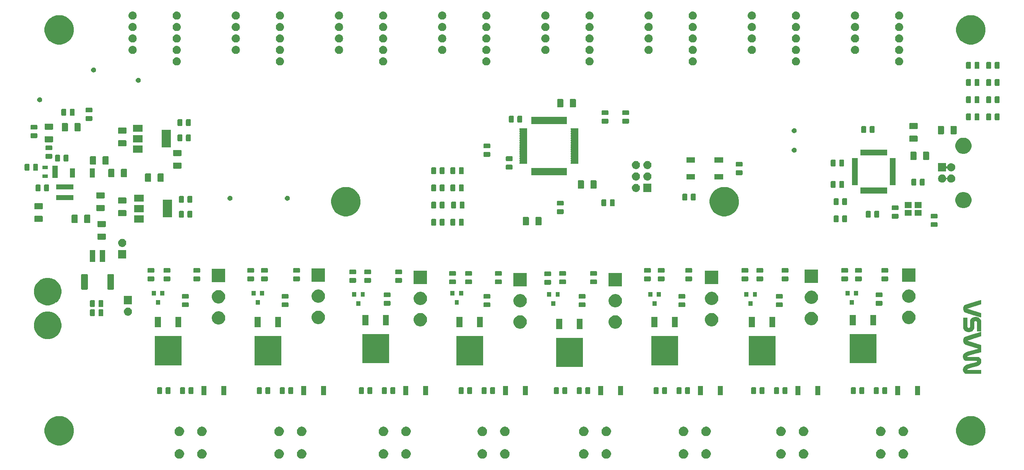
<source format=gts>
G04 #@! TF.GenerationSoftware,KiCad,Pcbnew,(5.1.0)-1*
G04 #@! TF.CreationDate,2019-04-01T22:48:46-04:00*
G04 #@! TF.ProjectId,prop_support,70726f70-5f73-4757-9070-6f72742e6b69,A*
G04 #@! TF.SameCoordinates,Original*
G04 #@! TF.FileFunction,Soldermask,Top*
G04 #@! TF.FilePolarity,Negative*
%FSLAX46Y46*%
G04 Gerber Fmt 4.6, Leading zero omitted, Abs format (unit mm)*
G04 Created by KiCad (PCBNEW (5.1.0)-1) date 2019-04-01 22:48:46*
%MOMM*%
%LPD*%
G04 APERTURE LIST*
%ADD10C,0.010000*%
%ADD11C,0.100000*%
G04 APERTURE END LIST*
D10*
G36*
X238304339Y-138636545D02*
G01*
X238317850Y-138550253D01*
X238338923Y-138469429D01*
X238367950Y-138392719D01*
X238405324Y-138318770D01*
X238451439Y-138246227D01*
X238478982Y-138208638D01*
X238510335Y-138171320D01*
X238549842Y-138130027D01*
X238595097Y-138086911D01*
X238643695Y-138044125D01*
X238693232Y-138003819D01*
X238741301Y-137968146D01*
X238767614Y-137950393D01*
X238868133Y-137890428D01*
X238980428Y-137832637D01*
X239103757Y-137777334D01*
X239237378Y-137724838D01*
X239380548Y-137675464D01*
X239493425Y-137640767D01*
X239533702Y-137628904D01*
X239572014Y-137617458D01*
X239605948Y-137607163D01*
X239633091Y-137598752D01*
X239651031Y-137592958D01*
X239653094Y-137592251D01*
X239670837Y-137586790D01*
X239697779Y-137579392D01*
X239730819Y-137570868D01*
X239766859Y-137562029D01*
X239783269Y-137558157D01*
X239823891Y-137548479D01*
X239867003Y-137537842D01*
X239908054Y-137527392D01*
X239942494Y-137518271D01*
X239949520Y-137516338D01*
X239979349Y-137508505D01*
X240017766Y-137499095D01*
X240060984Y-137488999D01*
X240105214Y-137479108D01*
X240133670Y-137473010D01*
X240175554Y-137463961D01*
X240218130Y-137454307D01*
X240257883Y-137444876D01*
X240291297Y-137436498D01*
X240309400Y-137431598D01*
X240336136Y-137424468D01*
X240371719Y-137415685D01*
X240412622Y-137406082D01*
X240455317Y-137396493D01*
X240484739Y-137390160D01*
X240528566Y-137380594D01*
X240574989Y-137369904D01*
X240619860Y-137359080D01*
X240659033Y-137349113D01*
X240678414Y-137343863D01*
X240715441Y-137333699D01*
X240755160Y-137323155D01*
X240792351Y-137313598D01*
X240817400Y-137307433D01*
X240846570Y-137300098D01*
X240883818Y-137290143D01*
X240927073Y-137278177D01*
X240974263Y-137264806D01*
X241023316Y-137250639D01*
X241072163Y-137236282D01*
X241118731Y-137222344D01*
X241160950Y-137209431D01*
X241196748Y-137198151D01*
X241224055Y-137189111D01*
X241237718Y-137184166D01*
X241300600Y-137155925D01*
X241351293Y-137125003D01*
X241389958Y-137091281D01*
X241416759Y-137054642D01*
X241416975Y-137054247D01*
X241431007Y-137021794D01*
X241439613Y-136987566D01*
X241442121Y-136955324D01*
X241438869Y-136931987D01*
X241429713Y-136913210D01*
X241414570Y-136894223D01*
X241396583Y-136878160D01*
X241378898Y-136868159D01*
X241373361Y-136866670D01*
X241361007Y-136864363D01*
X241340472Y-136860287D01*
X241315920Y-136855269D01*
X241312700Y-136854601D01*
X241306267Y-136853371D01*
X241298947Y-136852247D01*
X241290169Y-136851221D01*
X241279366Y-136850291D01*
X241265967Y-136849449D01*
X241249405Y-136848692D01*
X241229110Y-136848014D01*
X241204514Y-136847410D01*
X241175048Y-136846874D01*
X241140142Y-136846402D01*
X241099228Y-136845988D01*
X241051737Y-136845628D01*
X240997101Y-136845315D01*
X240934750Y-136845046D01*
X240864115Y-136844814D01*
X240784628Y-136844615D01*
X240695720Y-136844444D01*
X240596821Y-136844294D01*
X240487364Y-136844162D01*
X240366778Y-136844042D01*
X240234496Y-136843929D01*
X240125250Y-136843844D01*
X239970260Y-136843705D01*
X239827646Y-136843528D01*
X239697084Y-136843313D01*
X239578249Y-136843057D01*
X239470816Y-136842758D01*
X239374463Y-136842414D01*
X239288863Y-136842024D01*
X239213694Y-136841585D01*
X239148631Y-136841096D01*
X239093350Y-136840553D01*
X239047526Y-136839957D01*
X239010835Y-136839303D01*
X238982953Y-136838591D01*
X238963556Y-136837819D01*
X238952319Y-136836984D01*
X238950500Y-136836723D01*
X238904359Y-136827355D01*
X238863506Y-136816282D01*
X238822509Y-136801839D01*
X238782698Y-136785324D01*
X238734534Y-136763353D01*
X238695001Y-136742746D01*
X238660674Y-136721399D01*
X238628130Y-136697210D01*
X238598933Y-136672513D01*
X238533229Y-136606837D01*
X238474753Y-136532488D01*
X238423796Y-136450033D01*
X238380654Y-136360034D01*
X238345620Y-136263058D01*
X238318987Y-136159669D01*
X238311255Y-136119526D01*
X238307575Y-136095669D01*
X238304740Y-136069982D01*
X238302661Y-136040720D01*
X238301250Y-136006135D01*
X238300416Y-135964482D01*
X238300073Y-135914016D01*
X238300053Y-135899039D01*
X238300253Y-135845255D01*
X238301111Y-135800495D01*
X238302939Y-135762765D01*
X238306046Y-135730070D01*
X238310743Y-135700414D01*
X238317340Y-135671803D01*
X238326149Y-135642241D01*
X238337480Y-135609733D01*
X238350425Y-135575439D01*
X238392063Y-135484679D01*
X238445171Y-135398370D01*
X238509475Y-135316767D01*
X238584699Y-135240126D01*
X238670569Y-135168702D01*
X238766812Y-135102750D01*
X238873152Y-135042527D01*
X238974857Y-134994475D01*
X239008516Y-134979817D01*
X239039205Y-134966311D01*
X239064695Y-134954947D01*
X239082755Y-134946720D01*
X239090200Y-134943144D01*
X239106715Y-134936154D01*
X239132175Y-134927201D01*
X239163281Y-134917257D01*
X239196736Y-134907297D01*
X239229243Y-134898293D01*
X239257505Y-134891219D01*
X239278224Y-134887049D01*
X239281761Y-134886583D01*
X239303890Y-134882237D01*
X239313779Y-134875293D01*
X239314103Y-134874443D01*
X239321362Y-134868407D01*
X239340118Y-134861199D01*
X239370835Y-134852652D01*
X239382891Y-134849696D01*
X239414905Y-134841799D01*
X239454182Y-134831758D01*
X239495904Y-134820820D01*
X239535251Y-134810237D01*
X239537875Y-134809519D01*
X239580054Y-134798178D01*
X239628399Y-134785523D01*
X239676818Y-134773132D01*
X239717612Y-134762974D01*
X239756217Y-134753239D01*
X239796544Y-134742550D01*
X239834129Y-134732122D01*
X239864507Y-134723168D01*
X239867787Y-134722146D01*
X239891529Y-134715032D01*
X239922549Y-134706247D01*
X239958851Y-134696306D01*
X239998440Y-134685724D01*
X240039318Y-134675014D01*
X240079489Y-134664692D01*
X240116956Y-134655272D01*
X240149724Y-134647267D01*
X240175795Y-134641194D01*
X240193173Y-134637566D01*
X240199144Y-134636756D01*
X240211650Y-134632680D01*
X240216624Y-134628549D01*
X240224509Y-134624697D01*
X240242264Y-134618586D01*
X240267504Y-134610857D01*
X240297845Y-134602150D01*
X240330905Y-134593106D01*
X240364298Y-134584364D01*
X240395643Y-134576566D01*
X240422554Y-134570351D01*
X240442648Y-134566360D01*
X240452467Y-134565195D01*
X240464051Y-134563082D01*
X240483636Y-134557538D01*
X240507622Y-134549618D01*
X240515967Y-134546634D01*
X240541697Y-134538133D01*
X240575582Y-134528191D01*
X240613442Y-134517978D01*
X240651093Y-134508662D01*
X240655475Y-134507643D01*
X240704776Y-134496122D01*
X240743297Y-134486768D01*
X240772598Y-134479149D01*
X240794239Y-134472835D01*
X240809781Y-134467392D01*
X240820786Y-134462391D01*
X240822421Y-134461496D01*
X240838729Y-134454705D01*
X240858834Y-134449222D01*
X240860521Y-134448893D01*
X240881044Y-134444642D01*
X240907625Y-134438368D01*
X240941372Y-134429778D01*
X240983395Y-134418582D01*
X241034802Y-134404487D01*
X241096702Y-134387202D01*
X241122200Y-134380020D01*
X241167368Y-134367469D01*
X241212961Y-134355150D01*
X241256115Y-134343811D01*
X241293970Y-134334200D01*
X241323662Y-134327064D01*
X241331750Y-134325256D01*
X241363303Y-134317815D01*
X241393961Y-134309545D01*
X241419305Y-134301686D01*
X241430175Y-134297660D01*
X241451878Y-134289998D01*
X241480478Y-134281664D01*
X241510442Y-134274247D01*
X241515900Y-134273059D01*
X241556263Y-134263728D01*
X241603067Y-134251705D01*
X241651137Y-134238404D01*
X241695304Y-134225238D01*
X241719100Y-134217545D01*
X241739207Y-134211435D01*
X241766336Y-134204068D01*
X241795189Y-134196871D01*
X241800128Y-134195711D01*
X241824208Y-134189784D01*
X241843121Y-134184508D01*
X241853856Y-134180745D01*
X241855157Y-134179905D01*
X241850169Y-134177238D01*
X241834933Y-134171690D01*
X241811274Y-134163809D01*
X241781012Y-134154144D01*
X241745971Y-134143244D01*
X241707974Y-134131657D01*
X241668842Y-134119931D01*
X241630399Y-134108616D01*
X241594468Y-134098261D01*
X241562870Y-134089412D01*
X241537428Y-134082620D01*
X241519966Y-134078432D01*
X241514956Y-134077509D01*
X241494372Y-134072161D01*
X241476433Y-134063735D01*
X241475855Y-134063348D01*
X241458707Y-134055428D01*
X241442373Y-134052468D01*
X241425499Y-134049739D01*
X241414800Y-134044719D01*
X241405078Y-134040152D01*
X241385902Y-134033367D01*
X241360000Y-134025261D01*
X241330098Y-134016733D01*
X241328575Y-134016319D01*
X241293378Y-134006324D01*
X241257033Y-133995237D01*
X241224295Y-133984547D01*
X241203776Y-133977237D01*
X241178475Y-133968494D01*
X241145164Y-133958187D01*
X241108111Y-133947582D01*
X241071581Y-133937946D01*
X241070385Y-133937646D01*
X241038227Y-133929408D01*
X241009491Y-133921652D01*
X240986892Y-133915137D01*
X240973148Y-133910627D01*
X240971443Y-133909916D01*
X240960249Y-133905703D01*
X240940067Y-133899019D01*
X240913324Y-133890588D01*
X240882444Y-133881129D01*
X240849853Y-133871366D01*
X240817974Y-133862019D01*
X240789234Y-133853811D01*
X240766057Y-133847462D01*
X240750869Y-133843695D01*
X240746495Y-133842973D01*
X240735123Y-133840534D01*
X240720294Y-133834910D01*
X240701016Y-133828113D01*
X240680295Y-133823256D01*
X240662412Y-133818508D01*
X240649141Y-133811889D01*
X240648535Y-133811391D01*
X240635723Y-133804175D01*
X240618684Y-133798585D01*
X240593596Y-133792437D01*
X240562400Y-133783802D01*
X240523375Y-133772177D01*
X240474800Y-133757061D01*
X240458625Y-133751935D01*
X240427530Y-133742191D01*
X240387979Y-133730013D01*
X240343546Y-133716489D01*
X240297809Y-133702708D01*
X240258600Y-133691021D01*
X240220939Y-133679641D01*
X240187268Y-133669046D01*
X240159490Y-133659868D01*
X240139509Y-133652742D01*
X240129229Y-133648300D01*
X240128425Y-133647712D01*
X240120435Y-133643868D01*
X240102819Y-133637664D01*
X240078139Y-133629830D01*
X240048958Y-133621097D01*
X240017841Y-133612195D01*
X239987350Y-133603855D01*
X239960048Y-133596807D01*
X239938501Y-133591781D01*
X239925269Y-133589508D01*
X239923945Y-133589447D01*
X239913042Y-133587133D01*
X239894144Y-133580943D01*
X239870571Y-133572009D01*
X239859549Y-133567491D01*
X239829236Y-133555809D01*
X239792796Y-133543300D01*
X239756357Y-133532023D01*
X239742410Y-133528118D01*
X239707557Y-133518119D01*
X239669808Y-133506280D01*
X239635424Y-133494596D01*
X239623600Y-133490255D01*
X239592675Y-133479052D01*
X239559494Y-133467835D01*
X239530288Y-133458696D01*
X239525175Y-133457217D01*
X239499278Y-133449485D01*
X239466872Y-133439246D01*
X239433200Y-133428173D01*
X239417225Y-133422743D01*
X239385931Y-133412205D01*
X239347483Y-133399625D01*
X239306725Y-133386568D01*
X239268501Y-133374605D01*
X239268000Y-133374451D01*
X239228915Y-133362154D01*
X239186351Y-133348347D01*
X239145518Y-133334741D01*
X239112425Y-133323332D01*
X239082135Y-133312803D01*
X239053560Y-133303196D01*
X239030218Y-133295675D01*
X239017175Y-133291807D01*
X239001447Y-133286829D01*
X238977512Y-133278344D01*
X238948648Y-133267551D01*
X238918750Y-133255890D01*
X238884340Y-133242321D01*
X238847905Y-133228188D01*
X238814296Y-133215361D01*
X238792902Y-133207369D01*
X238743302Y-133187618D01*
X238702283Y-133167469D01*
X238665903Y-133144691D01*
X238630219Y-133117052D01*
X238623909Y-133111684D01*
X238569460Y-133057764D01*
X238520074Y-132994322D01*
X238476112Y-132922077D01*
X238437933Y-132841747D01*
X238405898Y-132754051D01*
X238380367Y-132659709D01*
X238368779Y-132602772D01*
X238364470Y-132572035D01*
X238360865Y-132532975D01*
X238358029Y-132488138D01*
X238356031Y-132440069D01*
X238354937Y-132391316D01*
X238354815Y-132344423D01*
X238355732Y-132301937D01*
X238357755Y-132266403D01*
X238359461Y-132249994D01*
X238363500Y-132218686D01*
X238367833Y-132184661D01*
X238371737Y-132153605D01*
X238373028Y-132143193D01*
X238378278Y-132115792D01*
X238387966Y-132080237D01*
X238401391Y-132038451D01*
X238417853Y-131992362D01*
X238436651Y-131943895D01*
X238457084Y-131894976D01*
X238478450Y-131847532D01*
X238487628Y-131828315D01*
X238508061Y-131794565D01*
X238537405Y-131757407D01*
X238573529Y-131718879D01*
X238614299Y-131681018D01*
X238657586Y-131645861D01*
X238701256Y-131615446D01*
X238725398Y-131601070D01*
X238740720Y-131593656D01*
X238765549Y-131582917D01*
X238797663Y-131569757D01*
X238834840Y-131555079D01*
X238874857Y-131539786D01*
X238890495Y-131533947D01*
X238930431Y-131519052D01*
X238967899Y-131504924D01*
X239000813Y-131492361D01*
X239027087Y-131482162D01*
X239044634Y-131475126D01*
X239048925Y-131473295D01*
X239071072Y-131465337D01*
X239097212Y-131458501D01*
X239107430Y-131456538D01*
X239131850Y-131450829D01*
X239159812Y-131441867D01*
X239177699Y-131434809D01*
X239200430Y-131425714D01*
X239230329Y-131414930D01*
X239262495Y-131404191D01*
X239277943Y-131399366D01*
X239301810Y-131391975D01*
X239335039Y-131381485D01*
X239375115Y-131368700D01*
X239419521Y-131354425D01*
X239465743Y-131339465D01*
X239496600Y-131329418D01*
X239548291Y-131312656D01*
X239605097Y-131294428D01*
X239663127Y-131275969D01*
X239718493Y-131258514D01*
X239767305Y-131243298D01*
X239782765Y-131238533D01*
X239826374Y-131224991D01*
X239870735Y-131210948D01*
X239912742Y-131197405D01*
X239949290Y-131185365D01*
X239977275Y-131175830D01*
X239979615Y-131175006D01*
X240012908Y-131163690D01*
X240052999Y-131150755D01*
X240094570Y-131137884D01*
X240128425Y-131127871D01*
X240192818Y-131109227D01*
X240253720Y-131091299D01*
X240309895Y-131074469D01*
X240360104Y-131059118D01*
X240403114Y-131045630D01*
X240437686Y-131034386D01*
X240462586Y-131025769D01*
X240476206Y-131020340D01*
X240490627Y-131014872D01*
X240514527Y-131007352D01*
X240545125Y-130998591D01*
X240579636Y-130989403D01*
X240597894Y-130984803D01*
X240638106Y-130974486D01*
X240680414Y-130962977D01*
X240720435Y-130951506D01*
X240753788Y-130941307D01*
X240761288Y-130938863D01*
X240792087Y-130928907D01*
X240830550Y-130916887D01*
X240872267Y-130904159D01*
X240912829Y-130892080D01*
X240922175Y-130889349D01*
X240967628Y-130876053D01*
X241022997Y-130859735D01*
X241086210Y-130841013D01*
X241155194Y-130820504D01*
X241227877Y-130798825D01*
X241302186Y-130776593D01*
X241376050Y-130754426D01*
X241447395Y-130732940D01*
X241452400Y-130731430D01*
X241497816Y-130717741D01*
X241551001Y-130701739D01*
X241607715Y-130684699D01*
X241663717Y-130667895D01*
X241714768Y-130652600D01*
X241719100Y-130651303D01*
X241805755Y-130625357D01*
X241881194Y-130602731D01*
X241946217Y-130583180D01*
X242001626Y-130566460D01*
X242048222Y-130552327D01*
X242086805Y-130540534D01*
X242118177Y-130530837D01*
X242143138Y-130522992D01*
X242162490Y-130516753D01*
X242177034Y-130511875D01*
X242187570Y-130508114D01*
X242187961Y-130507968D01*
X242207717Y-130501092D01*
X242219246Y-130498878D01*
X242225614Y-130500946D01*
X242227551Y-130503087D01*
X242228504Y-130509810D01*
X242229401Y-130526783D01*
X242230233Y-130553232D01*
X242230990Y-130588383D01*
X242231660Y-130631461D01*
X242232233Y-130681694D01*
X242232700Y-130738306D01*
X242233049Y-130800524D01*
X242233270Y-130867573D01*
X242233352Y-130935670D01*
X242233328Y-131017985D01*
X242233210Y-131089885D01*
X242232984Y-131151978D01*
X242232642Y-131204874D01*
X242232172Y-131249181D01*
X242231563Y-131285508D01*
X242230803Y-131314465D01*
X242229882Y-131336659D01*
X242228789Y-131352700D01*
X242227514Y-131363196D01*
X242226043Y-131368757D01*
X242225512Y-131369615D01*
X242217528Y-131373953D01*
X242199274Y-131381299D01*
X242172477Y-131391039D01*
X242138861Y-131402563D01*
X242100154Y-131415259D01*
X242068350Y-131425328D01*
X242024121Y-131439142D01*
X241983765Y-131451808D01*
X241945306Y-131463958D01*
X241906766Y-131476227D01*
X241866169Y-131489249D01*
X241821537Y-131503658D01*
X241770894Y-131520089D01*
X241712263Y-131539174D01*
X241646075Y-131560763D01*
X241608497Y-131572901D01*
X241563432Y-131587258D01*
X241515378Y-131602414D01*
X241468834Y-131616946D01*
X241446050Y-131623991D01*
X241409374Y-131635427D01*
X241375647Y-131646213D01*
X241347185Y-131655587D01*
X241326305Y-131662787D01*
X241315875Y-131666795D01*
X241302057Y-131672191D01*
X241279661Y-131680033D01*
X241252108Y-131689151D01*
X241230206Y-131696095D01*
X241201893Y-131705153D01*
X241177032Y-131713578D01*
X241158688Y-131720303D01*
X241150831Y-131723707D01*
X241137478Y-131728851D01*
X241117193Y-131734496D01*
X241103636Y-131737523D01*
X241078300Y-131743819D01*
X241049297Y-131752762D01*
X241030611Y-131759482D01*
X241010712Y-131766704D01*
X240982061Y-131776397D01*
X240947933Y-131787486D01*
X240911601Y-131798896D01*
X240896775Y-131803434D01*
X240865732Y-131813031D01*
X240825387Y-131825775D01*
X240778287Y-131840845D01*
X240726979Y-131857422D01*
X240674011Y-131874686D01*
X240621930Y-131891816D01*
X240614200Y-131894374D01*
X240565212Y-131910514D01*
X240517398Y-131926115D01*
X240472763Y-131940533D01*
X240433315Y-131953125D01*
X240401061Y-131963247D01*
X240378008Y-131970255D01*
X240372900Y-131971736D01*
X240351944Y-131977958D01*
X240321441Y-131987383D01*
X240283702Y-131999277D01*
X240241043Y-132012907D01*
X240195778Y-132027540D01*
X240160175Y-132039170D01*
X240111658Y-132054982D01*
X240061347Y-132071176D01*
X240012200Y-132086817D01*
X239967172Y-132100966D01*
X239929222Y-132112686D01*
X239910625Y-132118297D01*
X239876293Y-132128783D01*
X239844015Y-132139128D01*
X239816769Y-132148344D01*
X239797534Y-132155442D01*
X239793150Y-132157287D01*
X239777646Y-132163419D01*
X239753068Y-132172178D01*
X239722337Y-132182563D01*
X239688372Y-132193575D01*
X239674400Y-132197973D01*
X239637201Y-132209695D01*
X239599364Y-132221826D01*
X239564748Y-132233117D01*
X239537211Y-132242316D01*
X239531525Y-132244267D01*
X239507133Y-132252381D01*
X239474323Y-132262837D01*
X239436728Y-132274500D01*
X239397980Y-132286234D01*
X239382300Y-132290892D01*
X239347397Y-132301384D01*
X239315259Y-132311396D01*
X239288477Y-132320096D01*
X239269643Y-132326651D01*
X239263344Y-132329157D01*
X239241605Y-132344631D01*
X239228096Y-132366166D01*
X239223514Y-132390949D01*
X239228557Y-132416166D01*
X239237837Y-132432122D01*
X239244401Y-132438780D01*
X239254447Y-132445689D01*
X239269032Y-132453243D01*
X239289217Y-132461833D01*
X239316060Y-132471853D01*
X239350619Y-132483695D01*
X239393953Y-132497754D01*
X239447122Y-132514422D01*
X239511184Y-132534092D01*
X239518825Y-132536420D01*
X239560928Y-132549328D01*
X239605742Y-132563212D01*
X239649095Y-132576770D01*
X239686814Y-132588701D01*
X239702975Y-132593881D01*
X239745250Y-132607443D01*
X239796804Y-132623857D01*
X239855196Y-132642356D01*
X239917984Y-132662173D01*
X239982728Y-132682541D01*
X240046985Y-132702691D01*
X240108314Y-132721858D01*
X240164274Y-132739274D01*
X240212424Y-132754171D01*
X240239550Y-132762499D01*
X240279859Y-132774980D01*
X240321656Y-132788198D01*
X240361102Y-132800922D01*
X240394359Y-132811919D01*
X240407825Y-132816509D01*
X240434855Y-132825429D01*
X240468851Y-132835990D01*
X240507168Y-132847440D01*
X240547161Y-132859025D01*
X240586185Y-132869991D01*
X240621595Y-132879587D01*
X240650746Y-132887058D01*
X240670994Y-132891652D01*
X240673099Y-132892046D01*
X240691254Y-132898441D01*
X240703244Y-132906066D01*
X240713541Y-132911653D01*
X240733433Y-132919700D01*
X240760425Y-132929292D01*
X240792022Y-132939515D01*
X240806270Y-132943837D01*
X240884513Y-132967216D01*
X240956732Y-132989038D01*
X241021879Y-133008979D01*
X241078911Y-133026714D01*
X241126782Y-133041919D01*
X241164447Y-133054269D01*
X241186110Y-133061726D01*
X241219217Y-133073017D01*
X241256561Y-133084991D01*
X241290595Y-133095236D01*
X241293650Y-133096107D01*
X241324369Y-133105231D01*
X241360775Y-133116669D01*
X241396825Y-133128504D01*
X241411125Y-133133380D01*
X241440568Y-133143244D01*
X241477922Y-133155274D01*
X241519044Y-133168161D01*
X241559791Y-133180596D01*
X241573050Y-133184555D01*
X241635278Y-133203167D01*
X241698559Y-133222375D01*
X241761051Y-133241600D01*
X241820910Y-133260264D01*
X241876296Y-133277787D01*
X241925364Y-133293590D01*
X241966274Y-133307094D01*
X241997181Y-133317722D01*
X241999756Y-133318641D01*
X242030997Y-133329268D01*
X242069349Y-133341441D01*
X242109743Y-133353589D01*
X242143963Y-133363289D01*
X242174458Y-133371893D01*
X242200421Y-133379753D01*
X242219514Y-133386122D01*
X242229399Y-133390253D01*
X242230177Y-133390873D01*
X242230457Y-133396646D01*
X242230742Y-133412677D01*
X242231031Y-133438199D01*
X242231321Y-133472446D01*
X242231610Y-133514651D01*
X242231898Y-133564047D01*
X242232181Y-133619869D01*
X242232458Y-133681348D01*
X242232728Y-133747719D01*
X242232988Y-133818216D01*
X242233237Y-133892071D01*
X242233472Y-133968518D01*
X242233693Y-134046790D01*
X242233896Y-134126121D01*
X242234081Y-134205745D01*
X242234245Y-134284894D01*
X242234387Y-134362802D01*
X242234505Y-134438703D01*
X242234596Y-134511830D01*
X242234660Y-134581417D01*
X242234694Y-134646696D01*
X242234696Y-134706902D01*
X242234665Y-134761267D01*
X242234599Y-134809025D01*
X242234496Y-134849410D01*
X242234353Y-134881655D01*
X242234170Y-134904994D01*
X242233945Y-134918659D01*
X242233839Y-134921293D01*
X242227912Y-134925474D01*
X242212842Y-134930255D01*
X242194262Y-134934159D01*
X242170832Y-134938966D01*
X242140367Y-134946331D01*
X242107763Y-134955036D01*
X242091074Y-134959840D01*
X242059528Y-134968627D01*
X242020487Y-134978650D01*
X241978836Y-134988695D01*
X241939462Y-134997548D01*
X241938175Y-134997823D01*
X241896711Y-135007127D01*
X241849028Y-135018528D01*
X241800941Y-135030599D01*
X241758264Y-135041914D01*
X241757200Y-135042207D01*
X241706261Y-135055939D01*
X241662696Y-135066881D01*
X241621976Y-135076086D01*
X241579571Y-135084611D01*
X241557175Y-135088791D01*
X241529593Y-135094102D01*
X241502583Y-135099956D01*
X241473142Y-135107086D01*
X241438267Y-135116225D01*
X241394955Y-135128108D01*
X241385725Y-135130681D01*
X241344754Y-135141712D01*
X241297074Y-135153910D01*
X241248324Y-135165866D01*
X241204145Y-135176169D01*
X241200016Y-135177095D01*
X241165221Y-135185114D01*
X241133498Y-135192903D01*
X241107487Y-135199777D01*
X241089832Y-135205052D01*
X241084923Y-135206895D01*
X241073978Y-135211163D01*
X241058262Y-135216106D01*
X241036419Y-135222067D01*
X241007093Y-135229391D01*
X240968925Y-135238422D01*
X240920559Y-135249503D01*
X240887250Y-135257017D01*
X240853866Y-135264901D01*
X240823050Y-135272877D01*
X240797853Y-135280107D01*
X240781327Y-135285754D01*
X240779300Y-135286635D01*
X240765921Y-135291448D01*
X240742750Y-135298307D01*
X240712297Y-135306527D01*
X240677074Y-135315425D01*
X240647262Y-135322548D01*
X240606382Y-135332376D01*
X240564782Y-135342927D01*
X240526074Y-135353249D01*
X240493867Y-135362388D01*
X240478987Y-135366965D01*
X240451374Y-135375468D01*
X240415569Y-135385904D01*
X240375579Y-135397134D01*
X240335411Y-135408020D01*
X240322100Y-135411526D01*
X240282561Y-135422192D01*
X240241590Y-135433834D01*
X240203278Y-135445253D01*
X240171714Y-135455247D01*
X240163350Y-135458073D01*
X240134542Y-135467567D01*
X240097832Y-135478985D01*
X240057470Y-135491040D01*
X240017701Y-135502445D01*
X240008489Y-135505005D01*
X239973879Y-135514999D01*
X239941872Y-135525055D01*
X239915234Y-135534245D01*
X239896732Y-135541642D01*
X239891730Y-135544177D01*
X239870002Y-135554431D01*
X239846166Y-135562245D01*
X239843391Y-135562885D01*
X239821817Y-135568496D01*
X239790506Y-135577968D01*
X239751301Y-135590646D01*
X239706048Y-135605873D01*
X239656594Y-135622992D01*
X239604783Y-135641347D01*
X239552461Y-135660281D01*
X239501474Y-135679137D01*
X239453667Y-135697258D01*
X239410886Y-135713989D01*
X239374977Y-135728672D01*
X239362911Y-135733841D01*
X239331416Y-135748615D01*
X239296466Y-135766705D01*
X239260997Y-135786422D01*
X239227945Y-135806081D01*
X239200244Y-135823993D01*
X239180830Y-135838472D01*
X239180744Y-135838546D01*
X239160802Y-135862664D01*
X239151282Y-135890350D01*
X239151616Y-135919653D01*
X239161233Y-135948622D01*
X239179561Y-135975305D01*
X239206033Y-135997750D01*
X239231039Y-136010691D01*
X239239495Y-136014174D01*
X239247180Y-136017359D01*
X239254667Y-136020259D01*
X239262530Y-136022889D01*
X239271343Y-136025262D01*
X239281679Y-136027391D01*
X239294112Y-136029290D01*
X239309215Y-136030972D01*
X239327563Y-136032451D01*
X239349729Y-136033740D01*
X239376286Y-136034853D01*
X239407808Y-136035804D01*
X239444869Y-136036605D01*
X239488043Y-136037271D01*
X239537903Y-136037815D01*
X239595022Y-136038251D01*
X239659975Y-136038591D01*
X239733335Y-136038850D01*
X239815676Y-136039042D01*
X239907571Y-136039178D01*
X240009595Y-136039274D01*
X240122319Y-136039343D01*
X240246320Y-136039398D01*
X240382169Y-136039452D01*
X240452275Y-136039482D01*
X241576225Y-136039990D01*
X241639271Y-136054885D01*
X241725129Y-136080798D01*
X241806713Y-136116630D01*
X241883523Y-136161776D01*
X241955059Y-136215629D01*
X242020820Y-136277582D01*
X242080306Y-136347030D01*
X242133016Y-136423364D01*
X242178450Y-136505979D01*
X242216107Y-136594269D01*
X242245487Y-136687626D01*
X242266090Y-136785444D01*
X242271148Y-136820730D01*
X242273644Y-136848362D01*
X242275429Y-136884233D01*
X242276503Y-136925576D01*
X242276863Y-136969624D01*
X242276506Y-137013609D01*
X242275430Y-137054762D01*
X242273634Y-137090318D01*
X242271394Y-137115285D01*
X242254346Y-137209085D01*
X242226120Y-137304401D01*
X242187486Y-137399011D01*
X242143762Y-137482919D01*
X242084743Y-137572971D01*
X242016306Y-137655698D01*
X241938725Y-137730899D01*
X241852272Y-137798374D01*
X241757221Y-137857923D01*
X241653844Y-137909345D01*
X241542415Y-137952442D01*
X241474625Y-137973424D01*
X241432635Y-137985121D01*
X241381446Y-137999076D01*
X241323561Y-138014630D01*
X241261482Y-138031128D01*
X241197711Y-138047911D01*
X241134750Y-138064325D01*
X241075102Y-138079710D01*
X241021268Y-138093411D01*
X240975752Y-138104770D01*
X240956421Y-138109480D01*
X240919112Y-138118766D01*
X240874401Y-138130361D01*
X240826917Y-138143038D01*
X240781285Y-138155572D01*
X240762746Y-138160794D01*
X240724437Y-138171532D01*
X240687012Y-138181746D01*
X240653495Y-138190629D01*
X240626912Y-138197376D01*
X240614200Y-138200363D01*
X240593967Y-138205191D01*
X240564774Y-138212664D01*
X240529716Y-138221964D01*
X240491890Y-138232276D01*
X240468150Y-138238890D01*
X240425464Y-138250822D01*
X240379130Y-138263656D01*
X240333773Y-138276119D01*
X240294023Y-138286935D01*
X240280825Y-138290489D01*
X240246567Y-138299889D01*
X240205454Y-138311511D01*
X240159634Y-138324714D01*
X240111256Y-138338860D01*
X240062470Y-138353308D01*
X240015425Y-138367419D01*
X239972270Y-138380552D01*
X239935155Y-138392069D01*
X239906229Y-138401329D01*
X239890300Y-138406729D01*
X239870828Y-138413333D01*
X239842921Y-138422359D01*
X239810159Y-138432668D01*
X239776125Y-138443118D01*
X239772825Y-138444116D01*
X239740248Y-138454191D01*
X239709961Y-138463980D01*
X239685042Y-138472460D01*
X239668569Y-138478610D01*
X239666868Y-138479333D01*
X239652553Y-138485099D01*
X239629281Y-138493887D01*
X239599898Y-138504646D01*
X239567247Y-138516326D01*
X239555743Y-138520378D01*
X239498463Y-138541720D01*
X239440685Y-138565558D01*
X239384211Y-138590978D01*
X239330845Y-138617063D01*
X239282388Y-138642901D01*
X239240643Y-138667576D01*
X239207412Y-138690173D01*
X239186471Y-138707782D01*
X239163060Y-138737942D01*
X239151558Y-138769345D01*
X239151517Y-138800698D01*
X239162488Y-138830708D01*
X239184020Y-138858083D01*
X239215664Y-138881530D01*
X239252716Y-138898309D01*
X239290225Y-138911431D01*
X240752824Y-138914187D01*
X240913508Y-138914491D01*
X241061977Y-138914777D01*
X241198719Y-138915050D01*
X241324218Y-138915314D01*
X241438962Y-138915573D01*
X241543435Y-138915832D01*
X241638125Y-138916096D01*
X241723516Y-138916368D01*
X241800095Y-138916653D01*
X241868347Y-138916956D01*
X241928760Y-138917281D01*
X241981818Y-138917632D01*
X242028008Y-138918015D01*
X242067816Y-138918433D01*
X242101728Y-138918890D01*
X242130229Y-138919393D01*
X242153806Y-138919943D01*
X242172945Y-138920547D01*
X242188131Y-138921209D01*
X242199851Y-138921933D01*
X242208590Y-138922723D01*
X242214835Y-138923584D01*
X242219071Y-138924520D01*
X242221785Y-138925537D01*
X242223463Y-138926638D01*
X242224437Y-138927643D01*
X242226225Y-138931180D01*
X242227768Y-138937734D01*
X242229082Y-138948042D01*
X242230186Y-138962840D01*
X242231096Y-138982865D01*
X242231829Y-139008855D01*
X242232401Y-139041545D01*
X242232830Y-139081674D01*
X242233132Y-139129978D01*
X242233325Y-139187193D01*
X242233425Y-139254057D01*
X242233450Y-139320384D01*
X242233442Y-139394515D01*
X242233403Y-139458410D01*
X242233307Y-139512854D01*
X242233127Y-139558635D01*
X242232839Y-139596541D01*
X242232416Y-139627357D01*
X242231833Y-139651871D01*
X242231064Y-139670871D01*
X242230083Y-139685142D01*
X242228866Y-139695474D01*
X242227385Y-139702651D01*
X242225616Y-139707462D01*
X242223533Y-139710694D01*
X242221109Y-139713133D01*
X242220619Y-139713563D01*
X242219195Y-139714727D01*
X242217396Y-139715807D01*
X242214759Y-139716804D01*
X242210823Y-139717723D01*
X242205125Y-139718564D01*
X242197201Y-139719332D01*
X242186589Y-139720028D01*
X242172827Y-139720656D01*
X242155453Y-139721217D01*
X242134002Y-139721716D01*
X242108014Y-139722153D01*
X242077025Y-139722532D01*
X242040572Y-139722856D01*
X241998194Y-139723127D01*
X241949427Y-139723348D01*
X241893809Y-139723521D01*
X241830877Y-139723650D01*
X241760169Y-139723736D01*
X241681222Y-139723783D01*
X241593573Y-139723793D01*
X241496760Y-139723769D01*
X241390321Y-139723713D01*
X241273792Y-139723628D01*
X241146711Y-139723517D01*
X241008616Y-139723382D01*
X240859044Y-139723227D01*
X240697532Y-139723053D01*
X240587081Y-139722933D01*
X240416342Y-139722753D01*
X240257826Y-139722593D01*
X240111056Y-139722444D01*
X239975556Y-139722299D01*
X239850848Y-139722148D01*
X239736455Y-139721983D01*
X239631900Y-139721796D01*
X239536708Y-139721577D01*
X239450400Y-139721318D01*
X239372499Y-139721011D01*
X239302530Y-139720647D01*
X239240015Y-139720217D01*
X239184476Y-139719713D01*
X239135438Y-139719127D01*
X239092423Y-139718449D01*
X239054955Y-139717671D01*
X239022556Y-139716785D01*
X238994749Y-139715781D01*
X238971058Y-139714653D01*
X238951006Y-139713389D01*
X238934116Y-139711984D01*
X238919910Y-139710427D01*
X238907913Y-139708709D01*
X238897647Y-139706824D01*
X238888635Y-139704761D01*
X238880400Y-139702513D01*
X238872465Y-139700071D01*
X238864354Y-139697426D01*
X238855590Y-139694569D01*
X238846141Y-139691627D01*
X238773633Y-139664197D01*
X238703236Y-139626586D01*
X238635895Y-139579592D01*
X238572551Y-139524011D01*
X238514147Y-139460640D01*
X238461627Y-139390275D01*
X238430678Y-139340451D01*
X238388671Y-139258402D01*
X238354989Y-139172432D01*
X238329322Y-139081343D01*
X238311359Y-138983939D01*
X238300790Y-138879022D01*
X238298429Y-138830950D01*
X238297996Y-138729659D01*
X238304339Y-138636545D01*
X238304339Y-138636545D01*
G37*
X238304339Y-138636545D02*
X238317850Y-138550253D01*
X238338923Y-138469429D01*
X238367950Y-138392719D01*
X238405324Y-138318770D01*
X238451439Y-138246227D01*
X238478982Y-138208638D01*
X238510335Y-138171320D01*
X238549842Y-138130027D01*
X238595097Y-138086911D01*
X238643695Y-138044125D01*
X238693232Y-138003819D01*
X238741301Y-137968146D01*
X238767614Y-137950393D01*
X238868133Y-137890428D01*
X238980428Y-137832637D01*
X239103757Y-137777334D01*
X239237378Y-137724838D01*
X239380548Y-137675464D01*
X239493425Y-137640767D01*
X239533702Y-137628904D01*
X239572014Y-137617458D01*
X239605948Y-137607163D01*
X239633091Y-137598752D01*
X239651031Y-137592958D01*
X239653094Y-137592251D01*
X239670837Y-137586790D01*
X239697779Y-137579392D01*
X239730819Y-137570868D01*
X239766859Y-137562029D01*
X239783269Y-137558157D01*
X239823891Y-137548479D01*
X239867003Y-137537842D01*
X239908054Y-137527392D01*
X239942494Y-137518271D01*
X239949520Y-137516338D01*
X239979349Y-137508505D01*
X240017766Y-137499095D01*
X240060984Y-137488999D01*
X240105214Y-137479108D01*
X240133670Y-137473010D01*
X240175554Y-137463961D01*
X240218130Y-137454307D01*
X240257883Y-137444876D01*
X240291297Y-137436498D01*
X240309400Y-137431598D01*
X240336136Y-137424468D01*
X240371719Y-137415685D01*
X240412622Y-137406082D01*
X240455317Y-137396493D01*
X240484739Y-137390160D01*
X240528566Y-137380594D01*
X240574989Y-137369904D01*
X240619860Y-137359080D01*
X240659033Y-137349113D01*
X240678414Y-137343863D01*
X240715441Y-137333699D01*
X240755160Y-137323155D01*
X240792351Y-137313598D01*
X240817400Y-137307433D01*
X240846570Y-137300098D01*
X240883818Y-137290143D01*
X240927073Y-137278177D01*
X240974263Y-137264806D01*
X241023316Y-137250639D01*
X241072163Y-137236282D01*
X241118731Y-137222344D01*
X241160950Y-137209431D01*
X241196748Y-137198151D01*
X241224055Y-137189111D01*
X241237718Y-137184166D01*
X241300600Y-137155925D01*
X241351293Y-137125003D01*
X241389958Y-137091281D01*
X241416759Y-137054642D01*
X241416975Y-137054247D01*
X241431007Y-137021794D01*
X241439613Y-136987566D01*
X241442121Y-136955324D01*
X241438869Y-136931987D01*
X241429713Y-136913210D01*
X241414570Y-136894223D01*
X241396583Y-136878160D01*
X241378898Y-136868159D01*
X241373361Y-136866670D01*
X241361007Y-136864363D01*
X241340472Y-136860287D01*
X241315920Y-136855269D01*
X241312700Y-136854601D01*
X241306267Y-136853371D01*
X241298947Y-136852247D01*
X241290169Y-136851221D01*
X241279366Y-136850291D01*
X241265967Y-136849449D01*
X241249405Y-136848692D01*
X241229110Y-136848014D01*
X241204514Y-136847410D01*
X241175048Y-136846874D01*
X241140142Y-136846402D01*
X241099228Y-136845988D01*
X241051737Y-136845628D01*
X240997101Y-136845315D01*
X240934750Y-136845046D01*
X240864115Y-136844814D01*
X240784628Y-136844615D01*
X240695720Y-136844444D01*
X240596821Y-136844294D01*
X240487364Y-136844162D01*
X240366778Y-136844042D01*
X240234496Y-136843929D01*
X240125250Y-136843844D01*
X239970260Y-136843705D01*
X239827646Y-136843528D01*
X239697084Y-136843313D01*
X239578249Y-136843057D01*
X239470816Y-136842758D01*
X239374463Y-136842414D01*
X239288863Y-136842024D01*
X239213694Y-136841585D01*
X239148631Y-136841096D01*
X239093350Y-136840553D01*
X239047526Y-136839957D01*
X239010835Y-136839303D01*
X238982953Y-136838591D01*
X238963556Y-136837819D01*
X238952319Y-136836984D01*
X238950500Y-136836723D01*
X238904359Y-136827355D01*
X238863506Y-136816282D01*
X238822509Y-136801839D01*
X238782698Y-136785324D01*
X238734534Y-136763353D01*
X238695001Y-136742746D01*
X238660674Y-136721399D01*
X238628130Y-136697210D01*
X238598933Y-136672513D01*
X238533229Y-136606837D01*
X238474753Y-136532488D01*
X238423796Y-136450033D01*
X238380654Y-136360034D01*
X238345620Y-136263058D01*
X238318987Y-136159669D01*
X238311255Y-136119526D01*
X238307575Y-136095669D01*
X238304740Y-136069982D01*
X238302661Y-136040720D01*
X238301250Y-136006135D01*
X238300416Y-135964482D01*
X238300073Y-135914016D01*
X238300053Y-135899039D01*
X238300253Y-135845255D01*
X238301111Y-135800495D01*
X238302939Y-135762765D01*
X238306046Y-135730070D01*
X238310743Y-135700414D01*
X238317340Y-135671803D01*
X238326149Y-135642241D01*
X238337480Y-135609733D01*
X238350425Y-135575439D01*
X238392063Y-135484679D01*
X238445171Y-135398370D01*
X238509475Y-135316767D01*
X238584699Y-135240126D01*
X238670569Y-135168702D01*
X238766812Y-135102750D01*
X238873152Y-135042527D01*
X238974857Y-134994475D01*
X239008516Y-134979817D01*
X239039205Y-134966311D01*
X239064695Y-134954947D01*
X239082755Y-134946720D01*
X239090200Y-134943144D01*
X239106715Y-134936154D01*
X239132175Y-134927201D01*
X239163281Y-134917257D01*
X239196736Y-134907297D01*
X239229243Y-134898293D01*
X239257505Y-134891219D01*
X239278224Y-134887049D01*
X239281761Y-134886583D01*
X239303890Y-134882237D01*
X239313779Y-134875293D01*
X239314103Y-134874443D01*
X239321362Y-134868407D01*
X239340118Y-134861199D01*
X239370835Y-134852652D01*
X239382891Y-134849696D01*
X239414905Y-134841799D01*
X239454182Y-134831758D01*
X239495904Y-134820820D01*
X239535251Y-134810237D01*
X239537875Y-134809519D01*
X239580054Y-134798178D01*
X239628399Y-134785523D01*
X239676818Y-134773132D01*
X239717612Y-134762974D01*
X239756217Y-134753239D01*
X239796544Y-134742550D01*
X239834129Y-134732122D01*
X239864507Y-134723168D01*
X239867787Y-134722146D01*
X239891529Y-134715032D01*
X239922549Y-134706247D01*
X239958851Y-134696306D01*
X239998440Y-134685724D01*
X240039318Y-134675014D01*
X240079489Y-134664692D01*
X240116956Y-134655272D01*
X240149724Y-134647267D01*
X240175795Y-134641194D01*
X240193173Y-134637566D01*
X240199144Y-134636756D01*
X240211650Y-134632680D01*
X240216624Y-134628549D01*
X240224509Y-134624697D01*
X240242264Y-134618586D01*
X240267504Y-134610857D01*
X240297845Y-134602150D01*
X240330905Y-134593106D01*
X240364298Y-134584364D01*
X240395643Y-134576566D01*
X240422554Y-134570351D01*
X240442648Y-134566360D01*
X240452467Y-134565195D01*
X240464051Y-134563082D01*
X240483636Y-134557538D01*
X240507622Y-134549618D01*
X240515967Y-134546634D01*
X240541697Y-134538133D01*
X240575582Y-134528191D01*
X240613442Y-134517978D01*
X240651093Y-134508662D01*
X240655475Y-134507643D01*
X240704776Y-134496122D01*
X240743297Y-134486768D01*
X240772598Y-134479149D01*
X240794239Y-134472835D01*
X240809781Y-134467392D01*
X240820786Y-134462391D01*
X240822421Y-134461496D01*
X240838729Y-134454705D01*
X240858834Y-134449222D01*
X240860521Y-134448893D01*
X240881044Y-134444642D01*
X240907625Y-134438368D01*
X240941372Y-134429778D01*
X240983395Y-134418582D01*
X241034802Y-134404487D01*
X241096702Y-134387202D01*
X241122200Y-134380020D01*
X241167368Y-134367469D01*
X241212961Y-134355150D01*
X241256115Y-134343811D01*
X241293970Y-134334200D01*
X241323662Y-134327064D01*
X241331750Y-134325256D01*
X241363303Y-134317815D01*
X241393961Y-134309545D01*
X241419305Y-134301686D01*
X241430175Y-134297660D01*
X241451878Y-134289998D01*
X241480478Y-134281664D01*
X241510442Y-134274247D01*
X241515900Y-134273059D01*
X241556263Y-134263728D01*
X241603067Y-134251705D01*
X241651137Y-134238404D01*
X241695304Y-134225238D01*
X241719100Y-134217545D01*
X241739207Y-134211435D01*
X241766336Y-134204068D01*
X241795189Y-134196871D01*
X241800128Y-134195711D01*
X241824208Y-134189784D01*
X241843121Y-134184508D01*
X241853856Y-134180745D01*
X241855157Y-134179905D01*
X241850169Y-134177238D01*
X241834933Y-134171690D01*
X241811274Y-134163809D01*
X241781012Y-134154144D01*
X241745971Y-134143244D01*
X241707974Y-134131657D01*
X241668842Y-134119931D01*
X241630399Y-134108616D01*
X241594468Y-134098261D01*
X241562870Y-134089412D01*
X241537428Y-134082620D01*
X241519966Y-134078432D01*
X241514956Y-134077509D01*
X241494372Y-134072161D01*
X241476433Y-134063735D01*
X241475855Y-134063348D01*
X241458707Y-134055428D01*
X241442373Y-134052468D01*
X241425499Y-134049739D01*
X241414800Y-134044719D01*
X241405078Y-134040152D01*
X241385902Y-134033367D01*
X241360000Y-134025261D01*
X241330098Y-134016733D01*
X241328575Y-134016319D01*
X241293378Y-134006324D01*
X241257033Y-133995237D01*
X241224295Y-133984547D01*
X241203776Y-133977237D01*
X241178475Y-133968494D01*
X241145164Y-133958187D01*
X241108111Y-133947582D01*
X241071581Y-133937946D01*
X241070385Y-133937646D01*
X241038227Y-133929408D01*
X241009491Y-133921652D01*
X240986892Y-133915137D01*
X240973148Y-133910627D01*
X240971443Y-133909916D01*
X240960249Y-133905703D01*
X240940067Y-133899019D01*
X240913324Y-133890588D01*
X240882444Y-133881129D01*
X240849853Y-133871366D01*
X240817974Y-133862019D01*
X240789234Y-133853811D01*
X240766057Y-133847462D01*
X240750869Y-133843695D01*
X240746495Y-133842973D01*
X240735123Y-133840534D01*
X240720294Y-133834910D01*
X240701016Y-133828113D01*
X240680295Y-133823256D01*
X240662412Y-133818508D01*
X240649141Y-133811889D01*
X240648535Y-133811391D01*
X240635723Y-133804175D01*
X240618684Y-133798585D01*
X240593596Y-133792437D01*
X240562400Y-133783802D01*
X240523375Y-133772177D01*
X240474800Y-133757061D01*
X240458625Y-133751935D01*
X240427530Y-133742191D01*
X240387979Y-133730013D01*
X240343546Y-133716489D01*
X240297809Y-133702708D01*
X240258600Y-133691021D01*
X240220939Y-133679641D01*
X240187268Y-133669046D01*
X240159490Y-133659868D01*
X240139509Y-133652742D01*
X240129229Y-133648300D01*
X240128425Y-133647712D01*
X240120435Y-133643868D01*
X240102819Y-133637664D01*
X240078139Y-133629830D01*
X240048958Y-133621097D01*
X240017841Y-133612195D01*
X239987350Y-133603855D01*
X239960048Y-133596807D01*
X239938501Y-133591781D01*
X239925269Y-133589508D01*
X239923945Y-133589447D01*
X239913042Y-133587133D01*
X239894144Y-133580943D01*
X239870571Y-133572009D01*
X239859549Y-133567491D01*
X239829236Y-133555809D01*
X239792796Y-133543300D01*
X239756357Y-133532023D01*
X239742410Y-133528118D01*
X239707557Y-133518119D01*
X239669808Y-133506280D01*
X239635424Y-133494596D01*
X239623600Y-133490255D01*
X239592675Y-133479052D01*
X239559494Y-133467835D01*
X239530288Y-133458696D01*
X239525175Y-133457217D01*
X239499278Y-133449485D01*
X239466872Y-133439246D01*
X239433200Y-133428173D01*
X239417225Y-133422743D01*
X239385931Y-133412205D01*
X239347483Y-133399625D01*
X239306725Y-133386568D01*
X239268501Y-133374605D01*
X239268000Y-133374451D01*
X239228915Y-133362154D01*
X239186351Y-133348347D01*
X239145518Y-133334741D01*
X239112425Y-133323332D01*
X239082135Y-133312803D01*
X239053560Y-133303196D01*
X239030218Y-133295675D01*
X239017175Y-133291807D01*
X239001447Y-133286829D01*
X238977512Y-133278344D01*
X238948648Y-133267551D01*
X238918750Y-133255890D01*
X238884340Y-133242321D01*
X238847905Y-133228188D01*
X238814296Y-133215361D01*
X238792902Y-133207369D01*
X238743302Y-133187618D01*
X238702283Y-133167469D01*
X238665903Y-133144691D01*
X238630219Y-133117052D01*
X238623909Y-133111684D01*
X238569460Y-133057764D01*
X238520074Y-132994322D01*
X238476112Y-132922077D01*
X238437933Y-132841747D01*
X238405898Y-132754051D01*
X238380367Y-132659709D01*
X238368779Y-132602772D01*
X238364470Y-132572035D01*
X238360865Y-132532975D01*
X238358029Y-132488138D01*
X238356031Y-132440069D01*
X238354937Y-132391316D01*
X238354815Y-132344423D01*
X238355732Y-132301937D01*
X238357755Y-132266403D01*
X238359461Y-132249994D01*
X238363500Y-132218686D01*
X238367833Y-132184661D01*
X238371737Y-132153605D01*
X238373028Y-132143193D01*
X238378278Y-132115792D01*
X238387966Y-132080237D01*
X238401391Y-132038451D01*
X238417853Y-131992362D01*
X238436651Y-131943895D01*
X238457084Y-131894976D01*
X238478450Y-131847532D01*
X238487628Y-131828315D01*
X238508061Y-131794565D01*
X238537405Y-131757407D01*
X238573529Y-131718879D01*
X238614299Y-131681018D01*
X238657586Y-131645861D01*
X238701256Y-131615446D01*
X238725398Y-131601070D01*
X238740720Y-131593656D01*
X238765549Y-131582917D01*
X238797663Y-131569757D01*
X238834840Y-131555079D01*
X238874857Y-131539786D01*
X238890495Y-131533947D01*
X238930431Y-131519052D01*
X238967899Y-131504924D01*
X239000813Y-131492361D01*
X239027087Y-131482162D01*
X239044634Y-131475126D01*
X239048925Y-131473295D01*
X239071072Y-131465337D01*
X239097212Y-131458501D01*
X239107430Y-131456538D01*
X239131850Y-131450829D01*
X239159812Y-131441867D01*
X239177699Y-131434809D01*
X239200430Y-131425714D01*
X239230329Y-131414930D01*
X239262495Y-131404191D01*
X239277943Y-131399366D01*
X239301810Y-131391975D01*
X239335039Y-131381485D01*
X239375115Y-131368700D01*
X239419521Y-131354425D01*
X239465743Y-131339465D01*
X239496600Y-131329418D01*
X239548291Y-131312656D01*
X239605097Y-131294428D01*
X239663127Y-131275969D01*
X239718493Y-131258514D01*
X239767305Y-131243298D01*
X239782765Y-131238533D01*
X239826374Y-131224991D01*
X239870735Y-131210948D01*
X239912742Y-131197405D01*
X239949290Y-131185365D01*
X239977275Y-131175830D01*
X239979615Y-131175006D01*
X240012908Y-131163690D01*
X240052999Y-131150755D01*
X240094570Y-131137884D01*
X240128425Y-131127871D01*
X240192818Y-131109227D01*
X240253720Y-131091299D01*
X240309895Y-131074469D01*
X240360104Y-131059118D01*
X240403114Y-131045630D01*
X240437686Y-131034386D01*
X240462586Y-131025769D01*
X240476206Y-131020340D01*
X240490627Y-131014872D01*
X240514527Y-131007352D01*
X240545125Y-130998591D01*
X240579636Y-130989403D01*
X240597894Y-130984803D01*
X240638106Y-130974486D01*
X240680414Y-130962977D01*
X240720435Y-130951506D01*
X240753788Y-130941307D01*
X240761288Y-130938863D01*
X240792087Y-130928907D01*
X240830550Y-130916887D01*
X240872267Y-130904159D01*
X240912829Y-130892080D01*
X240922175Y-130889349D01*
X240967628Y-130876053D01*
X241022997Y-130859735D01*
X241086210Y-130841013D01*
X241155194Y-130820504D01*
X241227877Y-130798825D01*
X241302186Y-130776593D01*
X241376050Y-130754426D01*
X241447395Y-130732940D01*
X241452400Y-130731430D01*
X241497816Y-130717741D01*
X241551001Y-130701739D01*
X241607715Y-130684699D01*
X241663717Y-130667895D01*
X241714768Y-130652600D01*
X241719100Y-130651303D01*
X241805755Y-130625357D01*
X241881194Y-130602731D01*
X241946217Y-130583180D01*
X242001626Y-130566460D01*
X242048222Y-130552327D01*
X242086805Y-130540534D01*
X242118177Y-130530837D01*
X242143138Y-130522992D01*
X242162490Y-130516753D01*
X242177034Y-130511875D01*
X242187570Y-130508114D01*
X242187961Y-130507968D01*
X242207717Y-130501092D01*
X242219246Y-130498878D01*
X242225614Y-130500946D01*
X242227551Y-130503087D01*
X242228504Y-130509810D01*
X242229401Y-130526783D01*
X242230233Y-130553232D01*
X242230990Y-130588383D01*
X242231660Y-130631461D01*
X242232233Y-130681694D01*
X242232700Y-130738306D01*
X242233049Y-130800524D01*
X242233270Y-130867573D01*
X242233352Y-130935670D01*
X242233328Y-131017985D01*
X242233210Y-131089885D01*
X242232984Y-131151978D01*
X242232642Y-131204874D01*
X242232172Y-131249181D01*
X242231563Y-131285508D01*
X242230803Y-131314465D01*
X242229882Y-131336659D01*
X242228789Y-131352700D01*
X242227514Y-131363196D01*
X242226043Y-131368757D01*
X242225512Y-131369615D01*
X242217528Y-131373953D01*
X242199274Y-131381299D01*
X242172477Y-131391039D01*
X242138861Y-131402563D01*
X242100154Y-131415259D01*
X242068350Y-131425328D01*
X242024121Y-131439142D01*
X241983765Y-131451808D01*
X241945306Y-131463958D01*
X241906766Y-131476227D01*
X241866169Y-131489249D01*
X241821537Y-131503658D01*
X241770894Y-131520089D01*
X241712263Y-131539174D01*
X241646075Y-131560763D01*
X241608497Y-131572901D01*
X241563432Y-131587258D01*
X241515378Y-131602414D01*
X241468834Y-131616946D01*
X241446050Y-131623991D01*
X241409374Y-131635427D01*
X241375647Y-131646213D01*
X241347185Y-131655587D01*
X241326305Y-131662787D01*
X241315875Y-131666795D01*
X241302057Y-131672191D01*
X241279661Y-131680033D01*
X241252108Y-131689151D01*
X241230206Y-131696095D01*
X241201893Y-131705153D01*
X241177032Y-131713578D01*
X241158688Y-131720303D01*
X241150831Y-131723707D01*
X241137478Y-131728851D01*
X241117193Y-131734496D01*
X241103636Y-131737523D01*
X241078300Y-131743819D01*
X241049297Y-131752762D01*
X241030611Y-131759482D01*
X241010712Y-131766704D01*
X240982061Y-131776397D01*
X240947933Y-131787486D01*
X240911601Y-131798896D01*
X240896775Y-131803434D01*
X240865732Y-131813031D01*
X240825387Y-131825775D01*
X240778287Y-131840845D01*
X240726979Y-131857422D01*
X240674011Y-131874686D01*
X240621930Y-131891816D01*
X240614200Y-131894374D01*
X240565212Y-131910514D01*
X240517398Y-131926115D01*
X240472763Y-131940533D01*
X240433315Y-131953125D01*
X240401061Y-131963247D01*
X240378008Y-131970255D01*
X240372900Y-131971736D01*
X240351944Y-131977958D01*
X240321441Y-131987383D01*
X240283702Y-131999277D01*
X240241043Y-132012907D01*
X240195778Y-132027540D01*
X240160175Y-132039170D01*
X240111658Y-132054982D01*
X240061347Y-132071176D01*
X240012200Y-132086817D01*
X239967172Y-132100966D01*
X239929222Y-132112686D01*
X239910625Y-132118297D01*
X239876293Y-132128783D01*
X239844015Y-132139128D01*
X239816769Y-132148344D01*
X239797534Y-132155442D01*
X239793150Y-132157287D01*
X239777646Y-132163419D01*
X239753068Y-132172178D01*
X239722337Y-132182563D01*
X239688372Y-132193575D01*
X239674400Y-132197973D01*
X239637201Y-132209695D01*
X239599364Y-132221826D01*
X239564748Y-132233117D01*
X239537211Y-132242316D01*
X239531525Y-132244267D01*
X239507133Y-132252381D01*
X239474323Y-132262837D01*
X239436728Y-132274500D01*
X239397980Y-132286234D01*
X239382300Y-132290892D01*
X239347397Y-132301384D01*
X239315259Y-132311396D01*
X239288477Y-132320096D01*
X239269643Y-132326651D01*
X239263344Y-132329157D01*
X239241605Y-132344631D01*
X239228096Y-132366166D01*
X239223514Y-132390949D01*
X239228557Y-132416166D01*
X239237837Y-132432122D01*
X239244401Y-132438780D01*
X239254447Y-132445689D01*
X239269032Y-132453243D01*
X239289217Y-132461833D01*
X239316060Y-132471853D01*
X239350619Y-132483695D01*
X239393953Y-132497754D01*
X239447122Y-132514422D01*
X239511184Y-132534092D01*
X239518825Y-132536420D01*
X239560928Y-132549328D01*
X239605742Y-132563212D01*
X239649095Y-132576770D01*
X239686814Y-132588701D01*
X239702975Y-132593881D01*
X239745250Y-132607443D01*
X239796804Y-132623857D01*
X239855196Y-132642356D01*
X239917984Y-132662173D01*
X239982728Y-132682541D01*
X240046985Y-132702691D01*
X240108314Y-132721858D01*
X240164274Y-132739274D01*
X240212424Y-132754171D01*
X240239550Y-132762499D01*
X240279859Y-132774980D01*
X240321656Y-132788198D01*
X240361102Y-132800922D01*
X240394359Y-132811919D01*
X240407825Y-132816509D01*
X240434855Y-132825429D01*
X240468851Y-132835990D01*
X240507168Y-132847440D01*
X240547161Y-132859025D01*
X240586185Y-132869991D01*
X240621595Y-132879587D01*
X240650746Y-132887058D01*
X240670994Y-132891652D01*
X240673099Y-132892046D01*
X240691254Y-132898441D01*
X240703244Y-132906066D01*
X240713541Y-132911653D01*
X240733433Y-132919700D01*
X240760425Y-132929292D01*
X240792022Y-132939515D01*
X240806270Y-132943837D01*
X240884513Y-132967216D01*
X240956732Y-132989038D01*
X241021879Y-133008979D01*
X241078911Y-133026714D01*
X241126782Y-133041919D01*
X241164447Y-133054269D01*
X241186110Y-133061726D01*
X241219217Y-133073017D01*
X241256561Y-133084991D01*
X241290595Y-133095236D01*
X241293650Y-133096107D01*
X241324369Y-133105231D01*
X241360775Y-133116669D01*
X241396825Y-133128504D01*
X241411125Y-133133380D01*
X241440568Y-133143244D01*
X241477922Y-133155274D01*
X241519044Y-133168161D01*
X241559791Y-133180596D01*
X241573050Y-133184555D01*
X241635278Y-133203167D01*
X241698559Y-133222375D01*
X241761051Y-133241600D01*
X241820910Y-133260264D01*
X241876296Y-133277787D01*
X241925364Y-133293590D01*
X241966274Y-133307094D01*
X241997181Y-133317722D01*
X241999756Y-133318641D01*
X242030997Y-133329268D01*
X242069349Y-133341441D01*
X242109743Y-133353589D01*
X242143963Y-133363289D01*
X242174458Y-133371893D01*
X242200421Y-133379753D01*
X242219514Y-133386122D01*
X242229399Y-133390253D01*
X242230177Y-133390873D01*
X242230457Y-133396646D01*
X242230742Y-133412677D01*
X242231031Y-133438199D01*
X242231321Y-133472446D01*
X242231610Y-133514651D01*
X242231898Y-133564047D01*
X242232181Y-133619869D01*
X242232458Y-133681348D01*
X242232728Y-133747719D01*
X242232988Y-133818216D01*
X242233237Y-133892071D01*
X242233472Y-133968518D01*
X242233693Y-134046790D01*
X242233896Y-134126121D01*
X242234081Y-134205745D01*
X242234245Y-134284894D01*
X242234387Y-134362802D01*
X242234505Y-134438703D01*
X242234596Y-134511830D01*
X242234660Y-134581417D01*
X242234694Y-134646696D01*
X242234696Y-134706902D01*
X242234665Y-134761267D01*
X242234599Y-134809025D01*
X242234496Y-134849410D01*
X242234353Y-134881655D01*
X242234170Y-134904994D01*
X242233945Y-134918659D01*
X242233839Y-134921293D01*
X242227912Y-134925474D01*
X242212842Y-134930255D01*
X242194262Y-134934159D01*
X242170832Y-134938966D01*
X242140367Y-134946331D01*
X242107763Y-134955036D01*
X242091074Y-134959840D01*
X242059528Y-134968627D01*
X242020487Y-134978650D01*
X241978836Y-134988695D01*
X241939462Y-134997548D01*
X241938175Y-134997823D01*
X241896711Y-135007127D01*
X241849028Y-135018528D01*
X241800941Y-135030599D01*
X241758264Y-135041914D01*
X241757200Y-135042207D01*
X241706261Y-135055939D01*
X241662696Y-135066881D01*
X241621976Y-135076086D01*
X241579571Y-135084611D01*
X241557175Y-135088791D01*
X241529593Y-135094102D01*
X241502583Y-135099956D01*
X241473142Y-135107086D01*
X241438267Y-135116225D01*
X241394955Y-135128108D01*
X241385725Y-135130681D01*
X241344754Y-135141712D01*
X241297074Y-135153910D01*
X241248324Y-135165866D01*
X241204145Y-135176169D01*
X241200016Y-135177095D01*
X241165221Y-135185114D01*
X241133498Y-135192903D01*
X241107487Y-135199777D01*
X241089832Y-135205052D01*
X241084923Y-135206895D01*
X241073978Y-135211163D01*
X241058262Y-135216106D01*
X241036419Y-135222067D01*
X241007093Y-135229391D01*
X240968925Y-135238422D01*
X240920559Y-135249503D01*
X240887250Y-135257017D01*
X240853866Y-135264901D01*
X240823050Y-135272877D01*
X240797853Y-135280107D01*
X240781327Y-135285754D01*
X240779300Y-135286635D01*
X240765921Y-135291448D01*
X240742750Y-135298307D01*
X240712297Y-135306527D01*
X240677074Y-135315425D01*
X240647262Y-135322548D01*
X240606382Y-135332376D01*
X240564782Y-135342927D01*
X240526074Y-135353249D01*
X240493867Y-135362388D01*
X240478987Y-135366965D01*
X240451374Y-135375468D01*
X240415569Y-135385904D01*
X240375579Y-135397134D01*
X240335411Y-135408020D01*
X240322100Y-135411526D01*
X240282561Y-135422192D01*
X240241590Y-135433834D01*
X240203278Y-135445253D01*
X240171714Y-135455247D01*
X240163350Y-135458073D01*
X240134542Y-135467567D01*
X240097832Y-135478985D01*
X240057470Y-135491040D01*
X240017701Y-135502445D01*
X240008489Y-135505005D01*
X239973879Y-135514999D01*
X239941872Y-135525055D01*
X239915234Y-135534245D01*
X239896732Y-135541642D01*
X239891730Y-135544177D01*
X239870002Y-135554431D01*
X239846166Y-135562245D01*
X239843391Y-135562885D01*
X239821817Y-135568496D01*
X239790506Y-135577968D01*
X239751301Y-135590646D01*
X239706048Y-135605873D01*
X239656594Y-135622992D01*
X239604783Y-135641347D01*
X239552461Y-135660281D01*
X239501474Y-135679137D01*
X239453667Y-135697258D01*
X239410886Y-135713989D01*
X239374977Y-135728672D01*
X239362911Y-135733841D01*
X239331416Y-135748615D01*
X239296466Y-135766705D01*
X239260997Y-135786422D01*
X239227945Y-135806081D01*
X239200244Y-135823993D01*
X239180830Y-135838472D01*
X239180744Y-135838546D01*
X239160802Y-135862664D01*
X239151282Y-135890350D01*
X239151616Y-135919653D01*
X239161233Y-135948622D01*
X239179561Y-135975305D01*
X239206033Y-135997750D01*
X239231039Y-136010691D01*
X239239495Y-136014174D01*
X239247180Y-136017359D01*
X239254667Y-136020259D01*
X239262530Y-136022889D01*
X239271343Y-136025262D01*
X239281679Y-136027391D01*
X239294112Y-136029290D01*
X239309215Y-136030972D01*
X239327563Y-136032451D01*
X239349729Y-136033740D01*
X239376286Y-136034853D01*
X239407808Y-136035804D01*
X239444869Y-136036605D01*
X239488043Y-136037271D01*
X239537903Y-136037815D01*
X239595022Y-136038251D01*
X239659975Y-136038591D01*
X239733335Y-136038850D01*
X239815676Y-136039042D01*
X239907571Y-136039178D01*
X240009595Y-136039274D01*
X240122319Y-136039343D01*
X240246320Y-136039398D01*
X240382169Y-136039452D01*
X240452275Y-136039482D01*
X241576225Y-136039990D01*
X241639271Y-136054885D01*
X241725129Y-136080798D01*
X241806713Y-136116630D01*
X241883523Y-136161776D01*
X241955059Y-136215629D01*
X242020820Y-136277582D01*
X242080306Y-136347030D01*
X242133016Y-136423364D01*
X242178450Y-136505979D01*
X242216107Y-136594269D01*
X242245487Y-136687626D01*
X242266090Y-136785444D01*
X242271148Y-136820730D01*
X242273644Y-136848362D01*
X242275429Y-136884233D01*
X242276503Y-136925576D01*
X242276863Y-136969624D01*
X242276506Y-137013609D01*
X242275430Y-137054762D01*
X242273634Y-137090318D01*
X242271394Y-137115285D01*
X242254346Y-137209085D01*
X242226120Y-137304401D01*
X242187486Y-137399011D01*
X242143762Y-137482919D01*
X242084743Y-137572971D01*
X242016306Y-137655698D01*
X241938725Y-137730899D01*
X241852272Y-137798374D01*
X241757221Y-137857923D01*
X241653844Y-137909345D01*
X241542415Y-137952442D01*
X241474625Y-137973424D01*
X241432635Y-137985121D01*
X241381446Y-137999076D01*
X241323561Y-138014630D01*
X241261482Y-138031128D01*
X241197711Y-138047911D01*
X241134750Y-138064325D01*
X241075102Y-138079710D01*
X241021268Y-138093411D01*
X240975752Y-138104770D01*
X240956421Y-138109480D01*
X240919112Y-138118766D01*
X240874401Y-138130361D01*
X240826917Y-138143038D01*
X240781285Y-138155572D01*
X240762746Y-138160794D01*
X240724437Y-138171532D01*
X240687012Y-138181746D01*
X240653495Y-138190629D01*
X240626912Y-138197376D01*
X240614200Y-138200363D01*
X240593967Y-138205191D01*
X240564774Y-138212664D01*
X240529716Y-138221964D01*
X240491890Y-138232276D01*
X240468150Y-138238890D01*
X240425464Y-138250822D01*
X240379130Y-138263656D01*
X240333773Y-138276119D01*
X240294023Y-138286935D01*
X240280825Y-138290489D01*
X240246567Y-138299889D01*
X240205454Y-138311511D01*
X240159634Y-138324714D01*
X240111256Y-138338860D01*
X240062470Y-138353308D01*
X240015425Y-138367419D01*
X239972270Y-138380552D01*
X239935155Y-138392069D01*
X239906229Y-138401329D01*
X239890300Y-138406729D01*
X239870828Y-138413333D01*
X239842921Y-138422359D01*
X239810159Y-138432668D01*
X239776125Y-138443118D01*
X239772825Y-138444116D01*
X239740248Y-138454191D01*
X239709961Y-138463980D01*
X239685042Y-138472460D01*
X239668569Y-138478610D01*
X239666868Y-138479333D01*
X239652553Y-138485099D01*
X239629281Y-138493887D01*
X239599898Y-138504646D01*
X239567247Y-138516326D01*
X239555743Y-138520378D01*
X239498463Y-138541720D01*
X239440685Y-138565558D01*
X239384211Y-138590978D01*
X239330845Y-138617063D01*
X239282388Y-138642901D01*
X239240643Y-138667576D01*
X239207412Y-138690173D01*
X239186471Y-138707782D01*
X239163060Y-138737942D01*
X239151558Y-138769345D01*
X239151517Y-138800698D01*
X239162488Y-138830708D01*
X239184020Y-138858083D01*
X239215664Y-138881530D01*
X239252716Y-138898309D01*
X239290225Y-138911431D01*
X240752824Y-138914187D01*
X240913508Y-138914491D01*
X241061977Y-138914777D01*
X241198719Y-138915050D01*
X241324218Y-138915314D01*
X241438962Y-138915573D01*
X241543435Y-138915832D01*
X241638125Y-138916096D01*
X241723516Y-138916368D01*
X241800095Y-138916653D01*
X241868347Y-138916956D01*
X241928760Y-138917281D01*
X241981818Y-138917632D01*
X242028008Y-138918015D01*
X242067816Y-138918433D01*
X242101728Y-138918890D01*
X242130229Y-138919393D01*
X242153806Y-138919943D01*
X242172945Y-138920547D01*
X242188131Y-138921209D01*
X242199851Y-138921933D01*
X242208590Y-138922723D01*
X242214835Y-138923584D01*
X242219071Y-138924520D01*
X242221785Y-138925537D01*
X242223463Y-138926638D01*
X242224437Y-138927643D01*
X242226225Y-138931180D01*
X242227768Y-138937734D01*
X242229082Y-138948042D01*
X242230186Y-138962840D01*
X242231096Y-138982865D01*
X242231829Y-139008855D01*
X242232401Y-139041545D01*
X242232830Y-139081674D01*
X242233132Y-139129978D01*
X242233325Y-139187193D01*
X242233425Y-139254057D01*
X242233450Y-139320384D01*
X242233442Y-139394515D01*
X242233403Y-139458410D01*
X242233307Y-139512854D01*
X242233127Y-139558635D01*
X242232839Y-139596541D01*
X242232416Y-139627357D01*
X242231833Y-139651871D01*
X242231064Y-139670871D01*
X242230083Y-139685142D01*
X242228866Y-139695474D01*
X242227385Y-139702651D01*
X242225616Y-139707462D01*
X242223533Y-139710694D01*
X242221109Y-139713133D01*
X242220619Y-139713563D01*
X242219195Y-139714727D01*
X242217396Y-139715807D01*
X242214759Y-139716804D01*
X242210823Y-139717723D01*
X242205125Y-139718564D01*
X242197201Y-139719332D01*
X242186589Y-139720028D01*
X242172827Y-139720656D01*
X242155453Y-139721217D01*
X242134002Y-139721716D01*
X242108014Y-139722153D01*
X242077025Y-139722532D01*
X242040572Y-139722856D01*
X241998194Y-139723127D01*
X241949427Y-139723348D01*
X241893809Y-139723521D01*
X241830877Y-139723650D01*
X241760169Y-139723736D01*
X241681222Y-139723783D01*
X241593573Y-139723793D01*
X241496760Y-139723769D01*
X241390321Y-139723713D01*
X241273792Y-139723628D01*
X241146711Y-139723517D01*
X241008616Y-139723382D01*
X240859044Y-139723227D01*
X240697532Y-139723053D01*
X240587081Y-139722933D01*
X240416342Y-139722753D01*
X240257826Y-139722593D01*
X240111056Y-139722444D01*
X239975556Y-139722299D01*
X239850848Y-139722148D01*
X239736455Y-139721983D01*
X239631900Y-139721796D01*
X239536708Y-139721577D01*
X239450400Y-139721318D01*
X239372499Y-139721011D01*
X239302530Y-139720647D01*
X239240015Y-139720217D01*
X239184476Y-139719713D01*
X239135438Y-139719127D01*
X239092423Y-139718449D01*
X239054955Y-139717671D01*
X239022556Y-139716785D01*
X238994749Y-139715781D01*
X238971058Y-139714653D01*
X238951006Y-139713389D01*
X238934116Y-139711984D01*
X238919910Y-139710427D01*
X238907913Y-139708709D01*
X238897647Y-139706824D01*
X238888635Y-139704761D01*
X238880400Y-139702513D01*
X238872465Y-139700071D01*
X238864354Y-139697426D01*
X238855590Y-139694569D01*
X238846141Y-139691627D01*
X238773633Y-139664197D01*
X238703236Y-139626586D01*
X238635895Y-139579592D01*
X238572551Y-139524011D01*
X238514147Y-139460640D01*
X238461627Y-139390275D01*
X238430678Y-139340451D01*
X238388671Y-139258402D01*
X238354989Y-139172432D01*
X238329322Y-139081343D01*
X238311359Y-138983939D01*
X238300790Y-138879022D01*
X238298429Y-138830950D01*
X238297996Y-138729659D01*
X238304339Y-138636545D01*
G36*
X238371855Y-128318862D02*
G01*
X238371957Y-128221178D01*
X238372116Y-128125686D01*
X238372331Y-128032998D01*
X238372600Y-127943727D01*
X238372922Y-127858484D01*
X238373296Y-127777881D01*
X238373719Y-127702530D01*
X238374191Y-127633042D01*
X238374709Y-127570031D01*
X238375273Y-127514106D01*
X238375881Y-127465881D01*
X238376530Y-127425966D01*
X238377221Y-127394975D01*
X238377951Y-127373518D01*
X238378719Y-127362208D01*
X238379064Y-127360611D01*
X238380720Y-127358385D01*
X238383365Y-127356484D01*
X238387941Y-127354882D01*
X238395395Y-127353554D01*
X238406670Y-127352474D01*
X238422711Y-127351617D01*
X238444462Y-127350957D01*
X238472869Y-127350467D01*
X238508876Y-127350123D01*
X238553427Y-127349900D01*
X238607467Y-127349770D01*
X238671941Y-127349709D01*
X238747794Y-127349691D01*
X238781464Y-127349691D01*
X238862220Y-127349702D01*
X238931231Y-127349752D01*
X238989447Y-127349866D01*
X239037825Y-127350068D01*
X239077315Y-127350382D01*
X239108873Y-127350833D01*
X239133450Y-127351445D01*
X239152002Y-127352242D01*
X239165481Y-127353249D01*
X239174840Y-127354490D01*
X239181032Y-127355990D01*
X239185012Y-127357772D01*
X239187733Y-127359863D01*
X239187974Y-127360091D01*
X239189324Y-127361872D01*
X239190556Y-127364829D01*
X239191675Y-127369439D01*
X239192686Y-127376183D01*
X239193594Y-127385537D01*
X239194403Y-127397981D01*
X239195119Y-127413993D01*
X239195746Y-127434051D01*
X239196288Y-127458634D01*
X239196751Y-127488220D01*
X239197140Y-127523287D01*
X239197458Y-127564315D01*
X239197712Y-127611781D01*
X239197906Y-127666164D01*
X239198044Y-127727942D01*
X239198131Y-127797594D01*
X239198173Y-127875598D01*
X239198173Y-127962433D01*
X239198137Y-128058576D01*
X239198070Y-128164508D01*
X239197976Y-128280705D01*
X239197910Y-128353656D01*
X239197840Y-128457400D01*
X239197823Y-128558444D01*
X239197856Y-128656213D01*
X239197938Y-128750130D01*
X239198065Y-128839621D01*
X239198237Y-128924110D01*
X239198451Y-129003021D01*
X239198704Y-129075779D01*
X239198995Y-129141809D01*
X239199322Y-129200535D01*
X239199682Y-129251381D01*
X239200073Y-129293772D01*
X239200494Y-129327132D01*
X239200942Y-129350886D01*
X239201414Y-129364459D01*
X239201642Y-129367138D01*
X239210485Y-129398193D01*
X239226950Y-129432437D01*
X239248869Y-129466037D01*
X239273790Y-129494878D01*
X239299856Y-129515777D01*
X239333783Y-129536286D01*
X239370963Y-129553914D01*
X239404525Y-129565565D01*
X239423775Y-129572180D01*
X239439343Y-129579817D01*
X239441704Y-129581431D01*
X239448908Y-129585222D01*
X239460209Y-129587779D01*
X239477802Y-129589302D01*
X239503885Y-129589990D01*
X239536954Y-129590056D01*
X239574201Y-129589610D01*
X239601996Y-129588384D01*
X239623576Y-129586044D01*
X239642177Y-129582254D01*
X239658525Y-129577495D01*
X239718035Y-129552995D01*
X239768789Y-129520683D01*
X239810373Y-129480916D01*
X239842372Y-129434052D01*
X239854458Y-129408530D01*
X239855643Y-129400832D01*
X239856769Y-129383532D01*
X239857839Y-129356497D01*
X239858855Y-129319591D01*
X239859818Y-129272679D01*
X239860730Y-129215627D01*
X239861595Y-129148299D01*
X239862413Y-129070561D01*
X239863187Y-128982277D01*
X239863919Y-128883314D01*
X239864610Y-128773535D01*
X239864975Y-128708436D01*
X239865519Y-128607526D01*
X239866019Y-128517011D01*
X239866491Y-128436261D01*
X239866950Y-128364648D01*
X239867410Y-128301542D01*
X239867889Y-128246313D01*
X239868399Y-128198334D01*
X239868958Y-128156974D01*
X239869581Y-128121604D01*
X239870281Y-128091595D01*
X239871076Y-128066318D01*
X239871980Y-128045143D01*
X239873008Y-128027441D01*
X239874176Y-128012583D01*
X239875500Y-127999939D01*
X239876993Y-127988881D01*
X239878672Y-127978780D01*
X239880552Y-127969005D01*
X239882649Y-127958927D01*
X239883264Y-127956027D01*
X239899879Y-127890853D01*
X239921784Y-127825104D01*
X239947543Y-127762640D01*
X239975615Y-127707510D01*
X240030639Y-127623643D01*
X240096167Y-127545431D01*
X240171437Y-127473441D01*
X240255688Y-127408237D01*
X240348157Y-127350385D01*
X240448083Y-127300452D01*
X240554705Y-127259003D01*
X240597946Y-127245257D01*
X240660959Y-127227161D01*
X240717307Y-127212809D01*
X240770071Y-127201738D01*
X240822326Y-127193485D01*
X240877151Y-127187585D01*
X240937624Y-127183576D01*
X241006824Y-127180993D01*
X241028134Y-127180463D01*
X241078754Y-127179453D01*
X241120906Y-127179126D01*
X241157236Y-127179736D01*
X241190394Y-127181539D01*
X241223028Y-127184789D01*
X241257787Y-127189740D01*
X241297319Y-127196646D01*
X241344272Y-127205764D01*
X241391941Y-127215430D01*
X241451276Y-127228088D01*
X241500844Y-127239984D01*
X241543435Y-127251995D01*
X241581842Y-127264999D01*
X241618856Y-127279872D01*
X241657267Y-127297491D01*
X241664838Y-127301164D01*
X241769841Y-127357460D01*
X241863401Y-127418257D01*
X241945855Y-127483947D01*
X242017543Y-127554918D01*
X242078806Y-127631561D01*
X242129981Y-127714267D01*
X242171408Y-127803425D01*
X242203427Y-127899426D01*
X242211194Y-127929393D01*
X242227573Y-127996733D01*
X242228924Y-129126366D01*
X242229073Y-129277319D01*
X242229148Y-129417572D01*
X242229148Y-129547102D01*
X242229073Y-129665883D01*
X242228924Y-129773891D01*
X242228701Y-129871103D01*
X242228404Y-129957494D01*
X242228032Y-130033039D01*
X242227586Y-130097715D01*
X242227067Y-130151498D01*
X242226474Y-130194362D01*
X242225806Y-130226284D01*
X242225066Y-130247240D01*
X242224252Y-130257204D01*
X242223925Y-130258104D01*
X242216619Y-130258451D01*
X242197707Y-130258735D01*
X242168283Y-130258956D01*
X242129441Y-130259110D01*
X242082275Y-130259197D01*
X242027877Y-130259214D01*
X241967344Y-130259160D01*
X241901767Y-130259033D01*
X241832241Y-130258831D01*
X241817525Y-130258780D01*
X241417475Y-130257351D01*
X241411125Y-128245415D01*
X241396958Y-128213163D01*
X241381811Y-128182261D01*
X241365411Y-128157843D01*
X241344396Y-128135520D01*
X241323936Y-128117801D01*
X241279516Y-128086200D01*
X241232420Y-128062809D01*
X241180302Y-128046828D01*
X241120816Y-128037454D01*
X241080650Y-128034669D01*
X241020095Y-128034159D01*
X240968001Y-128038558D01*
X240921215Y-128048316D01*
X240877043Y-128063688D01*
X240823935Y-128091397D01*
X240780542Y-128126171D01*
X240747111Y-128167732D01*
X240723890Y-128215797D01*
X240714847Y-128248171D01*
X240713575Y-128257825D01*
X240712380Y-128274583D01*
X240711258Y-128298789D01*
X240710203Y-128330787D01*
X240709208Y-128370918D01*
X240708270Y-128419527D01*
X240707381Y-128476956D01*
X240706536Y-128543549D01*
X240705729Y-128619650D01*
X240704955Y-128705601D01*
X240704209Y-128801746D01*
X240703484Y-128908427D01*
X240703184Y-128956483D01*
X240702573Y-129056550D01*
X240702012Y-129146216D01*
X240701485Y-129226104D01*
X240700978Y-129296838D01*
X240700474Y-129359040D01*
X240699958Y-129413334D01*
X240699414Y-129460343D01*
X240698826Y-129500691D01*
X240698179Y-129535000D01*
X240697457Y-129563893D01*
X240696645Y-129587994D01*
X240695727Y-129607927D01*
X240694687Y-129624313D01*
X240693509Y-129637778D01*
X240692179Y-129648942D01*
X240690679Y-129658431D01*
X240688995Y-129666867D01*
X240687112Y-129674873D01*
X240685012Y-129683072D01*
X240684936Y-129683367D01*
X240653205Y-129784161D01*
X240612208Y-129877683D01*
X240561600Y-129964344D01*
X240501040Y-130044553D01*
X240430182Y-130118723D01*
X240348685Y-130187265D01*
X240256205Y-130250589D01*
X240170305Y-130299775D01*
X240126068Y-130321313D01*
X240076375Y-130341770D01*
X240019232Y-130361869D01*
X239952646Y-130382334D01*
X239909350Y-130394537D01*
X239879926Y-130402792D01*
X239854300Y-130410319D01*
X239835284Y-130416272D01*
X239825834Y-130419730D01*
X239811512Y-130423690D01*
X239786127Y-130427387D01*
X239751315Y-130430714D01*
X239708710Y-130433565D01*
X239659949Y-130435833D01*
X239606667Y-130437413D01*
X239550500Y-130438198D01*
X239541071Y-130438243D01*
X239464679Y-130437603D01*
X239397834Y-130434848D01*
X239337537Y-130429598D01*
X239280794Y-130421471D01*
X239224606Y-130410087D01*
X239165979Y-130395066D01*
X239137825Y-130386964D01*
X239034916Y-130352980D01*
X238943037Y-130315106D01*
X238861149Y-130272886D01*
X238820325Y-130247865D01*
X238768078Y-130211427D01*
X238714437Y-130169687D01*
X238662488Y-130125288D01*
X238615317Y-130080874D01*
X238576011Y-130039088D01*
X238574559Y-130037407D01*
X238523603Y-129970273D01*
X238478297Y-129894192D01*
X238439214Y-129810320D01*
X238406926Y-129719813D01*
X238392958Y-129670307D01*
X238376622Y-129606917D01*
X238374325Y-129281700D01*
X238373770Y-129195740D01*
X238373288Y-129105854D01*
X238372876Y-129012655D01*
X238372534Y-128916753D01*
X238372260Y-128818761D01*
X238372052Y-128719291D01*
X238371909Y-128618954D01*
X238371830Y-128518362D01*
X238371812Y-128418128D01*
X238371855Y-128318862D01*
X238371855Y-128318862D01*
G37*
X238371855Y-128318862D02*
X238371957Y-128221178D01*
X238372116Y-128125686D01*
X238372331Y-128032998D01*
X238372600Y-127943727D01*
X238372922Y-127858484D01*
X238373296Y-127777881D01*
X238373719Y-127702530D01*
X238374191Y-127633042D01*
X238374709Y-127570031D01*
X238375273Y-127514106D01*
X238375881Y-127465881D01*
X238376530Y-127425966D01*
X238377221Y-127394975D01*
X238377951Y-127373518D01*
X238378719Y-127362208D01*
X238379064Y-127360611D01*
X238380720Y-127358385D01*
X238383365Y-127356484D01*
X238387941Y-127354882D01*
X238395395Y-127353554D01*
X238406670Y-127352474D01*
X238422711Y-127351617D01*
X238444462Y-127350957D01*
X238472869Y-127350467D01*
X238508876Y-127350123D01*
X238553427Y-127349900D01*
X238607467Y-127349770D01*
X238671941Y-127349709D01*
X238747794Y-127349691D01*
X238781464Y-127349691D01*
X238862220Y-127349702D01*
X238931231Y-127349752D01*
X238989447Y-127349866D01*
X239037825Y-127350068D01*
X239077315Y-127350382D01*
X239108873Y-127350833D01*
X239133450Y-127351445D01*
X239152002Y-127352242D01*
X239165481Y-127353249D01*
X239174840Y-127354490D01*
X239181032Y-127355990D01*
X239185012Y-127357772D01*
X239187733Y-127359863D01*
X239187974Y-127360091D01*
X239189324Y-127361872D01*
X239190556Y-127364829D01*
X239191675Y-127369439D01*
X239192686Y-127376183D01*
X239193594Y-127385537D01*
X239194403Y-127397981D01*
X239195119Y-127413993D01*
X239195746Y-127434051D01*
X239196288Y-127458634D01*
X239196751Y-127488220D01*
X239197140Y-127523287D01*
X239197458Y-127564315D01*
X239197712Y-127611781D01*
X239197906Y-127666164D01*
X239198044Y-127727942D01*
X239198131Y-127797594D01*
X239198173Y-127875598D01*
X239198173Y-127962433D01*
X239198137Y-128058576D01*
X239198070Y-128164508D01*
X239197976Y-128280705D01*
X239197910Y-128353656D01*
X239197840Y-128457400D01*
X239197823Y-128558444D01*
X239197856Y-128656213D01*
X239197938Y-128750130D01*
X239198065Y-128839621D01*
X239198237Y-128924110D01*
X239198451Y-129003021D01*
X239198704Y-129075779D01*
X239198995Y-129141809D01*
X239199322Y-129200535D01*
X239199682Y-129251381D01*
X239200073Y-129293772D01*
X239200494Y-129327132D01*
X239200942Y-129350886D01*
X239201414Y-129364459D01*
X239201642Y-129367138D01*
X239210485Y-129398193D01*
X239226950Y-129432437D01*
X239248869Y-129466037D01*
X239273790Y-129494878D01*
X239299856Y-129515777D01*
X239333783Y-129536286D01*
X239370963Y-129553914D01*
X239404525Y-129565565D01*
X239423775Y-129572180D01*
X239439343Y-129579817D01*
X239441704Y-129581431D01*
X239448908Y-129585222D01*
X239460209Y-129587779D01*
X239477802Y-129589302D01*
X239503885Y-129589990D01*
X239536954Y-129590056D01*
X239574201Y-129589610D01*
X239601996Y-129588384D01*
X239623576Y-129586044D01*
X239642177Y-129582254D01*
X239658525Y-129577495D01*
X239718035Y-129552995D01*
X239768789Y-129520683D01*
X239810373Y-129480916D01*
X239842372Y-129434052D01*
X239854458Y-129408530D01*
X239855643Y-129400832D01*
X239856769Y-129383532D01*
X239857839Y-129356497D01*
X239858855Y-129319591D01*
X239859818Y-129272679D01*
X239860730Y-129215627D01*
X239861595Y-129148299D01*
X239862413Y-129070561D01*
X239863187Y-128982277D01*
X239863919Y-128883314D01*
X239864610Y-128773535D01*
X239864975Y-128708436D01*
X239865519Y-128607526D01*
X239866019Y-128517011D01*
X239866491Y-128436261D01*
X239866950Y-128364648D01*
X239867410Y-128301542D01*
X239867889Y-128246313D01*
X239868399Y-128198334D01*
X239868958Y-128156974D01*
X239869581Y-128121604D01*
X239870281Y-128091595D01*
X239871076Y-128066318D01*
X239871980Y-128045143D01*
X239873008Y-128027441D01*
X239874176Y-128012583D01*
X239875500Y-127999939D01*
X239876993Y-127988881D01*
X239878672Y-127978780D01*
X239880552Y-127969005D01*
X239882649Y-127958927D01*
X239883264Y-127956027D01*
X239899879Y-127890853D01*
X239921784Y-127825104D01*
X239947543Y-127762640D01*
X239975615Y-127707510D01*
X240030639Y-127623643D01*
X240096167Y-127545431D01*
X240171437Y-127473441D01*
X240255688Y-127408237D01*
X240348157Y-127350385D01*
X240448083Y-127300452D01*
X240554705Y-127259003D01*
X240597946Y-127245257D01*
X240660959Y-127227161D01*
X240717307Y-127212809D01*
X240770071Y-127201738D01*
X240822326Y-127193485D01*
X240877151Y-127187585D01*
X240937624Y-127183576D01*
X241006824Y-127180993D01*
X241028134Y-127180463D01*
X241078754Y-127179453D01*
X241120906Y-127179126D01*
X241157236Y-127179736D01*
X241190394Y-127181539D01*
X241223028Y-127184789D01*
X241257787Y-127189740D01*
X241297319Y-127196646D01*
X241344272Y-127205764D01*
X241391941Y-127215430D01*
X241451276Y-127228088D01*
X241500844Y-127239984D01*
X241543435Y-127251995D01*
X241581842Y-127264999D01*
X241618856Y-127279872D01*
X241657267Y-127297491D01*
X241664838Y-127301164D01*
X241769841Y-127357460D01*
X241863401Y-127418257D01*
X241945855Y-127483947D01*
X242017543Y-127554918D01*
X242078806Y-127631561D01*
X242129981Y-127714267D01*
X242171408Y-127803425D01*
X242203427Y-127899426D01*
X242211194Y-127929393D01*
X242227573Y-127996733D01*
X242228924Y-129126366D01*
X242229073Y-129277319D01*
X242229148Y-129417572D01*
X242229148Y-129547102D01*
X242229073Y-129665883D01*
X242228924Y-129773891D01*
X242228701Y-129871103D01*
X242228404Y-129957494D01*
X242228032Y-130033039D01*
X242227586Y-130097715D01*
X242227067Y-130151498D01*
X242226474Y-130194362D01*
X242225806Y-130226284D01*
X242225066Y-130247240D01*
X242224252Y-130257204D01*
X242223925Y-130258104D01*
X242216619Y-130258451D01*
X242197707Y-130258735D01*
X242168283Y-130258956D01*
X242129441Y-130259110D01*
X242082275Y-130259197D01*
X242027877Y-130259214D01*
X241967344Y-130259160D01*
X241901767Y-130259033D01*
X241832241Y-130258831D01*
X241817525Y-130258780D01*
X241417475Y-130257351D01*
X241411125Y-128245415D01*
X241396958Y-128213163D01*
X241381811Y-128182261D01*
X241365411Y-128157843D01*
X241344396Y-128135520D01*
X241323936Y-128117801D01*
X241279516Y-128086200D01*
X241232420Y-128062809D01*
X241180302Y-128046828D01*
X241120816Y-128037454D01*
X241080650Y-128034669D01*
X241020095Y-128034159D01*
X240968001Y-128038558D01*
X240921215Y-128048316D01*
X240877043Y-128063688D01*
X240823935Y-128091397D01*
X240780542Y-128126171D01*
X240747111Y-128167732D01*
X240723890Y-128215797D01*
X240714847Y-128248171D01*
X240713575Y-128257825D01*
X240712380Y-128274583D01*
X240711258Y-128298789D01*
X240710203Y-128330787D01*
X240709208Y-128370918D01*
X240708270Y-128419527D01*
X240707381Y-128476956D01*
X240706536Y-128543549D01*
X240705729Y-128619650D01*
X240704955Y-128705601D01*
X240704209Y-128801746D01*
X240703484Y-128908427D01*
X240703184Y-128956483D01*
X240702573Y-129056550D01*
X240702012Y-129146216D01*
X240701485Y-129226104D01*
X240700978Y-129296838D01*
X240700474Y-129359040D01*
X240699958Y-129413334D01*
X240699414Y-129460343D01*
X240698826Y-129500691D01*
X240698179Y-129535000D01*
X240697457Y-129563893D01*
X240696645Y-129587994D01*
X240695727Y-129607927D01*
X240694687Y-129624313D01*
X240693509Y-129637778D01*
X240692179Y-129648942D01*
X240690679Y-129658431D01*
X240688995Y-129666867D01*
X240687112Y-129674873D01*
X240685012Y-129683072D01*
X240684936Y-129683367D01*
X240653205Y-129784161D01*
X240612208Y-129877683D01*
X240561600Y-129964344D01*
X240501040Y-130044553D01*
X240430182Y-130118723D01*
X240348685Y-130187265D01*
X240256205Y-130250589D01*
X240170305Y-130299775D01*
X240126068Y-130321313D01*
X240076375Y-130341770D01*
X240019232Y-130361869D01*
X239952646Y-130382334D01*
X239909350Y-130394537D01*
X239879926Y-130402792D01*
X239854300Y-130410319D01*
X239835284Y-130416272D01*
X239825834Y-130419730D01*
X239811512Y-130423690D01*
X239786127Y-130427387D01*
X239751315Y-130430714D01*
X239708710Y-130433565D01*
X239659949Y-130435833D01*
X239606667Y-130437413D01*
X239550500Y-130438198D01*
X239541071Y-130438243D01*
X239464679Y-130437603D01*
X239397834Y-130434848D01*
X239337537Y-130429598D01*
X239280794Y-130421471D01*
X239224606Y-130410087D01*
X239165979Y-130395066D01*
X239137825Y-130386964D01*
X239034916Y-130352980D01*
X238943037Y-130315106D01*
X238861149Y-130272886D01*
X238820325Y-130247865D01*
X238768078Y-130211427D01*
X238714437Y-130169687D01*
X238662488Y-130125288D01*
X238615317Y-130080874D01*
X238576011Y-130039088D01*
X238574559Y-130037407D01*
X238523603Y-129970273D01*
X238478297Y-129894192D01*
X238439214Y-129810320D01*
X238406926Y-129719813D01*
X238392958Y-129670307D01*
X238376622Y-129606917D01*
X238374325Y-129281700D01*
X238373770Y-129195740D01*
X238373288Y-129105854D01*
X238372876Y-129012655D01*
X238372534Y-128916753D01*
X238372260Y-128818761D01*
X238372052Y-128719291D01*
X238371909Y-128618954D01*
X238371830Y-128518362D01*
X238371812Y-128418128D01*
X238371855Y-128318862D01*
G36*
X238356432Y-125248298D02*
G01*
X238357888Y-125198848D01*
X238360323Y-125153702D01*
X238363733Y-125114994D01*
X238368117Y-125084856D01*
X238368785Y-125081553D01*
X238391293Y-124987436D01*
X238417183Y-124903028D01*
X238446965Y-124827300D01*
X238481146Y-124759223D01*
X238520234Y-124697769D01*
X238564737Y-124641908D01*
X238607740Y-124597546D01*
X238648057Y-124562863D01*
X238691282Y-124533088D01*
X238740085Y-124506718D01*
X238797136Y-124482249D01*
X238840579Y-124466419D01*
X238866746Y-124457039D01*
X238899869Y-124444647D01*
X238935427Y-124430959D01*
X238964576Y-124419428D01*
X239002676Y-124404780D01*
X239046567Y-124388923D01*
X239089971Y-124374083D01*
X239116982Y-124365404D01*
X239152693Y-124354026D01*
X239189993Y-124341591D01*
X239224125Y-124329713D01*
X239247338Y-124321168D01*
X239275664Y-124310856D01*
X239310966Y-124298825D01*
X239348148Y-124286780D01*
X239373673Y-124278921D01*
X239404785Y-124269336D01*
X239433709Y-124259939D01*
X239457075Y-124251854D01*
X239470829Y-124246513D01*
X239484801Y-124241224D01*
X239508156Y-124233360D01*
X239538208Y-124223786D01*
X239572272Y-124213366D01*
X239592144Y-124207471D01*
X239631396Y-124195770D01*
X239672103Y-124183309D01*
X239710236Y-124171343D01*
X239741763Y-124161124D01*
X239750600Y-124158156D01*
X239784329Y-124147018D01*
X239821435Y-124135303D01*
X239855429Y-124125049D01*
X239864900Y-124122320D01*
X239897358Y-124112736D01*
X239932669Y-124101716D01*
X239963719Y-124091485D01*
X239966500Y-124090528D01*
X239991832Y-124082105D01*
X240028431Y-124070460D01*
X240075505Y-124055834D01*
X240132263Y-124038469D01*
X240197914Y-124018606D01*
X240271667Y-123996488D01*
X240352732Y-123972356D01*
X240376075Y-123965436D01*
X240414485Y-123953883D01*
X240451996Y-123942285D01*
X240485597Y-123931597D01*
X240512279Y-123922770D01*
X240525300Y-123918183D01*
X240544530Y-123911575D01*
X240573109Y-123902417D01*
X240608300Y-123891553D01*
X240647369Y-123879828D01*
X240687225Y-123868188D01*
X240727004Y-123856715D01*
X240766428Y-123845288D01*
X240806510Y-123833602D01*
X240848268Y-123821356D01*
X240892716Y-123808247D01*
X240940870Y-123793973D01*
X240993747Y-123778231D01*
X241052360Y-123760718D01*
X241117727Y-123741133D01*
X241190863Y-123719172D01*
X241272784Y-123694534D01*
X241364505Y-123666915D01*
X241467042Y-123636014D01*
X241484150Y-123630856D01*
X241530199Y-123617022D01*
X241578472Y-123602606D01*
X241625538Y-123588625D01*
X241667966Y-123576100D01*
X241702329Y-123566047D01*
X241706400Y-123564866D01*
X241744661Y-123553679D01*
X241785527Y-123541554D01*
X241824113Y-123529952D01*
X241855536Y-123520331D01*
X241855625Y-123520303D01*
X241880096Y-123512806D01*
X241913961Y-123502584D01*
X241954575Y-123490427D01*
X241999295Y-123477126D01*
X242045476Y-123463469D01*
X242070339Y-123456152D01*
X242117933Y-123442280D01*
X242154901Y-123431800D01*
X242182581Y-123424402D01*
X242202307Y-123419776D01*
X242215419Y-123417614D01*
X242223251Y-123417604D01*
X242227141Y-123419439D01*
X242227404Y-123419765D01*
X242228489Y-123426667D01*
X242229466Y-123443550D01*
X242230335Y-123469370D01*
X242231094Y-123503085D01*
X242231746Y-123543650D01*
X242232289Y-123590024D01*
X242232724Y-123641163D01*
X242233050Y-123696023D01*
X242233269Y-123753562D01*
X242233379Y-123812736D01*
X242233381Y-123872502D01*
X242233276Y-123931817D01*
X242233062Y-123989638D01*
X242232741Y-124044922D01*
X242232311Y-124096625D01*
X242231775Y-124143704D01*
X242231130Y-124185116D01*
X242230378Y-124219818D01*
X242229518Y-124246766D01*
X242228551Y-124264918D01*
X242227477Y-124273231D01*
X242227353Y-124273498D01*
X242224181Y-124277058D01*
X242218337Y-124281100D01*
X242209026Y-124285893D01*
X242195449Y-124291708D01*
X242176810Y-124298816D01*
X242152311Y-124307486D01*
X242121156Y-124317990D01*
X242082548Y-124330597D01*
X242035689Y-124345579D01*
X241979782Y-124363205D01*
X241914031Y-124383746D01*
X241837638Y-124407473D01*
X241778496Y-124425784D01*
X241740311Y-124437877D01*
X241697985Y-124451730D01*
X241657441Y-124465384D01*
X241632446Y-124474075D01*
X241596406Y-124486415D01*
X241556265Y-124499474D01*
X241518181Y-124511274D01*
X241500025Y-124516602D01*
X241466016Y-124526785D01*
X241429543Y-124538494D01*
X241396674Y-124549755D01*
X241385725Y-124553756D01*
X241360242Y-124562793D01*
X241326742Y-124573931D01*
X241289283Y-124585855D01*
X241251924Y-124597250D01*
X241246025Y-124598996D01*
X241210277Y-124609746D01*
X241174900Y-124620774D01*
X241143520Y-124630923D01*
X241119763Y-124639040D01*
X241115850Y-124640464D01*
X241095002Y-124647771D01*
X241065475Y-124657569D01*
X241030607Y-124668776D01*
X240993735Y-124680310D01*
X240978334Y-124685028D01*
X240941918Y-124696259D01*
X240906375Y-124707491D01*
X240874945Y-124717682D01*
X240850866Y-124725790D01*
X240843450Y-124728424D01*
X240823124Y-124735422D01*
X240794196Y-124744816D01*
X240760115Y-124755513D01*
X240724324Y-124766418D01*
X240714266Y-124769419D01*
X240676320Y-124780952D01*
X240636900Y-124793389D01*
X240600270Y-124805358D01*
X240570694Y-124815487D01*
X240566575Y-124816963D01*
X240542009Y-124825553D01*
X240508586Y-124836824D01*
X240469410Y-124849751D01*
X240427585Y-124863309D01*
X240388775Y-124875667D01*
X240341939Y-124890523D01*
X240289776Y-124907217D01*
X240236990Y-124924235D01*
X240188286Y-124940062D01*
X240160175Y-124949280D01*
X240116058Y-124963705D01*
X240067063Y-124979536D01*
X240018045Y-124995216D01*
X239973858Y-125009188D01*
X239956975Y-125014463D01*
X239918459Y-125026489D01*
X239881622Y-125038118D01*
X239844079Y-125050123D01*
X239803443Y-125063274D01*
X239757327Y-125078341D01*
X239703347Y-125096096D01*
X239661700Y-125109843D01*
X239632885Y-125119315D01*
X239596411Y-125131233D01*
X239556525Y-125144213D01*
X239517476Y-125156870D01*
X239509300Y-125159513D01*
X239443681Y-125180707D01*
X239388957Y-125198490D01*
X239344140Y-125213342D01*
X239308242Y-125225742D01*
X239280274Y-125236167D01*
X239259248Y-125245098D01*
X239244176Y-125253014D01*
X239234070Y-125260392D01*
X239227942Y-125267713D01*
X239224802Y-125275455D01*
X239223663Y-125284097D01*
X239223537Y-125294118D01*
X239223550Y-125298002D01*
X239224468Y-125313467D01*
X239228004Y-125326758D01*
X239235332Y-125338555D01*
X239247625Y-125349540D01*
X239266056Y-125360394D01*
X239291799Y-125371796D01*
X239326027Y-125384428D01*
X239369913Y-125398970D01*
X239424630Y-125416103D01*
X239429925Y-125417733D01*
X239507837Y-125441718D01*
X239574800Y-125462369D01*
X239631844Y-125480011D01*
X239680001Y-125494967D01*
X239720300Y-125507563D01*
X239753774Y-125518121D01*
X239781453Y-125526968D01*
X239804367Y-125534426D01*
X239823548Y-125540820D01*
X239840027Y-125546475D01*
X239846800Y-125548852D01*
X239880451Y-125560107D01*
X239918613Y-125571912D01*
X239953735Y-125581943D01*
X239957925Y-125583059D01*
X239986061Y-125591055D01*
X240021407Y-125601960D01*
X240059492Y-125614356D01*
X240095846Y-125626823D01*
X240096675Y-125627116D01*
X240134650Y-125640199D01*
X240179457Y-125655052D01*
X240225873Y-125669972D01*
X240268676Y-125683260D01*
X240274475Y-125685011D01*
X240310714Y-125696077D01*
X240346044Y-125707168D01*
X240377207Y-125717240D01*
X240400944Y-125725250D01*
X240407825Y-125727714D01*
X240428709Y-125734900D01*
X240457924Y-125744255D01*
X240491699Y-125754601D01*
X240526266Y-125764763D01*
X240528475Y-125765396D01*
X240586412Y-125782189D01*
X240646605Y-125800031D01*
X240706594Y-125818165D01*
X240763922Y-125835834D01*
X240816127Y-125852281D01*
X240860752Y-125866749D01*
X240890425Y-125876767D01*
X240924756Y-125888190D01*
X240962528Y-125899987D01*
X240997513Y-125910235D01*
X241010179Y-125913696D01*
X241043332Y-125923123D01*
X241081130Y-125934856D01*
X241116617Y-125946715D01*
X241124479Y-125949504D01*
X241153028Y-125959340D01*
X241189250Y-125971162D01*
X241228736Y-125983563D01*
X241267076Y-125995134D01*
X241271419Y-125996409D01*
X241304616Y-126006327D01*
X241334962Y-126015784D01*
X241359708Y-126023893D01*
X241376101Y-126029770D01*
X241379369Y-126031142D01*
X241390041Y-126035356D01*
X241408905Y-126041913D01*
X241436484Y-126050977D01*
X241473303Y-126062713D01*
X241519884Y-126077286D01*
X241576753Y-126094860D01*
X241644433Y-126115602D01*
X241723447Y-126139674D01*
X241750850Y-126147998D01*
X241791660Y-126160538D01*
X241831529Y-126173059D01*
X241867731Y-126184686D01*
X241897538Y-126194542D01*
X241918223Y-126201751D01*
X241919125Y-126202084D01*
X241940265Y-126209407D01*
X241970391Y-126219144D01*
X242006400Y-126230325D01*
X242045191Y-126241983D01*
X242072235Y-126249880D01*
X242119299Y-126263710D01*
X242155631Y-126275134D01*
X242182710Y-126284787D01*
X242202011Y-126293304D01*
X242215013Y-126301319D01*
X242223190Y-126309468D01*
X242227258Y-126316523D01*
X242228442Y-126324777D01*
X242229517Y-126343578D01*
X242230477Y-126372449D01*
X242231315Y-126410914D01*
X242232025Y-126458495D01*
X242232599Y-126514716D01*
X242233031Y-126579100D01*
X242233315Y-126651170D01*
X242233443Y-126730448D01*
X242233450Y-126754910D01*
X242233416Y-126835567D01*
X242233305Y-126905853D01*
X242233106Y-126966421D01*
X242232804Y-127017922D01*
X242232388Y-127061011D01*
X242231844Y-127096340D01*
X242231160Y-127124561D01*
X242230323Y-127146328D01*
X242229320Y-127162293D01*
X242228137Y-127173109D01*
X242226764Y-127179429D01*
X242225186Y-127181906D01*
X242225075Y-127181949D01*
X242215922Y-127181495D01*
X242196931Y-127178170D01*
X242170341Y-127172520D01*
X242138389Y-127165091D01*
X242103315Y-127156427D01*
X242067356Y-127147075D01*
X242032749Y-127137578D01*
X242001734Y-127128483D01*
X241988201Y-127124234D01*
X241964949Y-127116976D01*
X241932902Y-127107334D01*
X241895362Y-127096282D01*
X241855630Y-127084795D01*
X241830225Y-127077567D01*
X241775751Y-127062027D01*
X241717129Y-127045033D01*
X241656676Y-127027279D01*
X241596709Y-127009458D01*
X241539545Y-126992261D01*
X241487503Y-126976383D01*
X241442898Y-126962516D01*
X241408050Y-126951353D01*
X241407950Y-126951320D01*
X241379748Y-126942327D01*
X241343493Y-126931149D01*
X241303206Y-126919008D01*
X241262911Y-126907123D01*
X241249200Y-126903149D01*
X241164209Y-126878523D01*
X241091197Y-126857098D01*
X241030005Y-126838827D01*
X240980476Y-126823660D01*
X240942451Y-126811551D01*
X240915773Y-126802452D01*
X240913521Y-126801632D01*
X240894070Y-126794978D01*
X240865434Y-126785820D01*
X240830511Y-126775056D01*
X240792197Y-126763580D01*
X240761121Y-126754509D01*
X240717484Y-126741761D01*
X240666437Y-126726574D01*
X240612494Y-126710308D01*
X240560170Y-126694322D01*
X240522125Y-126682529D01*
X240475086Y-126667855D01*
X240420517Y-126650883D01*
X240362863Y-126632991D01*
X240306566Y-126615558D01*
X240256068Y-126599962D01*
X240255425Y-126599764D01*
X240212090Y-126586353D01*
X240169481Y-126573071D01*
X240130166Y-126560726D01*
X240096714Y-126550126D01*
X240071694Y-126542078D01*
X240064925Y-126539855D01*
X239998868Y-126518243D01*
X239925162Y-126494630D01*
X239848240Y-126470417D01*
X239772533Y-126447005D01*
X239731550Y-126434532D01*
X239691212Y-126422169D01*
X239649388Y-126409057D01*
X239609924Y-126396420D01*
X239576664Y-126385485D01*
X239563275Y-126380938D01*
X239529306Y-126369553D01*
X239492302Y-126357695D01*
X239458309Y-126347283D01*
X239445800Y-126343636D01*
X239413279Y-126333671D01*
X239377909Y-126321750D01*
X239346840Y-126310293D01*
X239344200Y-126309248D01*
X239319735Y-126300064D01*
X239287288Y-126288699D01*
X239250898Y-126276532D01*
X239214603Y-126264938D01*
X239210850Y-126263775D01*
X239172375Y-126251472D01*
X239125744Y-126235876D01*
X239073289Y-126217826D01*
X239017340Y-126198162D01*
X238960230Y-126177722D01*
X238904291Y-126157346D01*
X238851853Y-126137871D01*
X238805249Y-126120136D01*
X238766811Y-126104982D01*
X238748906Y-126097590D01*
X238682425Y-126063323D01*
X238621490Y-126019214D01*
X238566170Y-125965367D01*
X238516532Y-125901886D01*
X238472645Y-125828873D01*
X238434576Y-125746433D01*
X238402392Y-125654670D01*
X238376163Y-125553688D01*
X238368356Y-125515948D01*
X238363898Y-125485463D01*
X238360432Y-125446485D01*
X238357954Y-125401146D01*
X238356463Y-125351580D01*
X238355956Y-125299920D01*
X238356432Y-125248298D01*
X238356432Y-125248298D01*
G37*
X238356432Y-125248298D02*
X238357888Y-125198848D01*
X238360323Y-125153702D01*
X238363733Y-125114994D01*
X238368117Y-125084856D01*
X238368785Y-125081553D01*
X238391293Y-124987436D01*
X238417183Y-124903028D01*
X238446965Y-124827300D01*
X238481146Y-124759223D01*
X238520234Y-124697769D01*
X238564737Y-124641908D01*
X238607740Y-124597546D01*
X238648057Y-124562863D01*
X238691282Y-124533088D01*
X238740085Y-124506718D01*
X238797136Y-124482249D01*
X238840579Y-124466419D01*
X238866746Y-124457039D01*
X238899869Y-124444647D01*
X238935427Y-124430959D01*
X238964576Y-124419428D01*
X239002676Y-124404780D01*
X239046567Y-124388923D01*
X239089971Y-124374083D01*
X239116982Y-124365404D01*
X239152693Y-124354026D01*
X239189993Y-124341591D01*
X239224125Y-124329713D01*
X239247338Y-124321168D01*
X239275664Y-124310856D01*
X239310966Y-124298825D01*
X239348148Y-124286780D01*
X239373673Y-124278921D01*
X239404785Y-124269336D01*
X239433709Y-124259939D01*
X239457075Y-124251854D01*
X239470829Y-124246513D01*
X239484801Y-124241224D01*
X239508156Y-124233360D01*
X239538208Y-124223786D01*
X239572272Y-124213366D01*
X239592144Y-124207471D01*
X239631396Y-124195770D01*
X239672103Y-124183309D01*
X239710236Y-124171343D01*
X239741763Y-124161124D01*
X239750600Y-124158156D01*
X239784329Y-124147018D01*
X239821435Y-124135303D01*
X239855429Y-124125049D01*
X239864900Y-124122320D01*
X239897358Y-124112736D01*
X239932669Y-124101716D01*
X239963719Y-124091485D01*
X239966500Y-124090528D01*
X239991832Y-124082105D01*
X240028431Y-124070460D01*
X240075505Y-124055834D01*
X240132263Y-124038469D01*
X240197914Y-124018606D01*
X240271667Y-123996488D01*
X240352732Y-123972356D01*
X240376075Y-123965436D01*
X240414485Y-123953883D01*
X240451996Y-123942285D01*
X240485597Y-123931597D01*
X240512279Y-123922770D01*
X240525300Y-123918183D01*
X240544530Y-123911575D01*
X240573109Y-123902417D01*
X240608300Y-123891553D01*
X240647369Y-123879828D01*
X240687225Y-123868188D01*
X240727004Y-123856715D01*
X240766428Y-123845288D01*
X240806510Y-123833602D01*
X240848268Y-123821356D01*
X240892716Y-123808247D01*
X240940870Y-123793973D01*
X240993747Y-123778231D01*
X241052360Y-123760718D01*
X241117727Y-123741133D01*
X241190863Y-123719172D01*
X241272784Y-123694534D01*
X241364505Y-123666915D01*
X241467042Y-123636014D01*
X241484150Y-123630856D01*
X241530199Y-123617022D01*
X241578472Y-123602606D01*
X241625538Y-123588625D01*
X241667966Y-123576100D01*
X241702329Y-123566047D01*
X241706400Y-123564866D01*
X241744661Y-123553679D01*
X241785527Y-123541554D01*
X241824113Y-123529952D01*
X241855536Y-123520331D01*
X241855625Y-123520303D01*
X241880096Y-123512806D01*
X241913961Y-123502584D01*
X241954575Y-123490427D01*
X241999295Y-123477126D01*
X242045476Y-123463469D01*
X242070339Y-123456152D01*
X242117933Y-123442280D01*
X242154901Y-123431800D01*
X242182581Y-123424402D01*
X242202307Y-123419776D01*
X242215419Y-123417614D01*
X242223251Y-123417604D01*
X242227141Y-123419439D01*
X242227404Y-123419765D01*
X242228489Y-123426667D01*
X242229466Y-123443550D01*
X242230335Y-123469370D01*
X242231094Y-123503085D01*
X242231746Y-123543650D01*
X242232289Y-123590024D01*
X242232724Y-123641163D01*
X242233050Y-123696023D01*
X242233269Y-123753562D01*
X242233379Y-123812736D01*
X242233381Y-123872502D01*
X242233276Y-123931817D01*
X242233062Y-123989638D01*
X242232741Y-124044922D01*
X242232311Y-124096625D01*
X242231775Y-124143704D01*
X242231130Y-124185116D01*
X242230378Y-124219818D01*
X242229518Y-124246766D01*
X242228551Y-124264918D01*
X242227477Y-124273231D01*
X242227353Y-124273498D01*
X242224181Y-124277058D01*
X242218337Y-124281100D01*
X242209026Y-124285893D01*
X242195449Y-124291708D01*
X242176810Y-124298816D01*
X242152311Y-124307486D01*
X242121156Y-124317990D01*
X242082548Y-124330597D01*
X242035689Y-124345579D01*
X241979782Y-124363205D01*
X241914031Y-124383746D01*
X241837638Y-124407473D01*
X241778496Y-124425784D01*
X241740311Y-124437877D01*
X241697985Y-124451730D01*
X241657441Y-124465384D01*
X241632446Y-124474075D01*
X241596406Y-124486415D01*
X241556265Y-124499474D01*
X241518181Y-124511274D01*
X241500025Y-124516602D01*
X241466016Y-124526785D01*
X241429543Y-124538494D01*
X241396674Y-124549755D01*
X241385725Y-124553756D01*
X241360242Y-124562793D01*
X241326742Y-124573931D01*
X241289283Y-124585855D01*
X241251924Y-124597250D01*
X241246025Y-124598996D01*
X241210277Y-124609746D01*
X241174900Y-124620774D01*
X241143520Y-124630923D01*
X241119763Y-124639040D01*
X241115850Y-124640464D01*
X241095002Y-124647771D01*
X241065475Y-124657569D01*
X241030607Y-124668776D01*
X240993735Y-124680310D01*
X240978334Y-124685028D01*
X240941918Y-124696259D01*
X240906375Y-124707491D01*
X240874945Y-124717682D01*
X240850866Y-124725790D01*
X240843450Y-124728424D01*
X240823124Y-124735422D01*
X240794196Y-124744816D01*
X240760115Y-124755513D01*
X240724324Y-124766418D01*
X240714266Y-124769419D01*
X240676320Y-124780952D01*
X240636900Y-124793389D01*
X240600270Y-124805358D01*
X240570694Y-124815487D01*
X240566575Y-124816963D01*
X240542009Y-124825553D01*
X240508586Y-124836824D01*
X240469410Y-124849751D01*
X240427585Y-124863309D01*
X240388775Y-124875667D01*
X240341939Y-124890523D01*
X240289776Y-124907217D01*
X240236990Y-124924235D01*
X240188286Y-124940062D01*
X240160175Y-124949280D01*
X240116058Y-124963705D01*
X240067063Y-124979536D01*
X240018045Y-124995216D01*
X239973858Y-125009188D01*
X239956975Y-125014463D01*
X239918459Y-125026489D01*
X239881622Y-125038118D01*
X239844079Y-125050123D01*
X239803443Y-125063274D01*
X239757327Y-125078341D01*
X239703347Y-125096096D01*
X239661700Y-125109843D01*
X239632885Y-125119315D01*
X239596411Y-125131233D01*
X239556525Y-125144213D01*
X239517476Y-125156870D01*
X239509300Y-125159513D01*
X239443681Y-125180707D01*
X239388957Y-125198490D01*
X239344140Y-125213342D01*
X239308242Y-125225742D01*
X239280274Y-125236167D01*
X239259248Y-125245098D01*
X239244176Y-125253014D01*
X239234070Y-125260392D01*
X239227942Y-125267713D01*
X239224802Y-125275455D01*
X239223663Y-125284097D01*
X239223537Y-125294118D01*
X239223550Y-125298002D01*
X239224468Y-125313467D01*
X239228004Y-125326758D01*
X239235332Y-125338555D01*
X239247625Y-125349540D01*
X239266056Y-125360394D01*
X239291799Y-125371796D01*
X239326027Y-125384428D01*
X239369913Y-125398970D01*
X239424630Y-125416103D01*
X239429925Y-125417733D01*
X239507837Y-125441718D01*
X239574800Y-125462369D01*
X239631844Y-125480011D01*
X239680001Y-125494967D01*
X239720300Y-125507563D01*
X239753774Y-125518121D01*
X239781453Y-125526968D01*
X239804367Y-125534426D01*
X239823548Y-125540820D01*
X239840027Y-125546475D01*
X239846800Y-125548852D01*
X239880451Y-125560107D01*
X239918613Y-125571912D01*
X239953735Y-125581943D01*
X239957925Y-125583059D01*
X239986061Y-125591055D01*
X240021407Y-125601960D01*
X240059492Y-125614356D01*
X240095846Y-125626823D01*
X240096675Y-125627116D01*
X240134650Y-125640199D01*
X240179457Y-125655052D01*
X240225873Y-125669972D01*
X240268676Y-125683260D01*
X240274475Y-125685011D01*
X240310714Y-125696077D01*
X240346044Y-125707168D01*
X240377207Y-125717240D01*
X240400944Y-125725250D01*
X240407825Y-125727714D01*
X240428709Y-125734900D01*
X240457924Y-125744255D01*
X240491699Y-125754601D01*
X240526266Y-125764763D01*
X240528475Y-125765396D01*
X240586412Y-125782189D01*
X240646605Y-125800031D01*
X240706594Y-125818165D01*
X240763922Y-125835834D01*
X240816127Y-125852281D01*
X240860752Y-125866749D01*
X240890425Y-125876767D01*
X240924756Y-125888190D01*
X240962528Y-125899987D01*
X240997513Y-125910235D01*
X241010179Y-125913696D01*
X241043332Y-125923123D01*
X241081130Y-125934856D01*
X241116617Y-125946715D01*
X241124479Y-125949504D01*
X241153028Y-125959340D01*
X241189250Y-125971162D01*
X241228736Y-125983563D01*
X241267076Y-125995134D01*
X241271419Y-125996409D01*
X241304616Y-126006327D01*
X241334962Y-126015784D01*
X241359708Y-126023893D01*
X241376101Y-126029770D01*
X241379369Y-126031142D01*
X241390041Y-126035356D01*
X241408905Y-126041913D01*
X241436484Y-126050977D01*
X241473303Y-126062713D01*
X241519884Y-126077286D01*
X241576753Y-126094860D01*
X241644433Y-126115602D01*
X241723447Y-126139674D01*
X241750850Y-126147998D01*
X241791660Y-126160538D01*
X241831529Y-126173059D01*
X241867731Y-126184686D01*
X241897538Y-126194542D01*
X241918223Y-126201751D01*
X241919125Y-126202084D01*
X241940265Y-126209407D01*
X241970391Y-126219144D01*
X242006400Y-126230325D01*
X242045191Y-126241983D01*
X242072235Y-126249880D01*
X242119299Y-126263710D01*
X242155631Y-126275134D01*
X242182710Y-126284787D01*
X242202011Y-126293304D01*
X242215013Y-126301319D01*
X242223190Y-126309468D01*
X242227258Y-126316523D01*
X242228442Y-126324777D01*
X242229517Y-126343578D01*
X242230477Y-126372449D01*
X242231315Y-126410914D01*
X242232025Y-126458495D01*
X242232599Y-126514716D01*
X242233031Y-126579100D01*
X242233315Y-126651170D01*
X242233443Y-126730448D01*
X242233450Y-126754910D01*
X242233416Y-126835567D01*
X242233305Y-126905853D01*
X242233106Y-126966421D01*
X242232804Y-127017922D01*
X242232388Y-127061011D01*
X242231844Y-127096340D01*
X242231160Y-127124561D01*
X242230323Y-127146328D01*
X242229320Y-127162293D01*
X242228137Y-127173109D01*
X242226764Y-127179429D01*
X242225186Y-127181906D01*
X242225075Y-127181949D01*
X242215922Y-127181495D01*
X242196931Y-127178170D01*
X242170341Y-127172520D01*
X242138389Y-127165091D01*
X242103315Y-127156427D01*
X242067356Y-127147075D01*
X242032749Y-127137578D01*
X242001734Y-127128483D01*
X241988201Y-127124234D01*
X241964949Y-127116976D01*
X241932902Y-127107334D01*
X241895362Y-127096282D01*
X241855630Y-127084795D01*
X241830225Y-127077567D01*
X241775751Y-127062027D01*
X241717129Y-127045033D01*
X241656676Y-127027279D01*
X241596709Y-127009458D01*
X241539545Y-126992261D01*
X241487503Y-126976383D01*
X241442898Y-126962516D01*
X241408050Y-126951353D01*
X241407950Y-126951320D01*
X241379748Y-126942327D01*
X241343493Y-126931149D01*
X241303206Y-126919008D01*
X241262911Y-126907123D01*
X241249200Y-126903149D01*
X241164209Y-126878523D01*
X241091197Y-126857098D01*
X241030005Y-126838827D01*
X240980476Y-126823660D01*
X240942451Y-126811551D01*
X240915773Y-126802452D01*
X240913521Y-126801632D01*
X240894070Y-126794978D01*
X240865434Y-126785820D01*
X240830511Y-126775056D01*
X240792197Y-126763580D01*
X240761121Y-126754509D01*
X240717484Y-126741761D01*
X240666437Y-126726574D01*
X240612494Y-126710308D01*
X240560170Y-126694322D01*
X240522125Y-126682529D01*
X240475086Y-126667855D01*
X240420517Y-126650883D01*
X240362863Y-126632991D01*
X240306566Y-126615558D01*
X240256068Y-126599962D01*
X240255425Y-126599764D01*
X240212090Y-126586353D01*
X240169481Y-126573071D01*
X240130166Y-126560726D01*
X240096714Y-126550126D01*
X240071694Y-126542078D01*
X240064925Y-126539855D01*
X239998868Y-126518243D01*
X239925162Y-126494630D01*
X239848240Y-126470417D01*
X239772533Y-126447005D01*
X239731550Y-126434532D01*
X239691212Y-126422169D01*
X239649388Y-126409057D01*
X239609924Y-126396420D01*
X239576664Y-126385485D01*
X239563275Y-126380938D01*
X239529306Y-126369553D01*
X239492302Y-126357695D01*
X239458309Y-126347283D01*
X239445800Y-126343636D01*
X239413279Y-126333671D01*
X239377909Y-126321750D01*
X239346840Y-126310293D01*
X239344200Y-126309248D01*
X239319735Y-126300064D01*
X239287288Y-126288699D01*
X239250898Y-126276532D01*
X239214603Y-126264938D01*
X239210850Y-126263775D01*
X239172375Y-126251472D01*
X239125744Y-126235876D01*
X239073289Y-126217826D01*
X239017340Y-126198162D01*
X238960230Y-126177722D01*
X238904291Y-126157346D01*
X238851853Y-126137871D01*
X238805249Y-126120136D01*
X238766811Y-126104982D01*
X238748906Y-126097590D01*
X238682425Y-126063323D01*
X238621490Y-126019214D01*
X238566170Y-125965367D01*
X238516532Y-125901886D01*
X238472645Y-125828873D01*
X238434576Y-125746433D01*
X238402392Y-125654670D01*
X238376163Y-125553688D01*
X238368356Y-125515948D01*
X238363898Y-125485463D01*
X238360432Y-125446485D01*
X238357954Y-125401146D01*
X238356463Y-125351580D01*
X238355956Y-125299920D01*
X238356432Y-125248298D01*
D11*
G36*
X225397564Y-156516389D02*
G01*
X225588833Y-156595615D01*
X225588835Y-156595616D01*
X225760973Y-156710635D01*
X225907365Y-156857027D01*
X226022385Y-157029167D01*
X226101611Y-157220436D01*
X226142000Y-157423484D01*
X226142000Y-157630516D01*
X226101611Y-157833564D01*
X226022385Y-158024833D01*
X226022384Y-158024835D01*
X225907365Y-158196973D01*
X225760973Y-158343365D01*
X225588835Y-158458384D01*
X225588834Y-158458385D01*
X225588833Y-158458385D01*
X225397564Y-158537611D01*
X225194516Y-158578000D01*
X224987484Y-158578000D01*
X224784436Y-158537611D01*
X224593167Y-158458385D01*
X224593166Y-158458385D01*
X224593165Y-158458384D01*
X224421027Y-158343365D01*
X224274635Y-158196973D01*
X224159616Y-158024835D01*
X224159615Y-158024833D01*
X224080389Y-157833564D01*
X224040000Y-157630516D01*
X224040000Y-157423484D01*
X224080389Y-157220436D01*
X224159615Y-157029167D01*
X224274635Y-156857027D01*
X224421027Y-156710635D01*
X224593165Y-156595616D01*
X224593167Y-156595615D01*
X224784436Y-156516389D01*
X224987484Y-156476000D01*
X225194516Y-156476000D01*
X225397564Y-156516389D01*
X225397564Y-156516389D01*
G37*
G36*
X137132564Y-156516389D02*
G01*
X137323833Y-156595615D01*
X137323835Y-156595616D01*
X137495973Y-156710635D01*
X137642365Y-156857027D01*
X137757385Y-157029167D01*
X137836611Y-157220436D01*
X137877000Y-157423484D01*
X137877000Y-157630516D01*
X137836611Y-157833564D01*
X137757385Y-158024833D01*
X137757384Y-158024835D01*
X137642365Y-158196973D01*
X137495973Y-158343365D01*
X137323835Y-158458384D01*
X137323834Y-158458385D01*
X137323833Y-158458385D01*
X137132564Y-158537611D01*
X136929516Y-158578000D01*
X136722484Y-158578000D01*
X136519436Y-158537611D01*
X136328167Y-158458385D01*
X136328166Y-158458385D01*
X136328165Y-158458384D01*
X136156027Y-158343365D01*
X136009635Y-158196973D01*
X135894616Y-158024835D01*
X135894615Y-158024833D01*
X135815389Y-157833564D01*
X135775000Y-157630516D01*
X135775000Y-157423484D01*
X135815389Y-157220436D01*
X135894615Y-157029167D01*
X136009635Y-156857027D01*
X136156027Y-156710635D01*
X136328165Y-156595616D01*
X136328167Y-156595615D01*
X136519436Y-156516389D01*
X136722484Y-156476000D01*
X136929516Y-156476000D01*
X137132564Y-156516389D01*
X137132564Y-156516389D01*
G37*
G36*
X65029564Y-156516389D02*
G01*
X65220833Y-156595615D01*
X65220835Y-156595616D01*
X65392973Y-156710635D01*
X65539365Y-156857027D01*
X65654385Y-157029167D01*
X65733611Y-157220436D01*
X65774000Y-157423484D01*
X65774000Y-157630516D01*
X65733611Y-157833564D01*
X65654385Y-158024833D01*
X65654384Y-158024835D01*
X65539365Y-158196973D01*
X65392973Y-158343365D01*
X65220835Y-158458384D01*
X65220834Y-158458385D01*
X65220833Y-158458385D01*
X65029564Y-158537611D01*
X64826516Y-158578000D01*
X64619484Y-158578000D01*
X64416436Y-158537611D01*
X64225167Y-158458385D01*
X64225166Y-158458385D01*
X64225165Y-158458384D01*
X64053027Y-158343365D01*
X63906635Y-158196973D01*
X63791616Y-158024835D01*
X63791615Y-158024833D01*
X63712389Y-157833564D01*
X63672000Y-157630516D01*
X63672000Y-157423484D01*
X63712389Y-157220436D01*
X63791615Y-157029167D01*
X63906635Y-156857027D01*
X64053027Y-156710635D01*
X64225165Y-156595616D01*
X64225167Y-156595615D01*
X64416436Y-156516389D01*
X64619484Y-156476000D01*
X64826516Y-156476000D01*
X65029564Y-156516389D01*
X65029564Y-156516389D01*
G37*
G36*
X70029564Y-156516389D02*
G01*
X70220833Y-156595615D01*
X70220835Y-156595616D01*
X70392973Y-156710635D01*
X70539365Y-156857027D01*
X70654385Y-157029167D01*
X70733611Y-157220436D01*
X70774000Y-157423484D01*
X70774000Y-157630516D01*
X70733611Y-157833564D01*
X70654385Y-158024833D01*
X70654384Y-158024835D01*
X70539365Y-158196973D01*
X70392973Y-158343365D01*
X70220835Y-158458384D01*
X70220834Y-158458385D01*
X70220833Y-158458385D01*
X70029564Y-158537611D01*
X69826516Y-158578000D01*
X69619484Y-158578000D01*
X69416436Y-158537611D01*
X69225167Y-158458385D01*
X69225166Y-158458385D01*
X69225165Y-158458384D01*
X69053027Y-158343365D01*
X68906635Y-158196973D01*
X68791616Y-158024835D01*
X68791615Y-158024833D01*
X68712389Y-157833564D01*
X68672000Y-157630516D01*
X68672000Y-157423484D01*
X68712389Y-157220436D01*
X68791615Y-157029167D01*
X68906635Y-156857027D01*
X69053027Y-156710635D01*
X69225165Y-156595616D01*
X69225167Y-156595615D01*
X69416436Y-156516389D01*
X69619484Y-156476000D01*
X69826516Y-156476000D01*
X70029564Y-156516389D01*
X70029564Y-156516389D01*
G37*
G36*
X87127564Y-156516389D02*
G01*
X87318833Y-156595615D01*
X87318835Y-156595616D01*
X87490973Y-156710635D01*
X87637365Y-156857027D01*
X87752385Y-157029167D01*
X87831611Y-157220436D01*
X87872000Y-157423484D01*
X87872000Y-157630516D01*
X87831611Y-157833564D01*
X87752385Y-158024833D01*
X87752384Y-158024835D01*
X87637365Y-158196973D01*
X87490973Y-158343365D01*
X87318835Y-158458384D01*
X87318834Y-158458385D01*
X87318833Y-158458385D01*
X87127564Y-158537611D01*
X86924516Y-158578000D01*
X86717484Y-158578000D01*
X86514436Y-158537611D01*
X86323167Y-158458385D01*
X86323166Y-158458385D01*
X86323165Y-158458384D01*
X86151027Y-158343365D01*
X86004635Y-158196973D01*
X85889616Y-158024835D01*
X85889615Y-158024833D01*
X85810389Y-157833564D01*
X85770000Y-157630516D01*
X85770000Y-157423484D01*
X85810389Y-157220436D01*
X85889615Y-157029167D01*
X86004635Y-156857027D01*
X86151027Y-156710635D01*
X86323165Y-156595616D01*
X86323167Y-156595615D01*
X86514436Y-156516389D01*
X86717484Y-156476000D01*
X86924516Y-156476000D01*
X87127564Y-156516389D01*
X87127564Y-156516389D01*
G37*
G36*
X92127564Y-156516389D02*
G01*
X92318833Y-156595615D01*
X92318835Y-156595616D01*
X92490973Y-156710635D01*
X92637365Y-156857027D01*
X92752385Y-157029167D01*
X92831611Y-157220436D01*
X92872000Y-157423484D01*
X92872000Y-157630516D01*
X92831611Y-157833564D01*
X92752385Y-158024833D01*
X92752384Y-158024835D01*
X92637365Y-158196973D01*
X92490973Y-158343365D01*
X92318835Y-158458384D01*
X92318834Y-158458385D01*
X92318833Y-158458385D01*
X92127564Y-158537611D01*
X91924516Y-158578000D01*
X91717484Y-158578000D01*
X91514436Y-158537611D01*
X91323167Y-158458385D01*
X91323166Y-158458385D01*
X91323165Y-158458384D01*
X91151027Y-158343365D01*
X91004635Y-158196973D01*
X90889616Y-158024835D01*
X90889615Y-158024833D01*
X90810389Y-157833564D01*
X90770000Y-157630516D01*
X90770000Y-157423484D01*
X90810389Y-157220436D01*
X90889615Y-157029167D01*
X91004635Y-156857027D01*
X91151027Y-156710635D01*
X91323165Y-156595616D01*
X91323167Y-156595615D01*
X91514436Y-156516389D01*
X91717484Y-156476000D01*
X91924516Y-156476000D01*
X92127564Y-156516389D01*
X92127564Y-156516389D01*
G37*
G36*
X110241564Y-156516389D02*
G01*
X110432833Y-156595615D01*
X110432835Y-156595616D01*
X110604973Y-156710635D01*
X110751365Y-156857027D01*
X110866385Y-157029167D01*
X110945611Y-157220436D01*
X110986000Y-157423484D01*
X110986000Y-157630516D01*
X110945611Y-157833564D01*
X110866385Y-158024833D01*
X110866384Y-158024835D01*
X110751365Y-158196973D01*
X110604973Y-158343365D01*
X110432835Y-158458384D01*
X110432834Y-158458385D01*
X110432833Y-158458385D01*
X110241564Y-158537611D01*
X110038516Y-158578000D01*
X109831484Y-158578000D01*
X109628436Y-158537611D01*
X109437167Y-158458385D01*
X109437166Y-158458385D01*
X109437165Y-158458384D01*
X109265027Y-158343365D01*
X109118635Y-158196973D01*
X109003616Y-158024835D01*
X109003615Y-158024833D01*
X108924389Y-157833564D01*
X108884000Y-157630516D01*
X108884000Y-157423484D01*
X108924389Y-157220436D01*
X109003615Y-157029167D01*
X109118635Y-156857027D01*
X109265027Y-156710635D01*
X109437165Y-156595616D01*
X109437167Y-156595615D01*
X109628436Y-156516389D01*
X109831484Y-156476000D01*
X110038516Y-156476000D01*
X110241564Y-156516389D01*
X110241564Y-156516389D01*
G37*
G36*
X115241564Y-156516389D02*
G01*
X115432833Y-156595615D01*
X115432835Y-156595616D01*
X115604973Y-156710635D01*
X115751365Y-156857027D01*
X115866385Y-157029167D01*
X115945611Y-157220436D01*
X115986000Y-157423484D01*
X115986000Y-157630516D01*
X115945611Y-157833564D01*
X115866385Y-158024833D01*
X115866384Y-158024835D01*
X115751365Y-158196973D01*
X115604973Y-158343365D01*
X115432835Y-158458384D01*
X115432834Y-158458385D01*
X115432833Y-158458385D01*
X115241564Y-158537611D01*
X115038516Y-158578000D01*
X114831484Y-158578000D01*
X114628436Y-158537611D01*
X114437167Y-158458385D01*
X114437166Y-158458385D01*
X114437165Y-158458384D01*
X114265027Y-158343365D01*
X114118635Y-158196973D01*
X114003616Y-158024835D01*
X114003615Y-158024833D01*
X113924389Y-157833564D01*
X113884000Y-157630516D01*
X113884000Y-157423484D01*
X113924389Y-157220436D01*
X114003615Y-157029167D01*
X114118635Y-156857027D01*
X114265027Y-156710635D01*
X114437165Y-156595616D01*
X114437167Y-156595615D01*
X114628436Y-156516389D01*
X114831484Y-156476000D01*
X115038516Y-156476000D01*
X115241564Y-156516389D01*
X115241564Y-156516389D01*
G37*
G36*
X132132564Y-156516389D02*
G01*
X132323833Y-156595615D01*
X132323835Y-156595616D01*
X132495973Y-156710635D01*
X132642365Y-156857027D01*
X132757385Y-157029167D01*
X132836611Y-157220436D01*
X132877000Y-157423484D01*
X132877000Y-157630516D01*
X132836611Y-157833564D01*
X132757385Y-158024833D01*
X132757384Y-158024835D01*
X132642365Y-158196973D01*
X132495973Y-158343365D01*
X132323835Y-158458384D01*
X132323834Y-158458385D01*
X132323833Y-158458385D01*
X132132564Y-158537611D01*
X131929516Y-158578000D01*
X131722484Y-158578000D01*
X131519436Y-158537611D01*
X131328167Y-158458385D01*
X131328166Y-158458385D01*
X131328165Y-158458384D01*
X131156027Y-158343365D01*
X131009635Y-158196973D01*
X130894616Y-158024835D01*
X130894615Y-158024833D01*
X130815389Y-157833564D01*
X130775000Y-157630516D01*
X130775000Y-157423484D01*
X130815389Y-157220436D01*
X130894615Y-157029167D01*
X131009635Y-156857027D01*
X131156027Y-156710635D01*
X131328165Y-156595616D01*
X131328167Y-156595615D01*
X131519436Y-156516389D01*
X131722484Y-156476000D01*
X131929516Y-156476000D01*
X132132564Y-156516389D01*
X132132564Y-156516389D01*
G37*
G36*
X159611564Y-156516389D02*
G01*
X159802833Y-156595615D01*
X159802835Y-156595616D01*
X159974973Y-156710635D01*
X160121365Y-156857027D01*
X160236385Y-157029167D01*
X160315611Y-157220436D01*
X160356000Y-157423484D01*
X160356000Y-157630516D01*
X160315611Y-157833564D01*
X160236385Y-158024833D01*
X160236384Y-158024835D01*
X160121365Y-158196973D01*
X159974973Y-158343365D01*
X159802835Y-158458384D01*
X159802834Y-158458385D01*
X159802833Y-158458385D01*
X159611564Y-158537611D01*
X159408516Y-158578000D01*
X159201484Y-158578000D01*
X158998436Y-158537611D01*
X158807167Y-158458385D01*
X158807166Y-158458385D01*
X158807165Y-158458384D01*
X158635027Y-158343365D01*
X158488635Y-158196973D01*
X158373616Y-158024835D01*
X158373615Y-158024833D01*
X158294389Y-157833564D01*
X158254000Y-157630516D01*
X158254000Y-157423484D01*
X158294389Y-157220436D01*
X158373615Y-157029167D01*
X158488635Y-156857027D01*
X158635027Y-156710635D01*
X158807165Y-156595616D01*
X158807167Y-156595615D01*
X158998436Y-156516389D01*
X159201484Y-156476000D01*
X159408516Y-156476000D01*
X159611564Y-156516389D01*
X159611564Y-156516389D01*
G37*
G36*
X154611564Y-156516389D02*
G01*
X154802833Y-156595615D01*
X154802835Y-156595616D01*
X154974973Y-156710635D01*
X155121365Y-156857027D01*
X155236385Y-157029167D01*
X155315611Y-157220436D01*
X155356000Y-157423484D01*
X155356000Y-157630516D01*
X155315611Y-157833564D01*
X155236385Y-158024833D01*
X155236384Y-158024835D01*
X155121365Y-158196973D01*
X154974973Y-158343365D01*
X154802835Y-158458384D01*
X154802834Y-158458385D01*
X154802833Y-158458385D01*
X154611564Y-158537611D01*
X154408516Y-158578000D01*
X154201484Y-158578000D01*
X153998436Y-158537611D01*
X153807167Y-158458385D01*
X153807166Y-158458385D01*
X153807165Y-158458384D01*
X153635027Y-158343365D01*
X153488635Y-158196973D01*
X153373616Y-158024835D01*
X153373615Y-158024833D01*
X153294389Y-157833564D01*
X153254000Y-157630516D01*
X153254000Y-157423484D01*
X153294389Y-157220436D01*
X153373615Y-157029167D01*
X153488635Y-156857027D01*
X153635027Y-156710635D01*
X153807165Y-156595616D01*
X153807167Y-156595615D01*
X153998436Y-156516389D01*
X154201484Y-156476000D01*
X154408516Y-156476000D01*
X154611564Y-156516389D01*
X154611564Y-156516389D01*
G37*
G36*
X220397564Y-156516389D02*
G01*
X220588833Y-156595615D01*
X220588835Y-156595616D01*
X220760973Y-156710635D01*
X220907365Y-156857027D01*
X221022385Y-157029167D01*
X221101611Y-157220436D01*
X221142000Y-157423484D01*
X221142000Y-157630516D01*
X221101611Y-157833564D01*
X221022385Y-158024833D01*
X221022384Y-158024835D01*
X220907365Y-158196973D01*
X220760973Y-158343365D01*
X220588835Y-158458384D01*
X220588834Y-158458385D01*
X220588833Y-158458385D01*
X220397564Y-158537611D01*
X220194516Y-158578000D01*
X219987484Y-158578000D01*
X219784436Y-158537611D01*
X219593167Y-158458385D01*
X219593166Y-158458385D01*
X219593165Y-158458384D01*
X219421027Y-158343365D01*
X219274635Y-158196973D01*
X219159616Y-158024835D01*
X219159615Y-158024833D01*
X219080389Y-157833564D01*
X219040000Y-157630516D01*
X219040000Y-157423484D01*
X219080389Y-157220436D01*
X219159615Y-157029167D01*
X219274635Y-156857027D01*
X219421027Y-156710635D01*
X219593165Y-156595616D01*
X219593167Y-156595615D01*
X219784436Y-156516389D01*
X219987484Y-156476000D01*
X220194516Y-156476000D01*
X220397564Y-156516389D01*
X220397564Y-156516389D01*
G37*
G36*
X203299564Y-156516389D02*
G01*
X203490833Y-156595615D01*
X203490835Y-156595616D01*
X203662973Y-156710635D01*
X203809365Y-156857027D01*
X203924385Y-157029167D01*
X204003611Y-157220436D01*
X204044000Y-157423484D01*
X204044000Y-157630516D01*
X204003611Y-157833564D01*
X203924385Y-158024833D01*
X203924384Y-158024835D01*
X203809365Y-158196973D01*
X203662973Y-158343365D01*
X203490835Y-158458384D01*
X203490834Y-158458385D01*
X203490833Y-158458385D01*
X203299564Y-158537611D01*
X203096516Y-158578000D01*
X202889484Y-158578000D01*
X202686436Y-158537611D01*
X202495167Y-158458385D01*
X202495166Y-158458385D01*
X202495165Y-158458384D01*
X202323027Y-158343365D01*
X202176635Y-158196973D01*
X202061616Y-158024835D01*
X202061615Y-158024833D01*
X201982389Y-157833564D01*
X201942000Y-157630516D01*
X201942000Y-157423484D01*
X201982389Y-157220436D01*
X202061615Y-157029167D01*
X202176635Y-156857027D01*
X202323027Y-156710635D01*
X202495165Y-156595616D01*
X202495167Y-156595615D01*
X202686436Y-156516389D01*
X202889484Y-156476000D01*
X203096516Y-156476000D01*
X203299564Y-156516389D01*
X203299564Y-156516389D01*
G37*
G36*
X181709564Y-156516389D02*
G01*
X181900833Y-156595615D01*
X181900835Y-156595616D01*
X182072973Y-156710635D01*
X182219365Y-156857027D01*
X182334385Y-157029167D01*
X182413611Y-157220436D01*
X182454000Y-157423484D01*
X182454000Y-157630516D01*
X182413611Y-157833564D01*
X182334385Y-158024833D01*
X182334384Y-158024835D01*
X182219365Y-158196973D01*
X182072973Y-158343365D01*
X181900835Y-158458384D01*
X181900834Y-158458385D01*
X181900833Y-158458385D01*
X181709564Y-158537611D01*
X181506516Y-158578000D01*
X181299484Y-158578000D01*
X181096436Y-158537611D01*
X180905167Y-158458385D01*
X180905166Y-158458385D01*
X180905165Y-158458384D01*
X180733027Y-158343365D01*
X180586635Y-158196973D01*
X180471616Y-158024835D01*
X180471615Y-158024833D01*
X180392389Y-157833564D01*
X180352000Y-157630516D01*
X180352000Y-157423484D01*
X180392389Y-157220436D01*
X180471615Y-157029167D01*
X180586635Y-156857027D01*
X180733027Y-156710635D01*
X180905165Y-156595616D01*
X180905167Y-156595615D01*
X181096436Y-156516389D01*
X181299484Y-156476000D01*
X181506516Y-156476000D01*
X181709564Y-156516389D01*
X181709564Y-156516389D01*
G37*
G36*
X176709564Y-156516389D02*
G01*
X176900833Y-156595615D01*
X176900835Y-156595616D01*
X177072973Y-156710635D01*
X177219365Y-156857027D01*
X177334385Y-157029167D01*
X177413611Y-157220436D01*
X177454000Y-157423484D01*
X177454000Y-157630516D01*
X177413611Y-157833564D01*
X177334385Y-158024833D01*
X177334384Y-158024835D01*
X177219365Y-158196973D01*
X177072973Y-158343365D01*
X176900835Y-158458384D01*
X176900834Y-158458385D01*
X176900833Y-158458385D01*
X176709564Y-158537611D01*
X176506516Y-158578000D01*
X176299484Y-158578000D01*
X176096436Y-158537611D01*
X175905167Y-158458385D01*
X175905166Y-158458385D01*
X175905165Y-158458384D01*
X175733027Y-158343365D01*
X175586635Y-158196973D01*
X175471616Y-158024835D01*
X175471615Y-158024833D01*
X175392389Y-157833564D01*
X175352000Y-157630516D01*
X175352000Y-157423484D01*
X175392389Y-157220436D01*
X175471615Y-157029167D01*
X175586635Y-156857027D01*
X175733027Y-156710635D01*
X175905165Y-156595616D01*
X175905167Y-156595615D01*
X176096436Y-156516389D01*
X176299484Y-156476000D01*
X176506516Y-156476000D01*
X176709564Y-156516389D01*
X176709564Y-156516389D01*
G37*
G36*
X198299564Y-156516389D02*
G01*
X198490833Y-156595615D01*
X198490835Y-156595616D01*
X198662973Y-156710635D01*
X198809365Y-156857027D01*
X198924385Y-157029167D01*
X199003611Y-157220436D01*
X199044000Y-157423484D01*
X199044000Y-157630516D01*
X199003611Y-157833564D01*
X198924385Y-158024833D01*
X198924384Y-158024835D01*
X198809365Y-158196973D01*
X198662973Y-158343365D01*
X198490835Y-158458384D01*
X198490834Y-158458385D01*
X198490833Y-158458385D01*
X198299564Y-158537611D01*
X198096516Y-158578000D01*
X197889484Y-158578000D01*
X197686436Y-158537611D01*
X197495167Y-158458385D01*
X197495166Y-158458385D01*
X197495165Y-158458384D01*
X197323027Y-158343365D01*
X197176635Y-158196973D01*
X197061616Y-158024835D01*
X197061615Y-158024833D01*
X196982389Y-157833564D01*
X196942000Y-157630516D01*
X196942000Y-157423484D01*
X196982389Y-157220436D01*
X197061615Y-157029167D01*
X197176635Y-156857027D01*
X197323027Y-156710635D01*
X197495165Y-156595616D01*
X197495167Y-156595615D01*
X197686436Y-156516389D01*
X197889484Y-156476000D01*
X198096516Y-156476000D01*
X198299564Y-156516389D01*
X198299564Y-156516389D01*
G37*
G36*
X240664239Y-149211467D02*
G01*
X240978282Y-149273934D01*
X241569926Y-149519001D01*
X242102392Y-149874784D01*
X242555216Y-150327608D01*
X242910999Y-150860074D01*
X243156066Y-151451718D01*
X243281000Y-152079804D01*
X243281000Y-152720196D01*
X243156066Y-153348282D01*
X242910999Y-153939926D01*
X242555216Y-154472392D01*
X242102392Y-154925216D01*
X241569926Y-155280999D01*
X240978282Y-155526066D01*
X240664239Y-155588533D01*
X240350197Y-155651000D01*
X239709803Y-155651000D01*
X239395761Y-155588533D01*
X239081718Y-155526066D01*
X238490074Y-155280999D01*
X237957608Y-154925216D01*
X237504784Y-154472392D01*
X237149001Y-153939926D01*
X236903934Y-153348282D01*
X236779000Y-152720196D01*
X236779000Y-152079804D01*
X236903934Y-151451718D01*
X237149001Y-150860074D01*
X237504784Y-150327608D01*
X237957608Y-149874784D01*
X238490074Y-149519001D01*
X239081718Y-149273934D01*
X239395761Y-149211467D01*
X239709803Y-149149000D01*
X240350197Y-149149000D01*
X240664239Y-149211467D01*
X240664239Y-149211467D01*
G37*
G36*
X38734239Y-149211467D02*
G01*
X39048282Y-149273934D01*
X39639926Y-149519001D01*
X40172392Y-149874784D01*
X40625216Y-150327608D01*
X40980999Y-150860074D01*
X41226066Y-151451718D01*
X41351000Y-152079804D01*
X41351000Y-152720196D01*
X41226066Y-153348282D01*
X40980999Y-153939926D01*
X40625216Y-154472392D01*
X40172392Y-154925216D01*
X39639926Y-155280999D01*
X39048282Y-155526066D01*
X38734239Y-155588533D01*
X38420197Y-155651000D01*
X37779803Y-155651000D01*
X37465761Y-155588533D01*
X37151718Y-155526066D01*
X36560074Y-155280999D01*
X36027608Y-154925216D01*
X35574784Y-154472392D01*
X35219001Y-153939926D01*
X34973934Y-153348282D01*
X34849000Y-152720196D01*
X34849000Y-152079804D01*
X34973934Y-151451718D01*
X35219001Y-150860074D01*
X35574784Y-150327608D01*
X36027608Y-149874784D01*
X36560074Y-149519001D01*
X37151718Y-149273934D01*
X37465761Y-149211467D01*
X37779803Y-149149000D01*
X38420197Y-149149000D01*
X38734239Y-149211467D01*
X38734239Y-149211467D01*
G37*
G36*
X198299564Y-151516389D02*
G01*
X198490833Y-151595615D01*
X198490835Y-151595616D01*
X198662973Y-151710635D01*
X198809365Y-151857027D01*
X198924385Y-152029167D01*
X199003611Y-152220436D01*
X199044000Y-152423484D01*
X199044000Y-152630516D01*
X199003611Y-152833564D01*
X198924385Y-153024833D01*
X198924384Y-153024835D01*
X198809365Y-153196973D01*
X198662973Y-153343365D01*
X198490835Y-153458384D01*
X198490834Y-153458385D01*
X198490833Y-153458385D01*
X198299564Y-153537611D01*
X198096516Y-153578000D01*
X197889484Y-153578000D01*
X197686436Y-153537611D01*
X197495167Y-153458385D01*
X197495166Y-153458385D01*
X197495165Y-153458384D01*
X197323027Y-153343365D01*
X197176635Y-153196973D01*
X197061616Y-153024835D01*
X197061615Y-153024833D01*
X196982389Y-152833564D01*
X196942000Y-152630516D01*
X196942000Y-152423484D01*
X196982389Y-152220436D01*
X197061615Y-152029167D01*
X197176635Y-151857027D01*
X197323027Y-151710635D01*
X197495165Y-151595616D01*
X197495167Y-151595615D01*
X197686436Y-151516389D01*
X197889484Y-151476000D01*
X198096516Y-151476000D01*
X198299564Y-151516389D01*
X198299564Y-151516389D01*
G37*
G36*
X132132564Y-151516389D02*
G01*
X132323833Y-151595615D01*
X132323835Y-151595616D01*
X132495973Y-151710635D01*
X132642365Y-151857027D01*
X132757385Y-152029167D01*
X132836611Y-152220436D01*
X132877000Y-152423484D01*
X132877000Y-152630516D01*
X132836611Y-152833564D01*
X132757385Y-153024833D01*
X132757384Y-153024835D01*
X132642365Y-153196973D01*
X132495973Y-153343365D01*
X132323835Y-153458384D01*
X132323834Y-153458385D01*
X132323833Y-153458385D01*
X132132564Y-153537611D01*
X131929516Y-153578000D01*
X131722484Y-153578000D01*
X131519436Y-153537611D01*
X131328167Y-153458385D01*
X131328166Y-153458385D01*
X131328165Y-153458384D01*
X131156027Y-153343365D01*
X131009635Y-153196973D01*
X130894616Y-153024835D01*
X130894615Y-153024833D01*
X130815389Y-152833564D01*
X130775000Y-152630516D01*
X130775000Y-152423484D01*
X130815389Y-152220436D01*
X130894615Y-152029167D01*
X131009635Y-151857027D01*
X131156027Y-151710635D01*
X131328165Y-151595616D01*
X131328167Y-151595615D01*
X131519436Y-151516389D01*
X131722484Y-151476000D01*
X131929516Y-151476000D01*
X132132564Y-151516389D01*
X132132564Y-151516389D01*
G37*
G36*
X137132564Y-151516389D02*
G01*
X137323833Y-151595615D01*
X137323835Y-151595616D01*
X137495973Y-151710635D01*
X137642365Y-151857027D01*
X137757385Y-152029167D01*
X137836611Y-152220436D01*
X137877000Y-152423484D01*
X137877000Y-152630516D01*
X137836611Y-152833564D01*
X137757385Y-153024833D01*
X137757384Y-153024835D01*
X137642365Y-153196973D01*
X137495973Y-153343365D01*
X137323835Y-153458384D01*
X137323834Y-153458385D01*
X137323833Y-153458385D01*
X137132564Y-153537611D01*
X136929516Y-153578000D01*
X136722484Y-153578000D01*
X136519436Y-153537611D01*
X136328167Y-153458385D01*
X136328166Y-153458385D01*
X136328165Y-153458384D01*
X136156027Y-153343365D01*
X136009635Y-153196973D01*
X135894616Y-153024835D01*
X135894615Y-153024833D01*
X135815389Y-152833564D01*
X135775000Y-152630516D01*
X135775000Y-152423484D01*
X135815389Y-152220436D01*
X135894615Y-152029167D01*
X136009635Y-151857027D01*
X136156027Y-151710635D01*
X136328165Y-151595616D01*
X136328167Y-151595615D01*
X136519436Y-151516389D01*
X136722484Y-151476000D01*
X136929516Y-151476000D01*
X137132564Y-151516389D01*
X137132564Y-151516389D01*
G37*
G36*
X154611564Y-151516389D02*
G01*
X154802833Y-151595615D01*
X154802835Y-151595616D01*
X154974973Y-151710635D01*
X155121365Y-151857027D01*
X155236385Y-152029167D01*
X155315611Y-152220436D01*
X155356000Y-152423484D01*
X155356000Y-152630516D01*
X155315611Y-152833564D01*
X155236385Y-153024833D01*
X155236384Y-153024835D01*
X155121365Y-153196973D01*
X154974973Y-153343365D01*
X154802835Y-153458384D01*
X154802834Y-153458385D01*
X154802833Y-153458385D01*
X154611564Y-153537611D01*
X154408516Y-153578000D01*
X154201484Y-153578000D01*
X153998436Y-153537611D01*
X153807167Y-153458385D01*
X153807166Y-153458385D01*
X153807165Y-153458384D01*
X153635027Y-153343365D01*
X153488635Y-153196973D01*
X153373616Y-153024835D01*
X153373615Y-153024833D01*
X153294389Y-152833564D01*
X153254000Y-152630516D01*
X153254000Y-152423484D01*
X153294389Y-152220436D01*
X153373615Y-152029167D01*
X153488635Y-151857027D01*
X153635027Y-151710635D01*
X153807165Y-151595616D01*
X153807167Y-151595615D01*
X153998436Y-151516389D01*
X154201484Y-151476000D01*
X154408516Y-151476000D01*
X154611564Y-151516389D01*
X154611564Y-151516389D01*
G37*
G36*
X159611564Y-151516389D02*
G01*
X159802833Y-151595615D01*
X159802835Y-151595616D01*
X159974973Y-151710635D01*
X160121365Y-151857027D01*
X160236385Y-152029167D01*
X160315611Y-152220436D01*
X160356000Y-152423484D01*
X160356000Y-152630516D01*
X160315611Y-152833564D01*
X160236385Y-153024833D01*
X160236384Y-153024835D01*
X160121365Y-153196973D01*
X159974973Y-153343365D01*
X159802835Y-153458384D01*
X159802834Y-153458385D01*
X159802833Y-153458385D01*
X159611564Y-153537611D01*
X159408516Y-153578000D01*
X159201484Y-153578000D01*
X158998436Y-153537611D01*
X158807167Y-153458385D01*
X158807166Y-153458385D01*
X158807165Y-153458384D01*
X158635027Y-153343365D01*
X158488635Y-153196973D01*
X158373616Y-153024835D01*
X158373615Y-153024833D01*
X158294389Y-152833564D01*
X158254000Y-152630516D01*
X158254000Y-152423484D01*
X158294389Y-152220436D01*
X158373615Y-152029167D01*
X158488635Y-151857027D01*
X158635027Y-151710635D01*
X158807165Y-151595616D01*
X158807167Y-151595615D01*
X158998436Y-151516389D01*
X159201484Y-151476000D01*
X159408516Y-151476000D01*
X159611564Y-151516389D01*
X159611564Y-151516389D01*
G37*
G36*
X176709564Y-151516389D02*
G01*
X176900833Y-151595615D01*
X176900835Y-151595616D01*
X177072973Y-151710635D01*
X177219365Y-151857027D01*
X177334385Y-152029167D01*
X177413611Y-152220436D01*
X177454000Y-152423484D01*
X177454000Y-152630516D01*
X177413611Y-152833564D01*
X177334385Y-153024833D01*
X177334384Y-153024835D01*
X177219365Y-153196973D01*
X177072973Y-153343365D01*
X176900835Y-153458384D01*
X176900834Y-153458385D01*
X176900833Y-153458385D01*
X176709564Y-153537611D01*
X176506516Y-153578000D01*
X176299484Y-153578000D01*
X176096436Y-153537611D01*
X175905167Y-153458385D01*
X175905166Y-153458385D01*
X175905165Y-153458384D01*
X175733027Y-153343365D01*
X175586635Y-153196973D01*
X175471616Y-153024835D01*
X175471615Y-153024833D01*
X175392389Y-152833564D01*
X175352000Y-152630516D01*
X175352000Y-152423484D01*
X175392389Y-152220436D01*
X175471615Y-152029167D01*
X175586635Y-151857027D01*
X175733027Y-151710635D01*
X175905165Y-151595616D01*
X175905167Y-151595615D01*
X176096436Y-151516389D01*
X176299484Y-151476000D01*
X176506516Y-151476000D01*
X176709564Y-151516389D01*
X176709564Y-151516389D01*
G37*
G36*
X181709564Y-151516389D02*
G01*
X181900833Y-151595615D01*
X181900835Y-151595616D01*
X182072973Y-151710635D01*
X182219365Y-151857027D01*
X182334385Y-152029167D01*
X182413611Y-152220436D01*
X182454000Y-152423484D01*
X182454000Y-152630516D01*
X182413611Y-152833564D01*
X182334385Y-153024833D01*
X182334384Y-153024835D01*
X182219365Y-153196973D01*
X182072973Y-153343365D01*
X181900835Y-153458384D01*
X181900834Y-153458385D01*
X181900833Y-153458385D01*
X181709564Y-153537611D01*
X181506516Y-153578000D01*
X181299484Y-153578000D01*
X181096436Y-153537611D01*
X180905167Y-153458385D01*
X180905166Y-153458385D01*
X180905165Y-153458384D01*
X180733027Y-153343365D01*
X180586635Y-153196973D01*
X180471616Y-153024835D01*
X180471615Y-153024833D01*
X180392389Y-152833564D01*
X180352000Y-152630516D01*
X180352000Y-152423484D01*
X180392389Y-152220436D01*
X180471615Y-152029167D01*
X180586635Y-151857027D01*
X180733027Y-151710635D01*
X180905165Y-151595616D01*
X180905167Y-151595615D01*
X181096436Y-151516389D01*
X181299484Y-151476000D01*
X181506516Y-151476000D01*
X181709564Y-151516389D01*
X181709564Y-151516389D01*
G37*
G36*
X203299564Y-151516389D02*
G01*
X203490833Y-151595615D01*
X203490835Y-151595616D01*
X203662973Y-151710635D01*
X203809365Y-151857027D01*
X203924385Y-152029167D01*
X204003611Y-152220436D01*
X204044000Y-152423484D01*
X204044000Y-152630516D01*
X204003611Y-152833564D01*
X203924385Y-153024833D01*
X203924384Y-153024835D01*
X203809365Y-153196973D01*
X203662973Y-153343365D01*
X203490835Y-153458384D01*
X203490834Y-153458385D01*
X203490833Y-153458385D01*
X203299564Y-153537611D01*
X203096516Y-153578000D01*
X202889484Y-153578000D01*
X202686436Y-153537611D01*
X202495167Y-153458385D01*
X202495166Y-153458385D01*
X202495165Y-153458384D01*
X202323027Y-153343365D01*
X202176635Y-153196973D01*
X202061616Y-153024835D01*
X202061615Y-153024833D01*
X201982389Y-152833564D01*
X201942000Y-152630516D01*
X201942000Y-152423484D01*
X201982389Y-152220436D01*
X202061615Y-152029167D01*
X202176635Y-151857027D01*
X202323027Y-151710635D01*
X202495165Y-151595616D01*
X202495167Y-151595615D01*
X202686436Y-151516389D01*
X202889484Y-151476000D01*
X203096516Y-151476000D01*
X203299564Y-151516389D01*
X203299564Y-151516389D01*
G37*
G36*
X220397564Y-151516389D02*
G01*
X220588833Y-151595615D01*
X220588835Y-151595616D01*
X220760973Y-151710635D01*
X220907365Y-151857027D01*
X221022385Y-152029167D01*
X221101611Y-152220436D01*
X221142000Y-152423484D01*
X221142000Y-152630516D01*
X221101611Y-152833564D01*
X221022385Y-153024833D01*
X221022384Y-153024835D01*
X220907365Y-153196973D01*
X220760973Y-153343365D01*
X220588835Y-153458384D01*
X220588834Y-153458385D01*
X220588833Y-153458385D01*
X220397564Y-153537611D01*
X220194516Y-153578000D01*
X219987484Y-153578000D01*
X219784436Y-153537611D01*
X219593167Y-153458385D01*
X219593166Y-153458385D01*
X219593165Y-153458384D01*
X219421027Y-153343365D01*
X219274635Y-153196973D01*
X219159616Y-153024835D01*
X219159615Y-153024833D01*
X219080389Y-152833564D01*
X219040000Y-152630516D01*
X219040000Y-152423484D01*
X219080389Y-152220436D01*
X219159615Y-152029167D01*
X219274635Y-151857027D01*
X219421027Y-151710635D01*
X219593165Y-151595616D01*
X219593167Y-151595615D01*
X219784436Y-151516389D01*
X219987484Y-151476000D01*
X220194516Y-151476000D01*
X220397564Y-151516389D01*
X220397564Y-151516389D01*
G37*
G36*
X115241564Y-151516389D02*
G01*
X115432833Y-151595615D01*
X115432835Y-151595616D01*
X115604973Y-151710635D01*
X115751365Y-151857027D01*
X115866385Y-152029167D01*
X115945611Y-152220436D01*
X115986000Y-152423484D01*
X115986000Y-152630516D01*
X115945611Y-152833564D01*
X115866385Y-153024833D01*
X115866384Y-153024835D01*
X115751365Y-153196973D01*
X115604973Y-153343365D01*
X115432835Y-153458384D01*
X115432834Y-153458385D01*
X115432833Y-153458385D01*
X115241564Y-153537611D01*
X115038516Y-153578000D01*
X114831484Y-153578000D01*
X114628436Y-153537611D01*
X114437167Y-153458385D01*
X114437166Y-153458385D01*
X114437165Y-153458384D01*
X114265027Y-153343365D01*
X114118635Y-153196973D01*
X114003616Y-153024835D01*
X114003615Y-153024833D01*
X113924389Y-152833564D01*
X113884000Y-152630516D01*
X113884000Y-152423484D01*
X113924389Y-152220436D01*
X114003615Y-152029167D01*
X114118635Y-151857027D01*
X114265027Y-151710635D01*
X114437165Y-151595616D01*
X114437167Y-151595615D01*
X114628436Y-151516389D01*
X114831484Y-151476000D01*
X115038516Y-151476000D01*
X115241564Y-151516389D01*
X115241564Y-151516389D01*
G37*
G36*
X110241564Y-151516389D02*
G01*
X110432833Y-151595615D01*
X110432835Y-151595616D01*
X110604973Y-151710635D01*
X110751365Y-151857027D01*
X110866385Y-152029167D01*
X110945611Y-152220436D01*
X110986000Y-152423484D01*
X110986000Y-152630516D01*
X110945611Y-152833564D01*
X110866385Y-153024833D01*
X110866384Y-153024835D01*
X110751365Y-153196973D01*
X110604973Y-153343365D01*
X110432835Y-153458384D01*
X110432834Y-153458385D01*
X110432833Y-153458385D01*
X110241564Y-153537611D01*
X110038516Y-153578000D01*
X109831484Y-153578000D01*
X109628436Y-153537611D01*
X109437167Y-153458385D01*
X109437166Y-153458385D01*
X109437165Y-153458384D01*
X109265027Y-153343365D01*
X109118635Y-153196973D01*
X109003616Y-153024835D01*
X109003615Y-153024833D01*
X108924389Y-152833564D01*
X108884000Y-152630516D01*
X108884000Y-152423484D01*
X108924389Y-152220436D01*
X109003615Y-152029167D01*
X109118635Y-151857027D01*
X109265027Y-151710635D01*
X109437165Y-151595616D01*
X109437167Y-151595615D01*
X109628436Y-151516389D01*
X109831484Y-151476000D01*
X110038516Y-151476000D01*
X110241564Y-151516389D01*
X110241564Y-151516389D01*
G37*
G36*
X92127564Y-151516389D02*
G01*
X92318833Y-151595615D01*
X92318835Y-151595616D01*
X92490973Y-151710635D01*
X92637365Y-151857027D01*
X92752385Y-152029167D01*
X92831611Y-152220436D01*
X92872000Y-152423484D01*
X92872000Y-152630516D01*
X92831611Y-152833564D01*
X92752385Y-153024833D01*
X92752384Y-153024835D01*
X92637365Y-153196973D01*
X92490973Y-153343365D01*
X92318835Y-153458384D01*
X92318834Y-153458385D01*
X92318833Y-153458385D01*
X92127564Y-153537611D01*
X91924516Y-153578000D01*
X91717484Y-153578000D01*
X91514436Y-153537611D01*
X91323167Y-153458385D01*
X91323166Y-153458385D01*
X91323165Y-153458384D01*
X91151027Y-153343365D01*
X91004635Y-153196973D01*
X90889616Y-153024835D01*
X90889615Y-153024833D01*
X90810389Y-152833564D01*
X90770000Y-152630516D01*
X90770000Y-152423484D01*
X90810389Y-152220436D01*
X90889615Y-152029167D01*
X91004635Y-151857027D01*
X91151027Y-151710635D01*
X91323165Y-151595616D01*
X91323167Y-151595615D01*
X91514436Y-151516389D01*
X91717484Y-151476000D01*
X91924516Y-151476000D01*
X92127564Y-151516389D01*
X92127564Y-151516389D01*
G37*
G36*
X65029564Y-151516389D02*
G01*
X65220833Y-151595615D01*
X65220835Y-151595616D01*
X65392973Y-151710635D01*
X65539365Y-151857027D01*
X65654385Y-152029167D01*
X65733611Y-152220436D01*
X65774000Y-152423484D01*
X65774000Y-152630516D01*
X65733611Y-152833564D01*
X65654385Y-153024833D01*
X65654384Y-153024835D01*
X65539365Y-153196973D01*
X65392973Y-153343365D01*
X65220835Y-153458384D01*
X65220834Y-153458385D01*
X65220833Y-153458385D01*
X65029564Y-153537611D01*
X64826516Y-153578000D01*
X64619484Y-153578000D01*
X64416436Y-153537611D01*
X64225167Y-153458385D01*
X64225166Y-153458385D01*
X64225165Y-153458384D01*
X64053027Y-153343365D01*
X63906635Y-153196973D01*
X63791616Y-153024835D01*
X63791615Y-153024833D01*
X63712389Y-152833564D01*
X63672000Y-152630516D01*
X63672000Y-152423484D01*
X63712389Y-152220436D01*
X63791615Y-152029167D01*
X63906635Y-151857027D01*
X64053027Y-151710635D01*
X64225165Y-151595616D01*
X64225167Y-151595615D01*
X64416436Y-151516389D01*
X64619484Y-151476000D01*
X64826516Y-151476000D01*
X65029564Y-151516389D01*
X65029564Y-151516389D01*
G37*
G36*
X87127564Y-151516389D02*
G01*
X87318833Y-151595615D01*
X87318835Y-151595616D01*
X87490973Y-151710635D01*
X87637365Y-151857027D01*
X87752385Y-152029167D01*
X87831611Y-152220436D01*
X87872000Y-152423484D01*
X87872000Y-152630516D01*
X87831611Y-152833564D01*
X87752385Y-153024833D01*
X87752384Y-153024835D01*
X87637365Y-153196973D01*
X87490973Y-153343365D01*
X87318835Y-153458384D01*
X87318834Y-153458385D01*
X87318833Y-153458385D01*
X87127564Y-153537611D01*
X86924516Y-153578000D01*
X86717484Y-153578000D01*
X86514436Y-153537611D01*
X86323167Y-153458385D01*
X86323166Y-153458385D01*
X86323165Y-153458384D01*
X86151027Y-153343365D01*
X86004635Y-153196973D01*
X85889616Y-153024835D01*
X85889615Y-153024833D01*
X85810389Y-152833564D01*
X85770000Y-152630516D01*
X85770000Y-152423484D01*
X85810389Y-152220436D01*
X85889615Y-152029167D01*
X86004635Y-151857027D01*
X86151027Y-151710635D01*
X86323165Y-151595616D01*
X86323167Y-151595615D01*
X86514436Y-151516389D01*
X86717484Y-151476000D01*
X86924516Y-151476000D01*
X87127564Y-151516389D01*
X87127564Y-151516389D01*
G37*
G36*
X225397564Y-151516389D02*
G01*
X225588833Y-151595615D01*
X225588835Y-151595616D01*
X225760973Y-151710635D01*
X225907365Y-151857027D01*
X226022385Y-152029167D01*
X226101611Y-152220436D01*
X226142000Y-152423484D01*
X226142000Y-152630516D01*
X226101611Y-152833564D01*
X226022385Y-153024833D01*
X226022384Y-153024835D01*
X225907365Y-153196973D01*
X225760973Y-153343365D01*
X225588835Y-153458384D01*
X225588834Y-153458385D01*
X225588833Y-153458385D01*
X225397564Y-153537611D01*
X225194516Y-153578000D01*
X224987484Y-153578000D01*
X224784436Y-153537611D01*
X224593167Y-153458385D01*
X224593166Y-153458385D01*
X224593165Y-153458384D01*
X224421027Y-153343365D01*
X224274635Y-153196973D01*
X224159616Y-153024835D01*
X224159615Y-153024833D01*
X224080389Y-152833564D01*
X224040000Y-152630516D01*
X224040000Y-152423484D01*
X224080389Y-152220436D01*
X224159615Y-152029167D01*
X224274635Y-151857027D01*
X224421027Y-151710635D01*
X224593165Y-151595616D01*
X224593167Y-151595615D01*
X224784436Y-151516389D01*
X224987484Y-151476000D01*
X225194516Y-151476000D01*
X225397564Y-151516389D01*
X225397564Y-151516389D01*
G37*
G36*
X70029564Y-151516389D02*
G01*
X70220833Y-151595615D01*
X70220835Y-151595616D01*
X70392973Y-151710635D01*
X70539365Y-151857027D01*
X70654385Y-152029167D01*
X70733611Y-152220436D01*
X70774000Y-152423484D01*
X70774000Y-152630516D01*
X70733611Y-152833564D01*
X70654385Y-153024833D01*
X70654384Y-153024835D01*
X70539365Y-153196973D01*
X70392973Y-153343365D01*
X70220835Y-153458384D01*
X70220834Y-153458385D01*
X70220833Y-153458385D01*
X70029564Y-153537611D01*
X69826516Y-153578000D01*
X69619484Y-153578000D01*
X69416436Y-153537611D01*
X69225167Y-153458385D01*
X69225166Y-153458385D01*
X69225165Y-153458384D01*
X69053027Y-153343365D01*
X68906635Y-153196973D01*
X68791616Y-153024835D01*
X68791615Y-153024833D01*
X68712389Y-152833564D01*
X68672000Y-152630516D01*
X68672000Y-152423484D01*
X68712389Y-152220436D01*
X68791615Y-152029167D01*
X68906635Y-151857027D01*
X69053027Y-151710635D01*
X69225165Y-151595616D01*
X69225167Y-151595615D01*
X69416436Y-151516389D01*
X69619484Y-151476000D01*
X69826516Y-151476000D01*
X70029564Y-151516389D01*
X70029564Y-151516389D01*
G37*
G36*
X224411000Y-144526000D02*
G01*
X223309000Y-144526000D01*
X223309000Y-142494000D01*
X224411000Y-142494000D01*
X224411000Y-144526000D01*
X224411000Y-144526000D01*
G37*
G36*
X163025000Y-144526000D02*
G01*
X161923000Y-144526000D01*
X161923000Y-142494000D01*
X163025000Y-142494000D01*
X163025000Y-144526000D01*
X163025000Y-144526000D01*
G37*
G36*
X158625000Y-144526000D02*
G01*
X157523000Y-144526000D01*
X157523000Y-142494000D01*
X158625000Y-142494000D01*
X158625000Y-144526000D01*
X158625000Y-144526000D01*
G37*
G36*
X141943000Y-144526000D02*
G01*
X140841000Y-144526000D01*
X140841000Y-142494000D01*
X141943000Y-142494000D01*
X141943000Y-144526000D01*
X141943000Y-144526000D01*
G37*
G36*
X137543000Y-144526000D02*
G01*
X136441000Y-144526000D01*
X136441000Y-142494000D01*
X137543000Y-142494000D01*
X137543000Y-144526000D01*
X137543000Y-144526000D01*
G37*
G36*
X119845000Y-144526000D02*
G01*
X118743000Y-144526000D01*
X118743000Y-142494000D01*
X119845000Y-142494000D01*
X119845000Y-144526000D01*
X119845000Y-144526000D01*
G37*
G36*
X185123000Y-144526000D02*
G01*
X184021000Y-144526000D01*
X184021000Y-142494000D01*
X185123000Y-142494000D01*
X185123000Y-144526000D01*
X185123000Y-144526000D01*
G37*
G36*
X180723000Y-144526000D02*
G01*
X179621000Y-144526000D01*
X179621000Y-142494000D01*
X180723000Y-142494000D01*
X180723000Y-144526000D01*
X180723000Y-144526000D01*
G37*
G36*
X206713000Y-144526000D02*
G01*
X205611000Y-144526000D01*
X205611000Y-142494000D01*
X206713000Y-142494000D01*
X206713000Y-144526000D01*
X206713000Y-144526000D01*
G37*
G36*
X115445000Y-144526000D02*
G01*
X114343000Y-144526000D01*
X114343000Y-142494000D01*
X115445000Y-142494000D01*
X115445000Y-144526000D01*
X115445000Y-144526000D01*
G37*
G36*
X97239000Y-144526000D02*
G01*
X96137000Y-144526000D01*
X96137000Y-142494000D01*
X97239000Y-142494000D01*
X97239000Y-144526000D01*
X97239000Y-144526000D01*
G37*
G36*
X92839000Y-144526000D02*
G01*
X91737000Y-144526000D01*
X91737000Y-142494000D01*
X92839000Y-142494000D01*
X92839000Y-144526000D01*
X92839000Y-144526000D01*
G37*
G36*
X75141000Y-144526000D02*
G01*
X74039000Y-144526000D01*
X74039000Y-142494000D01*
X75141000Y-142494000D01*
X75141000Y-144526000D01*
X75141000Y-144526000D01*
G37*
G36*
X228811000Y-144526000D02*
G01*
X227709000Y-144526000D01*
X227709000Y-142494000D01*
X228811000Y-142494000D01*
X228811000Y-144526000D01*
X228811000Y-144526000D01*
G37*
G36*
X202313000Y-144526000D02*
G01*
X201211000Y-144526000D01*
X201211000Y-142494000D01*
X202313000Y-142494000D01*
X202313000Y-144526000D01*
X202313000Y-144526000D01*
G37*
G36*
X70741000Y-144526000D02*
G01*
X69639000Y-144526000D01*
X69639000Y-142494000D01*
X70741000Y-142494000D01*
X70741000Y-144526000D01*
X70741000Y-144526000D01*
G37*
G36*
X127528968Y-142763565D02*
G01*
X127567638Y-142775296D01*
X127603277Y-142794346D01*
X127634517Y-142819983D01*
X127660154Y-142851223D01*
X127679204Y-142886862D01*
X127690935Y-142925532D01*
X127695500Y-142971888D01*
X127695500Y-144048112D01*
X127690935Y-144094468D01*
X127679204Y-144133138D01*
X127660154Y-144168777D01*
X127634517Y-144200017D01*
X127603277Y-144225654D01*
X127567638Y-144244704D01*
X127528968Y-144256435D01*
X127482612Y-144261000D01*
X126831388Y-144261000D01*
X126785032Y-144256435D01*
X126746362Y-144244704D01*
X126710723Y-144225654D01*
X126679483Y-144200017D01*
X126653846Y-144168777D01*
X126634796Y-144133138D01*
X126623065Y-144094468D01*
X126618500Y-144048112D01*
X126618500Y-142971888D01*
X126623065Y-142925532D01*
X126634796Y-142886862D01*
X126653846Y-142851223D01*
X126679483Y-142819983D01*
X126710723Y-142794346D01*
X126746362Y-142775296D01*
X126785032Y-142763565D01*
X126831388Y-142759000D01*
X127482612Y-142759000D01*
X127528968Y-142763565D01*
X127528968Y-142763565D01*
G37*
G36*
X110510968Y-142763565D02*
G01*
X110549638Y-142775296D01*
X110585277Y-142794346D01*
X110616517Y-142819983D01*
X110642154Y-142851223D01*
X110661204Y-142886862D01*
X110672935Y-142925532D01*
X110677500Y-142971888D01*
X110677500Y-144048112D01*
X110672935Y-144094468D01*
X110661204Y-144133138D01*
X110642154Y-144168777D01*
X110616517Y-144200017D01*
X110585277Y-144225654D01*
X110549638Y-144244704D01*
X110510968Y-144256435D01*
X110464612Y-144261000D01*
X109813388Y-144261000D01*
X109767032Y-144256435D01*
X109728362Y-144244704D01*
X109692723Y-144225654D01*
X109661483Y-144200017D01*
X109635846Y-144168777D01*
X109616796Y-144133138D01*
X109605065Y-144094468D01*
X109600500Y-144048112D01*
X109600500Y-142971888D01*
X109605065Y-142925532D01*
X109616796Y-142886862D01*
X109635846Y-142851223D01*
X109661483Y-142819983D01*
X109692723Y-142794346D01*
X109728362Y-142775296D01*
X109767032Y-142763565D01*
X109813388Y-142759000D01*
X110464612Y-142759000D01*
X110510968Y-142763565D01*
X110510968Y-142763565D01*
G37*
G36*
X112385968Y-142763565D02*
G01*
X112424638Y-142775296D01*
X112460277Y-142794346D01*
X112491517Y-142819983D01*
X112517154Y-142851223D01*
X112536204Y-142886862D01*
X112547935Y-142925532D01*
X112552500Y-142971888D01*
X112552500Y-144048112D01*
X112547935Y-144094468D01*
X112536204Y-144133138D01*
X112517154Y-144168777D01*
X112491517Y-144200017D01*
X112460277Y-144225654D01*
X112424638Y-144244704D01*
X112385968Y-144256435D01*
X112339612Y-144261000D01*
X111688388Y-144261000D01*
X111642032Y-144256435D01*
X111603362Y-144244704D01*
X111567723Y-144225654D01*
X111536483Y-144200017D01*
X111510846Y-144168777D01*
X111491796Y-144133138D01*
X111480065Y-144094468D01*
X111475500Y-144048112D01*
X111475500Y-142971888D01*
X111480065Y-142925532D01*
X111491796Y-142886862D01*
X111510846Y-142851223D01*
X111536483Y-142819983D01*
X111567723Y-142794346D01*
X111603362Y-142775296D01*
X111642032Y-142763565D01*
X111688388Y-142759000D01*
X112339612Y-142759000D01*
X112385968Y-142763565D01*
X112385968Y-142763565D01*
G37*
G36*
X192298968Y-142763565D02*
G01*
X192337638Y-142775296D01*
X192373277Y-142794346D01*
X192404517Y-142819983D01*
X192430154Y-142851223D01*
X192449204Y-142886862D01*
X192460935Y-142925532D01*
X192465500Y-142971888D01*
X192465500Y-144048112D01*
X192460935Y-144094468D01*
X192449204Y-144133138D01*
X192430154Y-144168777D01*
X192404517Y-144200017D01*
X192373277Y-144225654D01*
X192337638Y-144244704D01*
X192298968Y-144256435D01*
X192252612Y-144261000D01*
X191601388Y-144261000D01*
X191555032Y-144256435D01*
X191516362Y-144244704D01*
X191480723Y-144225654D01*
X191449483Y-144200017D01*
X191423846Y-144168777D01*
X191404796Y-144133138D01*
X191393065Y-144094468D01*
X191388500Y-144048112D01*
X191388500Y-142971888D01*
X191393065Y-142925532D01*
X191404796Y-142886862D01*
X191423846Y-142851223D01*
X191449483Y-142819983D01*
X191480723Y-142794346D01*
X191516362Y-142775296D01*
X191555032Y-142763565D01*
X191601388Y-142759000D01*
X192252612Y-142759000D01*
X192298968Y-142763565D01*
X192298968Y-142763565D01*
G37*
G36*
X150485968Y-142763565D02*
G01*
X150524638Y-142775296D01*
X150560277Y-142794346D01*
X150591517Y-142819983D01*
X150617154Y-142851223D01*
X150636204Y-142886862D01*
X150647935Y-142925532D01*
X150652500Y-142971888D01*
X150652500Y-144048112D01*
X150647935Y-144094468D01*
X150636204Y-144133138D01*
X150617154Y-144168777D01*
X150591517Y-144200017D01*
X150560277Y-144225654D01*
X150524638Y-144244704D01*
X150485968Y-144256435D01*
X150439612Y-144261000D01*
X149788388Y-144261000D01*
X149742032Y-144256435D01*
X149703362Y-144244704D01*
X149667723Y-144225654D01*
X149636483Y-144200017D01*
X149610846Y-144168777D01*
X149591796Y-144133138D01*
X149580065Y-144094468D01*
X149575500Y-144048112D01*
X149575500Y-142971888D01*
X149580065Y-142925532D01*
X149591796Y-142886862D01*
X149610846Y-142851223D01*
X149636483Y-142819983D01*
X149667723Y-142794346D01*
X149703362Y-142775296D01*
X149742032Y-142763565D01*
X149788388Y-142759000D01*
X150439612Y-142759000D01*
X150485968Y-142763565D01*
X150485968Y-142763565D01*
G37*
G36*
X148610968Y-142763565D02*
G01*
X148649638Y-142775296D01*
X148685277Y-142794346D01*
X148716517Y-142819983D01*
X148742154Y-142851223D01*
X148761204Y-142886862D01*
X148772935Y-142925532D01*
X148777500Y-142971888D01*
X148777500Y-144048112D01*
X148772935Y-144094468D01*
X148761204Y-144133138D01*
X148742154Y-144168777D01*
X148716517Y-144200017D01*
X148685277Y-144225654D01*
X148649638Y-144244704D01*
X148610968Y-144256435D01*
X148564612Y-144261000D01*
X147913388Y-144261000D01*
X147867032Y-144256435D01*
X147828362Y-144244704D01*
X147792723Y-144225654D01*
X147761483Y-144200017D01*
X147735846Y-144168777D01*
X147716796Y-144133138D01*
X147705065Y-144094468D01*
X147700500Y-144048112D01*
X147700500Y-142971888D01*
X147705065Y-142925532D01*
X147716796Y-142886862D01*
X147735846Y-142851223D01*
X147761483Y-142819983D01*
X147792723Y-142794346D01*
X147828362Y-142775296D01*
X147867032Y-142763565D01*
X147913388Y-142759000D01*
X148564612Y-142759000D01*
X148610968Y-142763565D01*
X148610968Y-142763565D01*
G37*
G36*
X132608968Y-142763565D02*
G01*
X132647638Y-142775296D01*
X132683277Y-142794346D01*
X132714517Y-142819983D01*
X132740154Y-142851223D01*
X132759204Y-142886862D01*
X132770935Y-142925532D01*
X132775500Y-142971888D01*
X132775500Y-144048112D01*
X132770935Y-144094468D01*
X132759204Y-144133138D01*
X132740154Y-144168777D01*
X132714517Y-144200017D01*
X132683277Y-144225654D01*
X132647638Y-144244704D01*
X132608968Y-144256435D01*
X132562612Y-144261000D01*
X131911388Y-144261000D01*
X131865032Y-144256435D01*
X131826362Y-144244704D01*
X131790723Y-144225654D01*
X131759483Y-144200017D01*
X131733846Y-144168777D01*
X131714796Y-144133138D01*
X131703065Y-144094468D01*
X131698500Y-144048112D01*
X131698500Y-142971888D01*
X131703065Y-142925532D01*
X131714796Y-142886862D01*
X131733846Y-142851223D01*
X131759483Y-142819983D01*
X131790723Y-142794346D01*
X131826362Y-142775296D01*
X131865032Y-142763565D01*
X131911388Y-142759000D01*
X132562612Y-142759000D01*
X132608968Y-142763565D01*
X132608968Y-142763565D01*
G37*
G36*
X170708968Y-142763565D02*
G01*
X170747638Y-142775296D01*
X170783277Y-142794346D01*
X170814517Y-142819983D01*
X170840154Y-142851223D01*
X170859204Y-142886862D01*
X170870935Y-142925532D01*
X170875500Y-142971888D01*
X170875500Y-144048112D01*
X170870935Y-144094468D01*
X170859204Y-144133138D01*
X170840154Y-144168777D01*
X170814517Y-144200017D01*
X170783277Y-144225654D01*
X170747638Y-144244704D01*
X170708968Y-144256435D01*
X170662612Y-144261000D01*
X170011388Y-144261000D01*
X169965032Y-144256435D01*
X169926362Y-144244704D01*
X169890723Y-144225654D01*
X169859483Y-144200017D01*
X169833846Y-144168777D01*
X169814796Y-144133138D01*
X169803065Y-144094468D01*
X169798500Y-144048112D01*
X169798500Y-142971888D01*
X169803065Y-142925532D01*
X169814796Y-142886862D01*
X169833846Y-142851223D01*
X169859483Y-142819983D01*
X169890723Y-142794346D01*
X169926362Y-142775296D01*
X169965032Y-142763565D01*
X170011388Y-142759000D01*
X170662612Y-142759000D01*
X170708968Y-142763565D01*
X170708968Y-142763565D01*
G37*
G36*
X172583968Y-142763565D02*
G01*
X172622638Y-142775296D01*
X172658277Y-142794346D01*
X172689517Y-142819983D01*
X172715154Y-142851223D01*
X172734204Y-142886862D01*
X172745935Y-142925532D01*
X172750500Y-142971888D01*
X172750500Y-144048112D01*
X172745935Y-144094468D01*
X172734204Y-144133138D01*
X172715154Y-144168777D01*
X172689517Y-144200017D01*
X172658277Y-144225654D01*
X172622638Y-144244704D01*
X172583968Y-144256435D01*
X172537612Y-144261000D01*
X171886388Y-144261000D01*
X171840032Y-144256435D01*
X171801362Y-144244704D01*
X171765723Y-144225654D01*
X171734483Y-144200017D01*
X171708846Y-144168777D01*
X171689796Y-144133138D01*
X171678065Y-144094468D01*
X171673500Y-144048112D01*
X171673500Y-142971888D01*
X171678065Y-142925532D01*
X171689796Y-142886862D01*
X171708846Y-142851223D01*
X171734483Y-142819983D01*
X171765723Y-142794346D01*
X171801362Y-142775296D01*
X171840032Y-142763565D01*
X171886388Y-142759000D01*
X172537612Y-142759000D01*
X172583968Y-142763565D01*
X172583968Y-142763565D01*
G37*
G36*
X129403968Y-142763565D02*
G01*
X129442638Y-142775296D01*
X129478277Y-142794346D01*
X129509517Y-142819983D01*
X129535154Y-142851223D01*
X129554204Y-142886862D01*
X129565935Y-142925532D01*
X129570500Y-142971888D01*
X129570500Y-144048112D01*
X129565935Y-144094468D01*
X129554204Y-144133138D01*
X129535154Y-144168777D01*
X129509517Y-144200017D01*
X129478277Y-144225654D01*
X129442638Y-144244704D01*
X129403968Y-144256435D01*
X129357612Y-144261000D01*
X128706388Y-144261000D01*
X128660032Y-144256435D01*
X128621362Y-144244704D01*
X128585723Y-144225654D01*
X128554483Y-144200017D01*
X128528846Y-144168777D01*
X128509796Y-144133138D01*
X128498065Y-144094468D01*
X128493500Y-144048112D01*
X128493500Y-142971888D01*
X128498065Y-142925532D01*
X128509796Y-142886862D01*
X128528846Y-142851223D01*
X128554483Y-142819983D01*
X128585723Y-142794346D01*
X128621362Y-142775296D01*
X128660032Y-142763565D01*
X128706388Y-142759000D01*
X129357612Y-142759000D01*
X129403968Y-142763565D01*
X129403968Y-142763565D01*
G37*
G36*
X194173968Y-142763565D02*
G01*
X194212638Y-142775296D01*
X194248277Y-142794346D01*
X194279517Y-142819983D01*
X194305154Y-142851223D01*
X194324204Y-142886862D01*
X194335935Y-142925532D01*
X194340500Y-142971888D01*
X194340500Y-144048112D01*
X194335935Y-144094468D01*
X194324204Y-144133138D01*
X194305154Y-144168777D01*
X194279517Y-144200017D01*
X194248277Y-144225654D01*
X194212638Y-144244704D01*
X194173968Y-144256435D01*
X194127612Y-144261000D01*
X193476388Y-144261000D01*
X193430032Y-144256435D01*
X193391362Y-144244704D01*
X193355723Y-144225654D01*
X193324483Y-144200017D01*
X193298846Y-144168777D01*
X193279796Y-144133138D01*
X193268065Y-144094468D01*
X193263500Y-144048112D01*
X193263500Y-142971888D01*
X193268065Y-142925532D01*
X193279796Y-142886862D01*
X193298846Y-142851223D01*
X193324483Y-142819983D01*
X193355723Y-142794346D01*
X193391362Y-142775296D01*
X193430032Y-142763565D01*
X193476388Y-142759000D01*
X194127612Y-142759000D01*
X194173968Y-142763565D01*
X194173968Y-142763565D01*
G37*
G36*
X105430968Y-142763565D02*
G01*
X105469638Y-142775296D01*
X105505277Y-142794346D01*
X105536517Y-142819983D01*
X105562154Y-142851223D01*
X105581204Y-142886862D01*
X105592935Y-142925532D01*
X105597500Y-142971888D01*
X105597500Y-144048112D01*
X105592935Y-144094468D01*
X105581204Y-144133138D01*
X105562154Y-144168777D01*
X105536517Y-144200017D01*
X105505277Y-144225654D01*
X105469638Y-144244704D01*
X105430968Y-144256435D01*
X105384612Y-144261000D01*
X104733388Y-144261000D01*
X104687032Y-144256435D01*
X104648362Y-144244704D01*
X104612723Y-144225654D01*
X104581483Y-144200017D01*
X104555846Y-144168777D01*
X104536796Y-144133138D01*
X104525065Y-144094468D01*
X104520500Y-144048112D01*
X104520500Y-142971888D01*
X104525065Y-142925532D01*
X104536796Y-142886862D01*
X104555846Y-142851223D01*
X104581483Y-142819983D01*
X104612723Y-142794346D01*
X104648362Y-142775296D01*
X104687032Y-142763565D01*
X104733388Y-142759000D01*
X105384612Y-142759000D01*
X105430968Y-142763565D01*
X105430968Y-142763565D01*
G37*
G36*
X82824968Y-142763565D02*
G01*
X82863638Y-142775296D01*
X82899277Y-142794346D01*
X82930517Y-142819983D01*
X82956154Y-142851223D01*
X82975204Y-142886862D01*
X82986935Y-142925532D01*
X82991500Y-142971888D01*
X82991500Y-144048112D01*
X82986935Y-144094468D01*
X82975204Y-144133138D01*
X82956154Y-144168777D01*
X82930517Y-144200017D01*
X82899277Y-144225654D01*
X82863638Y-144244704D01*
X82824968Y-144256435D01*
X82778612Y-144261000D01*
X82127388Y-144261000D01*
X82081032Y-144256435D01*
X82042362Y-144244704D01*
X82006723Y-144225654D01*
X81975483Y-144200017D01*
X81949846Y-144168777D01*
X81930796Y-144133138D01*
X81919065Y-144094468D01*
X81914500Y-144048112D01*
X81914500Y-142971888D01*
X81919065Y-142925532D01*
X81930796Y-142886862D01*
X81949846Y-142851223D01*
X81975483Y-142819983D01*
X82006723Y-142794346D01*
X82042362Y-142775296D01*
X82081032Y-142763565D01*
X82127388Y-142759000D01*
X82778612Y-142759000D01*
X82824968Y-142763565D01*
X82824968Y-142763565D01*
G37*
G36*
X84699968Y-142763565D02*
G01*
X84738638Y-142775296D01*
X84774277Y-142794346D01*
X84805517Y-142819983D01*
X84831154Y-142851223D01*
X84850204Y-142886862D01*
X84861935Y-142925532D01*
X84866500Y-142971888D01*
X84866500Y-144048112D01*
X84861935Y-144094468D01*
X84850204Y-144133138D01*
X84831154Y-144168777D01*
X84805517Y-144200017D01*
X84774277Y-144225654D01*
X84738638Y-144244704D01*
X84699968Y-144256435D01*
X84653612Y-144261000D01*
X84002388Y-144261000D01*
X83956032Y-144256435D01*
X83917362Y-144244704D01*
X83881723Y-144225654D01*
X83850483Y-144200017D01*
X83824846Y-144168777D01*
X83805796Y-144133138D01*
X83794065Y-144094468D01*
X83789500Y-144048112D01*
X83789500Y-142971888D01*
X83794065Y-142925532D01*
X83805796Y-142886862D01*
X83824846Y-142851223D01*
X83850483Y-142819983D01*
X83881723Y-142794346D01*
X83917362Y-142775296D01*
X83956032Y-142763565D01*
X84002388Y-142759000D01*
X84653612Y-142759000D01*
X84699968Y-142763565D01*
X84699968Y-142763565D01*
G37*
G36*
X60726968Y-142763565D02*
G01*
X60765638Y-142775296D01*
X60801277Y-142794346D01*
X60832517Y-142819983D01*
X60858154Y-142851223D01*
X60877204Y-142886862D01*
X60888935Y-142925532D01*
X60893500Y-142971888D01*
X60893500Y-144048112D01*
X60888935Y-144094468D01*
X60877204Y-144133138D01*
X60858154Y-144168777D01*
X60832517Y-144200017D01*
X60801277Y-144225654D01*
X60765638Y-144244704D01*
X60726968Y-144256435D01*
X60680612Y-144261000D01*
X60029388Y-144261000D01*
X59983032Y-144256435D01*
X59944362Y-144244704D01*
X59908723Y-144225654D01*
X59877483Y-144200017D01*
X59851846Y-144168777D01*
X59832796Y-144133138D01*
X59821065Y-144094468D01*
X59816500Y-144048112D01*
X59816500Y-142971888D01*
X59821065Y-142925532D01*
X59832796Y-142886862D01*
X59851846Y-142851223D01*
X59877483Y-142819983D01*
X59908723Y-142794346D01*
X59944362Y-142775296D01*
X59983032Y-142763565D01*
X60029388Y-142759000D01*
X60680612Y-142759000D01*
X60726968Y-142763565D01*
X60726968Y-142763565D01*
G37*
G36*
X107305968Y-142763565D02*
G01*
X107344638Y-142775296D01*
X107380277Y-142794346D01*
X107411517Y-142819983D01*
X107437154Y-142851223D01*
X107456204Y-142886862D01*
X107467935Y-142925532D01*
X107472500Y-142971888D01*
X107472500Y-144048112D01*
X107467935Y-144094468D01*
X107456204Y-144133138D01*
X107437154Y-144168777D01*
X107411517Y-144200017D01*
X107380277Y-144225654D01*
X107344638Y-144244704D01*
X107305968Y-144256435D01*
X107259612Y-144261000D01*
X106608388Y-144261000D01*
X106562032Y-144256435D01*
X106523362Y-144244704D01*
X106487723Y-144225654D01*
X106456483Y-144200017D01*
X106430846Y-144168777D01*
X106411796Y-144133138D01*
X106400065Y-144094468D01*
X106395500Y-144048112D01*
X106395500Y-142971888D01*
X106400065Y-142925532D01*
X106411796Y-142886862D01*
X106430846Y-142851223D01*
X106456483Y-142819983D01*
X106487723Y-142794346D01*
X106523362Y-142775296D01*
X106562032Y-142763565D01*
X106608388Y-142759000D01*
X107259612Y-142759000D01*
X107305968Y-142763565D01*
X107305968Y-142763565D01*
G37*
G36*
X153690968Y-142763565D02*
G01*
X153729638Y-142775296D01*
X153765277Y-142794346D01*
X153796517Y-142819983D01*
X153822154Y-142851223D01*
X153841204Y-142886862D01*
X153852935Y-142925532D01*
X153857500Y-142971888D01*
X153857500Y-144048112D01*
X153852935Y-144094468D01*
X153841204Y-144133138D01*
X153822154Y-144168777D01*
X153796517Y-144200017D01*
X153765277Y-144225654D01*
X153729638Y-144244704D01*
X153690968Y-144256435D01*
X153644612Y-144261000D01*
X152993388Y-144261000D01*
X152947032Y-144256435D01*
X152908362Y-144244704D01*
X152872723Y-144225654D01*
X152841483Y-144200017D01*
X152815846Y-144168777D01*
X152796796Y-144133138D01*
X152785065Y-144094468D01*
X152780500Y-144048112D01*
X152780500Y-142971888D01*
X152785065Y-142925532D01*
X152796796Y-142886862D01*
X152815846Y-142851223D01*
X152841483Y-142819983D01*
X152872723Y-142794346D01*
X152908362Y-142775296D01*
X152947032Y-142763565D01*
X152993388Y-142759000D01*
X153644612Y-142759000D01*
X153690968Y-142763565D01*
X153690968Y-142763565D01*
G37*
G36*
X134483968Y-142763565D02*
G01*
X134522638Y-142775296D01*
X134558277Y-142794346D01*
X134589517Y-142819983D01*
X134615154Y-142851223D01*
X134634204Y-142886862D01*
X134645935Y-142925532D01*
X134650500Y-142971888D01*
X134650500Y-144048112D01*
X134645935Y-144094468D01*
X134634204Y-144133138D01*
X134615154Y-144168777D01*
X134589517Y-144200017D01*
X134558277Y-144225654D01*
X134522638Y-144244704D01*
X134483968Y-144256435D01*
X134437612Y-144261000D01*
X133786388Y-144261000D01*
X133740032Y-144256435D01*
X133701362Y-144244704D01*
X133665723Y-144225654D01*
X133634483Y-144200017D01*
X133608846Y-144168777D01*
X133589796Y-144133138D01*
X133578065Y-144094468D01*
X133573500Y-144048112D01*
X133573500Y-142971888D01*
X133578065Y-142925532D01*
X133589796Y-142886862D01*
X133608846Y-142851223D01*
X133634483Y-142819983D01*
X133665723Y-142794346D01*
X133701362Y-142775296D01*
X133740032Y-142763565D01*
X133786388Y-142759000D01*
X134437612Y-142759000D01*
X134483968Y-142763565D01*
X134483968Y-142763565D01*
G37*
G36*
X65806968Y-142763565D02*
G01*
X65845638Y-142775296D01*
X65881277Y-142794346D01*
X65912517Y-142819983D01*
X65938154Y-142851223D01*
X65957204Y-142886862D01*
X65968935Y-142925532D01*
X65973500Y-142971888D01*
X65973500Y-144048112D01*
X65968935Y-144094468D01*
X65957204Y-144133138D01*
X65938154Y-144168777D01*
X65912517Y-144200017D01*
X65881277Y-144225654D01*
X65845638Y-144244704D01*
X65806968Y-144256435D01*
X65760612Y-144261000D01*
X65109388Y-144261000D01*
X65063032Y-144256435D01*
X65024362Y-144244704D01*
X64988723Y-144225654D01*
X64957483Y-144200017D01*
X64931846Y-144168777D01*
X64912796Y-144133138D01*
X64901065Y-144094468D01*
X64896500Y-144048112D01*
X64896500Y-142971888D01*
X64901065Y-142925532D01*
X64912796Y-142886862D01*
X64931846Y-142851223D01*
X64957483Y-142819983D01*
X64988723Y-142794346D01*
X65024362Y-142775296D01*
X65063032Y-142763565D01*
X65109388Y-142759000D01*
X65760612Y-142759000D01*
X65806968Y-142763565D01*
X65806968Y-142763565D01*
G37*
G36*
X216271968Y-142763565D02*
G01*
X216310638Y-142775296D01*
X216346277Y-142794346D01*
X216377517Y-142819983D01*
X216403154Y-142851223D01*
X216422204Y-142886862D01*
X216433935Y-142925532D01*
X216438500Y-142971888D01*
X216438500Y-144048112D01*
X216433935Y-144094468D01*
X216422204Y-144133138D01*
X216403154Y-144168777D01*
X216377517Y-144200017D01*
X216346277Y-144225654D01*
X216310638Y-144244704D01*
X216271968Y-144256435D01*
X216225612Y-144261000D01*
X215574388Y-144261000D01*
X215528032Y-144256435D01*
X215489362Y-144244704D01*
X215453723Y-144225654D01*
X215422483Y-144200017D01*
X215396846Y-144168777D01*
X215377796Y-144133138D01*
X215366065Y-144094468D01*
X215361500Y-144048112D01*
X215361500Y-142971888D01*
X215366065Y-142925532D01*
X215377796Y-142886862D01*
X215396846Y-142851223D01*
X215422483Y-142819983D01*
X215453723Y-142794346D01*
X215489362Y-142775296D01*
X215528032Y-142763565D01*
X215574388Y-142759000D01*
X216225612Y-142759000D01*
X216271968Y-142763565D01*
X216271968Y-142763565D01*
G37*
G36*
X214396968Y-142763565D02*
G01*
X214435638Y-142775296D01*
X214471277Y-142794346D01*
X214502517Y-142819983D01*
X214528154Y-142851223D01*
X214547204Y-142886862D01*
X214558935Y-142925532D01*
X214563500Y-142971888D01*
X214563500Y-144048112D01*
X214558935Y-144094468D01*
X214547204Y-144133138D01*
X214528154Y-144168777D01*
X214502517Y-144200017D01*
X214471277Y-144225654D01*
X214435638Y-144244704D01*
X214396968Y-144256435D01*
X214350612Y-144261000D01*
X213699388Y-144261000D01*
X213653032Y-144256435D01*
X213614362Y-144244704D01*
X213578723Y-144225654D01*
X213547483Y-144200017D01*
X213521846Y-144168777D01*
X213502796Y-144133138D01*
X213491065Y-144094468D01*
X213486500Y-144048112D01*
X213486500Y-142971888D01*
X213491065Y-142925532D01*
X213502796Y-142886862D01*
X213521846Y-142851223D01*
X213547483Y-142819983D01*
X213578723Y-142794346D01*
X213614362Y-142775296D01*
X213653032Y-142763565D01*
X213699388Y-142759000D01*
X214350612Y-142759000D01*
X214396968Y-142763565D01*
X214396968Y-142763565D01*
G37*
G36*
X221351968Y-142763565D02*
G01*
X221390638Y-142775296D01*
X221426277Y-142794346D01*
X221457517Y-142819983D01*
X221483154Y-142851223D01*
X221502204Y-142886862D01*
X221513935Y-142925532D01*
X221518500Y-142971888D01*
X221518500Y-144048112D01*
X221513935Y-144094468D01*
X221502204Y-144133138D01*
X221483154Y-144168777D01*
X221457517Y-144200017D01*
X221426277Y-144225654D01*
X221390638Y-144244704D01*
X221351968Y-144256435D01*
X221305612Y-144261000D01*
X220654388Y-144261000D01*
X220608032Y-144256435D01*
X220569362Y-144244704D01*
X220533723Y-144225654D01*
X220502483Y-144200017D01*
X220476846Y-144168777D01*
X220457796Y-144133138D01*
X220446065Y-144094468D01*
X220441500Y-144048112D01*
X220441500Y-142971888D01*
X220446065Y-142925532D01*
X220457796Y-142886862D01*
X220476846Y-142851223D01*
X220502483Y-142819983D01*
X220533723Y-142794346D01*
X220569362Y-142775296D01*
X220608032Y-142763565D01*
X220654388Y-142759000D01*
X221305612Y-142759000D01*
X221351968Y-142763565D01*
X221351968Y-142763565D01*
G37*
G36*
X219476968Y-142763565D02*
G01*
X219515638Y-142775296D01*
X219551277Y-142794346D01*
X219582517Y-142819983D01*
X219608154Y-142851223D01*
X219627204Y-142886862D01*
X219638935Y-142925532D01*
X219643500Y-142971888D01*
X219643500Y-144048112D01*
X219638935Y-144094468D01*
X219627204Y-144133138D01*
X219608154Y-144168777D01*
X219582517Y-144200017D01*
X219551277Y-144225654D01*
X219515638Y-144244704D01*
X219476968Y-144256435D01*
X219430612Y-144261000D01*
X218779388Y-144261000D01*
X218733032Y-144256435D01*
X218694362Y-144244704D01*
X218658723Y-144225654D01*
X218627483Y-144200017D01*
X218601846Y-144168777D01*
X218582796Y-144133138D01*
X218571065Y-144094468D01*
X218566500Y-144048112D01*
X218566500Y-142971888D01*
X218571065Y-142925532D01*
X218582796Y-142886862D01*
X218601846Y-142851223D01*
X218627483Y-142819983D01*
X218658723Y-142794346D01*
X218694362Y-142775296D01*
X218733032Y-142763565D01*
X218779388Y-142759000D01*
X219430612Y-142759000D01*
X219476968Y-142763565D01*
X219476968Y-142763565D01*
G37*
G36*
X199253968Y-142763565D02*
G01*
X199292638Y-142775296D01*
X199328277Y-142794346D01*
X199359517Y-142819983D01*
X199385154Y-142851223D01*
X199404204Y-142886862D01*
X199415935Y-142925532D01*
X199420500Y-142971888D01*
X199420500Y-144048112D01*
X199415935Y-144094468D01*
X199404204Y-144133138D01*
X199385154Y-144168777D01*
X199359517Y-144200017D01*
X199328277Y-144225654D01*
X199292638Y-144244704D01*
X199253968Y-144256435D01*
X199207612Y-144261000D01*
X198556388Y-144261000D01*
X198510032Y-144256435D01*
X198471362Y-144244704D01*
X198435723Y-144225654D01*
X198404483Y-144200017D01*
X198378846Y-144168777D01*
X198359796Y-144133138D01*
X198348065Y-144094468D01*
X198343500Y-144048112D01*
X198343500Y-142971888D01*
X198348065Y-142925532D01*
X198359796Y-142886862D01*
X198378846Y-142851223D01*
X198404483Y-142819983D01*
X198435723Y-142794346D01*
X198471362Y-142775296D01*
X198510032Y-142763565D01*
X198556388Y-142759000D01*
X199207612Y-142759000D01*
X199253968Y-142763565D01*
X199253968Y-142763565D01*
G37*
G36*
X67681968Y-142763565D02*
G01*
X67720638Y-142775296D01*
X67756277Y-142794346D01*
X67787517Y-142819983D01*
X67813154Y-142851223D01*
X67832204Y-142886862D01*
X67843935Y-142925532D01*
X67848500Y-142971888D01*
X67848500Y-144048112D01*
X67843935Y-144094468D01*
X67832204Y-144133138D01*
X67813154Y-144168777D01*
X67787517Y-144200017D01*
X67756277Y-144225654D01*
X67720638Y-144244704D01*
X67681968Y-144256435D01*
X67635612Y-144261000D01*
X66984388Y-144261000D01*
X66938032Y-144256435D01*
X66899362Y-144244704D01*
X66863723Y-144225654D01*
X66832483Y-144200017D01*
X66806846Y-144168777D01*
X66787796Y-144133138D01*
X66776065Y-144094468D01*
X66771500Y-144048112D01*
X66771500Y-142971888D01*
X66776065Y-142925532D01*
X66787796Y-142886862D01*
X66806846Y-142851223D01*
X66832483Y-142819983D01*
X66863723Y-142794346D01*
X66899362Y-142775296D01*
X66938032Y-142763565D01*
X66984388Y-142759000D01*
X67635612Y-142759000D01*
X67681968Y-142763565D01*
X67681968Y-142763565D01*
G37*
G36*
X62601968Y-142763565D02*
G01*
X62640638Y-142775296D01*
X62676277Y-142794346D01*
X62707517Y-142819983D01*
X62733154Y-142851223D01*
X62752204Y-142886862D01*
X62763935Y-142925532D01*
X62768500Y-142971888D01*
X62768500Y-144048112D01*
X62763935Y-144094468D01*
X62752204Y-144133138D01*
X62733154Y-144168777D01*
X62707517Y-144200017D01*
X62676277Y-144225654D01*
X62640638Y-144244704D01*
X62601968Y-144256435D01*
X62555612Y-144261000D01*
X61904388Y-144261000D01*
X61858032Y-144256435D01*
X61819362Y-144244704D01*
X61783723Y-144225654D01*
X61752483Y-144200017D01*
X61726846Y-144168777D01*
X61707796Y-144133138D01*
X61696065Y-144094468D01*
X61691500Y-144048112D01*
X61691500Y-142971888D01*
X61696065Y-142925532D01*
X61707796Y-142886862D01*
X61726846Y-142851223D01*
X61752483Y-142819983D01*
X61783723Y-142794346D01*
X61819362Y-142775296D01*
X61858032Y-142763565D01*
X61904388Y-142759000D01*
X62555612Y-142759000D01*
X62601968Y-142763565D01*
X62601968Y-142763565D01*
G37*
G36*
X197378968Y-142763565D02*
G01*
X197417638Y-142775296D01*
X197453277Y-142794346D01*
X197484517Y-142819983D01*
X197510154Y-142851223D01*
X197529204Y-142886862D01*
X197540935Y-142925532D01*
X197545500Y-142971888D01*
X197545500Y-144048112D01*
X197540935Y-144094468D01*
X197529204Y-144133138D01*
X197510154Y-144168777D01*
X197484517Y-144200017D01*
X197453277Y-144225654D01*
X197417638Y-144244704D01*
X197378968Y-144256435D01*
X197332612Y-144261000D01*
X196681388Y-144261000D01*
X196635032Y-144256435D01*
X196596362Y-144244704D01*
X196560723Y-144225654D01*
X196529483Y-144200017D01*
X196503846Y-144168777D01*
X196484796Y-144133138D01*
X196473065Y-144094468D01*
X196468500Y-144048112D01*
X196468500Y-142971888D01*
X196473065Y-142925532D01*
X196484796Y-142886862D01*
X196503846Y-142851223D01*
X196529483Y-142819983D01*
X196560723Y-142794346D01*
X196596362Y-142775296D01*
X196635032Y-142763565D01*
X196681388Y-142759000D01*
X197332612Y-142759000D01*
X197378968Y-142763565D01*
X197378968Y-142763565D01*
G37*
G36*
X177663968Y-142763565D02*
G01*
X177702638Y-142775296D01*
X177738277Y-142794346D01*
X177769517Y-142819983D01*
X177795154Y-142851223D01*
X177814204Y-142886862D01*
X177825935Y-142925532D01*
X177830500Y-142971888D01*
X177830500Y-144048112D01*
X177825935Y-144094468D01*
X177814204Y-144133138D01*
X177795154Y-144168777D01*
X177769517Y-144200017D01*
X177738277Y-144225654D01*
X177702638Y-144244704D01*
X177663968Y-144256435D01*
X177617612Y-144261000D01*
X176966388Y-144261000D01*
X176920032Y-144256435D01*
X176881362Y-144244704D01*
X176845723Y-144225654D01*
X176814483Y-144200017D01*
X176788846Y-144168777D01*
X176769796Y-144133138D01*
X176758065Y-144094468D01*
X176753500Y-144048112D01*
X176753500Y-142971888D01*
X176758065Y-142925532D01*
X176769796Y-142886862D01*
X176788846Y-142851223D01*
X176814483Y-142819983D01*
X176845723Y-142794346D01*
X176881362Y-142775296D01*
X176920032Y-142763565D01*
X176966388Y-142759000D01*
X177617612Y-142759000D01*
X177663968Y-142763565D01*
X177663968Y-142763565D01*
G37*
G36*
X175788968Y-142763565D02*
G01*
X175827638Y-142775296D01*
X175863277Y-142794346D01*
X175894517Y-142819983D01*
X175920154Y-142851223D01*
X175939204Y-142886862D01*
X175950935Y-142925532D01*
X175955500Y-142971888D01*
X175955500Y-144048112D01*
X175950935Y-144094468D01*
X175939204Y-144133138D01*
X175920154Y-144168777D01*
X175894517Y-144200017D01*
X175863277Y-144225654D01*
X175827638Y-144244704D01*
X175788968Y-144256435D01*
X175742612Y-144261000D01*
X175091388Y-144261000D01*
X175045032Y-144256435D01*
X175006362Y-144244704D01*
X174970723Y-144225654D01*
X174939483Y-144200017D01*
X174913846Y-144168777D01*
X174894796Y-144133138D01*
X174883065Y-144094468D01*
X174878500Y-144048112D01*
X174878500Y-142971888D01*
X174883065Y-142925532D01*
X174894796Y-142886862D01*
X174913846Y-142851223D01*
X174939483Y-142819983D01*
X174970723Y-142794346D01*
X175006362Y-142775296D01*
X175045032Y-142763565D01*
X175091388Y-142759000D01*
X175742612Y-142759000D01*
X175788968Y-142763565D01*
X175788968Y-142763565D01*
G37*
G36*
X89779968Y-142763565D02*
G01*
X89818638Y-142775296D01*
X89854277Y-142794346D01*
X89885517Y-142819983D01*
X89911154Y-142851223D01*
X89930204Y-142886862D01*
X89941935Y-142925532D01*
X89946500Y-142971888D01*
X89946500Y-144048112D01*
X89941935Y-144094468D01*
X89930204Y-144133138D01*
X89911154Y-144168777D01*
X89885517Y-144200017D01*
X89854277Y-144225654D01*
X89818638Y-144244704D01*
X89779968Y-144256435D01*
X89733612Y-144261000D01*
X89082388Y-144261000D01*
X89036032Y-144256435D01*
X88997362Y-144244704D01*
X88961723Y-144225654D01*
X88930483Y-144200017D01*
X88904846Y-144168777D01*
X88885796Y-144133138D01*
X88874065Y-144094468D01*
X88869500Y-144048112D01*
X88869500Y-142971888D01*
X88874065Y-142925532D01*
X88885796Y-142886862D01*
X88904846Y-142851223D01*
X88930483Y-142819983D01*
X88961723Y-142794346D01*
X88997362Y-142775296D01*
X89036032Y-142763565D01*
X89082388Y-142759000D01*
X89733612Y-142759000D01*
X89779968Y-142763565D01*
X89779968Y-142763565D01*
G37*
G36*
X87904968Y-142763565D02*
G01*
X87943638Y-142775296D01*
X87979277Y-142794346D01*
X88010517Y-142819983D01*
X88036154Y-142851223D01*
X88055204Y-142886862D01*
X88066935Y-142925532D01*
X88071500Y-142971888D01*
X88071500Y-144048112D01*
X88066935Y-144094468D01*
X88055204Y-144133138D01*
X88036154Y-144168777D01*
X88010517Y-144200017D01*
X87979277Y-144225654D01*
X87943638Y-144244704D01*
X87904968Y-144256435D01*
X87858612Y-144261000D01*
X87207388Y-144261000D01*
X87161032Y-144256435D01*
X87122362Y-144244704D01*
X87086723Y-144225654D01*
X87055483Y-144200017D01*
X87029846Y-144168777D01*
X87010796Y-144133138D01*
X86999065Y-144094468D01*
X86994500Y-144048112D01*
X86994500Y-142971888D01*
X86999065Y-142925532D01*
X87010796Y-142886862D01*
X87029846Y-142851223D01*
X87055483Y-142819983D01*
X87086723Y-142794346D01*
X87122362Y-142775296D01*
X87161032Y-142763565D01*
X87207388Y-142759000D01*
X87858612Y-142759000D01*
X87904968Y-142763565D01*
X87904968Y-142763565D01*
G37*
G36*
X155565968Y-142763565D02*
G01*
X155604638Y-142775296D01*
X155640277Y-142794346D01*
X155671517Y-142819983D01*
X155697154Y-142851223D01*
X155716204Y-142886862D01*
X155727935Y-142925532D01*
X155732500Y-142971888D01*
X155732500Y-144048112D01*
X155727935Y-144094468D01*
X155716204Y-144133138D01*
X155697154Y-144168777D01*
X155671517Y-144200017D01*
X155640277Y-144225654D01*
X155604638Y-144244704D01*
X155565968Y-144256435D01*
X155519612Y-144261000D01*
X154868388Y-144261000D01*
X154822032Y-144256435D01*
X154783362Y-144244704D01*
X154747723Y-144225654D01*
X154716483Y-144200017D01*
X154690846Y-144168777D01*
X154671796Y-144133138D01*
X154660065Y-144094468D01*
X154655500Y-144048112D01*
X154655500Y-142971888D01*
X154660065Y-142925532D01*
X154671796Y-142886862D01*
X154690846Y-142851223D01*
X154716483Y-142819983D01*
X154747723Y-142794346D01*
X154783362Y-142775296D01*
X154822032Y-142763565D01*
X154868388Y-142759000D01*
X155519612Y-142759000D01*
X155565968Y-142763565D01*
X155565968Y-142763565D01*
G37*
G36*
X154080000Y-138276000D02*
G01*
X148178000Y-138276000D01*
X148178000Y-131774000D01*
X154080000Y-131774000D01*
X154080000Y-138276000D01*
X154080000Y-138276000D01*
G37*
G36*
X175163000Y-137871000D02*
G01*
X169261000Y-137871000D01*
X169261000Y-131369000D01*
X175163000Y-131369000D01*
X175163000Y-137871000D01*
X175163000Y-137871000D01*
G37*
G36*
X131983000Y-137871000D02*
G01*
X126081000Y-137871000D01*
X126081000Y-131369000D01*
X131983000Y-131369000D01*
X131983000Y-137871000D01*
X131983000Y-137871000D01*
G37*
G36*
X87279000Y-137871000D02*
G01*
X81377000Y-137871000D01*
X81377000Y-131369000D01*
X87279000Y-131369000D01*
X87279000Y-137871000D01*
X87279000Y-137871000D01*
G37*
G36*
X196753000Y-137871000D02*
G01*
X190851000Y-137871000D01*
X190851000Y-131369000D01*
X196753000Y-131369000D01*
X196753000Y-137871000D01*
X196753000Y-137871000D01*
G37*
G36*
X65181000Y-137871000D02*
G01*
X59279000Y-137871000D01*
X59279000Y-131369000D01*
X65181000Y-131369000D01*
X65181000Y-137871000D01*
X65181000Y-137871000D01*
G37*
G36*
X219106000Y-137431000D02*
G01*
X213204000Y-137431000D01*
X213204000Y-130929000D01*
X219106000Y-130929000D01*
X219106000Y-137431000D01*
X219106000Y-137431000D01*
G37*
G36*
X111155000Y-137431000D02*
G01*
X105253000Y-137431000D01*
X105253000Y-130929000D01*
X111155000Y-130929000D01*
X111155000Y-137431000D01*
X111155000Y-137431000D01*
G37*
G36*
X36449943Y-126098248D02*
G01*
X37005189Y-126328238D01*
X37005190Y-126328239D01*
X37504899Y-126662134D01*
X37929866Y-127087101D01*
X37955534Y-127125516D01*
X38263762Y-127586811D01*
X38493752Y-128142057D01*
X38611000Y-128731501D01*
X38611000Y-129332499D01*
X38493752Y-129921943D01*
X38263762Y-130477189D01*
X38263761Y-130477190D01*
X37929866Y-130976899D01*
X37504899Y-131401866D01*
X37253347Y-131569948D01*
X37005189Y-131735762D01*
X36449943Y-131965752D01*
X35860499Y-132083000D01*
X35259501Y-132083000D01*
X34670057Y-131965752D01*
X34114811Y-131735762D01*
X33866653Y-131569948D01*
X33615101Y-131401866D01*
X33190134Y-130976899D01*
X32856239Y-130477190D01*
X32856238Y-130477189D01*
X32626248Y-129921943D01*
X32509000Y-129332499D01*
X32509000Y-128731501D01*
X32626248Y-128142057D01*
X32856238Y-127586811D01*
X33164466Y-127125516D01*
X33190134Y-127087101D01*
X33615101Y-126662134D01*
X34114810Y-126328239D01*
X34114811Y-126328238D01*
X34670057Y-126098248D01*
X35259501Y-125981000D01*
X35860499Y-125981000D01*
X36449943Y-126098248D01*
X36449943Y-126098248D01*
G37*
G36*
X149500000Y-129876000D02*
G01*
X148198000Y-129876000D01*
X148198000Y-127574000D01*
X149500000Y-127574000D01*
X149500000Y-129876000D01*
X149500000Y-129876000D01*
G37*
G36*
X154060000Y-129876000D02*
G01*
X152758000Y-129876000D01*
X152758000Y-127574000D01*
X154060000Y-127574000D01*
X154060000Y-129876000D01*
X154060000Y-129876000D01*
G37*
G36*
X161720532Y-126852721D02*
G01*
X161989147Y-126963985D01*
X162230895Y-127125516D01*
X162436484Y-127331105D01*
X162598015Y-127572853D01*
X162709279Y-127841468D01*
X162766000Y-128126625D01*
X162766000Y-128417375D01*
X162709279Y-128702532D01*
X162598015Y-128971147D01*
X162436484Y-129212895D01*
X162230895Y-129418484D01*
X161989147Y-129580015D01*
X161720532Y-129691279D01*
X161435375Y-129748000D01*
X161144625Y-129748000D01*
X160859468Y-129691279D01*
X160590853Y-129580015D01*
X160349105Y-129418484D01*
X160143516Y-129212895D01*
X159981985Y-128971147D01*
X159870721Y-128702532D01*
X159814000Y-128417375D01*
X159814000Y-128126625D01*
X159870721Y-127841468D01*
X159981985Y-127572853D01*
X160143516Y-127331105D01*
X160349105Y-127125516D01*
X160590853Y-126963985D01*
X160859468Y-126852721D01*
X161144625Y-126796000D01*
X161435375Y-126796000D01*
X161720532Y-126852721D01*
X161720532Y-126852721D01*
G37*
G36*
X140638532Y-126852721D02*
G01*
X140907147Y-126963985D01*
X141148895Y-127125516D01*
X141354484Y-127331105D01*
X141516015Y-127572853D01*
X141627279Y-127841468D01*
X141684000Y-128126625D01*
X141684000Y-128417375D01*
X141627279Y-128702532D01*
X141516015Y-128971147D01*
X141354484Y-129212895D01*
X141148895Y-129418484D01*
X140907147Y-129580015D01*
X140638532Y-129691279D01*
X140353375Y-129748000D01*
X140062625Y-129748000D01*
X139777468Y-129691279D01*
X139508853Y-129580015D01*
X139267105Y-129418484D01*
X139061516Y-129212895D01*
X138899985Y-128971147D01*
X138788721Y-128702532D01*
X138732000Y-128417375D01*
X138732000Y-128126625D01*
X138788721Y-127841468D01*
X138899985Y-127572853D01*
X139061516Y-127331105D01*
X139267105Y-127125516D01*
X139508853Y-126963985D01*
X139777468Y-126852721D01*
X140062625Y-126796000D01*
X140353375Y-126796000D01*
X140638532Y-126852721D01*
X140638532Y-126852721D01*
G37*
G36*
X170583000Y-129471000D02*
G01*
X169281000Y-129471000D01*
X169281000Y-127169000D01*
X170583000Y-127169000D01*
X170583000Y-129471000D01*
X170583000Y-129471000D01*
G37*
G36*
X175143000Y-129471000D02*
G01*
X173841000Y-129471000D01*
X173841000Y-127169000D01*
X175143000Y-127169000D01*
X175143000Y-129471000D01*
X175143000Y-129471000D01*
G37*
G36*
X192173000Y-129471000D02*
G01*
X190871000Y-129471000D01*
X190871000Y-127169000D01*
X192173000Y-127169000D01*
X192173000Y-129471000D01*
X192173000Y-129471000D01*
G37*
G36*
X131963000Y-129471000D02*
G01*
X130661000Y-129471000D01*
X130661000Y-127169000D01*
X131963000Y-127169000D01*
X131963000Y-129471000D01*
X131963000Y-129471000D01*
G37*
G36*
X127403000Y-129471000D02*
G01*
X126101000Y-129471000D01*
X126101000Y-127169000D01*
X127403000Y-127169000D01*
X127403000Y-129471000D01*
X127403000Y-129471000D01*
G37*
G36*
X82699000Y-129471000D02*
G01*
X81397000Y-129471000D01*
X81397000Y-127169000D01*
X82699000Y-127169000D01*
X82699000Y-129471000D01*
X82699000Y-129471000D01*
G37*
G36*
X65161000Y-129471000D02*
G01*
X63859000Y-129471000D01*
X63859000Y-127169000D01*
X65161000Y-127169000D01*
X65161000Y-129471000D01*
X65161000Y-129471000D01*
G37*
G36*
X196733000Y-129471000D02*
G01*
X195431000Y-129471000D01*
X195431000Y-127169000D01*
X196733000Y-127169000D01*
X196733000Y-129471000D01*
X196733000Y-129471000D01*
G37*
G36*
X60601000Y-129471000D02*
G01*
X59299000Y-129471000D01*
X59299000Y-127169000D01*
X60601000Y-127169000D01*
X60601000Y-129471000D01*
X60601000Y-129471000D01*
G37*
G36*
X87259000Y-129471000D02*
G01*
X85957000Y-129471000D01*
X85957000Y-127169000D01*
X87259000Y-127169000D01*
X87259000Y-129471000D01*
X87259000Y-129471000D01*
G37*
G36*
X118540532Y-126344721D02*
G01*
X118809147Y-126455985D01*
X119050895Y-126617516D01*
X119256484Y-126823105D01*
X119418015Y-127064853D01*
X119529279Y-127333468D01*
X119586000Y-127618625D01*
X119586000Y-127909375D01*
X119529279Y-128194532D01*
X119418015Y-128463147D01*
X119256484Y-128704895D01*
X119050895Y-128910484D01*
X118809147Y-129072015D01*
X118540532Y-129183279D01*
X118255375Y-129240000D01*
X117964625Y-129240000D01*
X117679468Y-129183279D01*
X117410853Y-129072015D01*
X117169105Y-128910484D01*
X116963516Y-128704895D01*
X116801985Y-128463147D01*
X116690721Y-128194532D01*
X116634000Y-127909375D01*
X116634000Y-127618625D01*
X116690721Y-127333468D01*
X116801985Y-127064853D01*
X116963516Y-126823105D01*
X117169105Y-126617516D01*
X117410853Y-126455985D01*
X117679468Y-126344721D01*
X117964625Y-126288000D01*
X118255375Y-126288000D01*
X118540532Y-126344721D01*
X118540532Y-126344721D01*
G37*
G36*
X183056532Y-126344721D02*
G01*
X183325147Y-126455985D01*
X183566895Y-126617516D01*
X183772484Y-126823105D01*
X183934015Y-127064853D01*
X184045279Y-127333468D01*
X184102000Y-127618625D01*
X184102000Y-127909375D01*
X184045279Y-128194532D01*
X183934015Y-128463147D01*
X183772484Y-128704895D01*
X183566895Y-128910484D01*
X183325147Y-129072015D01*
X183056532Y-129183279D01*
X182771375Y-129240000D01*
X182480625Y-129240000D01*
X182195468Y-129183279D01*
X181926853Y-129072015D01*
X181685105Y-128910484D01*
X181479516Y-128704895D01*
X181317985Y-128463147D01*
X181206721Y-128194532D01*
X181150000Y-127909375D01*
X181150000Y-127618625D01*
X181206721Y-127333468D01*
X181317985Y-127064853D01*
X181479516Y-126823105D01*
X181685105Y-126617516D01*
X181926853Y-126455985D01*
X182195468Y-126344721D01*
X182480625Y-126288000D01*
X182771375Y-126288000D01*
X183056532Y-126344721D01*
X183056532Y-126344721D01*
G37*
G36*
X219086000Y-129031000D02*
G01*
X217784000Y-129031000D01*
X217784000Y-126729000D01*
X219086000Y-126729000D01*
X219086000Y-129031000D01*
X219086000Y-129031000D01*
G37*
G36*
X214526000Y-129031000D02*
G01*
X213224000Y-129031000D01*
X213224000Y-126729000D01*
X214526000Y-126729000D01*
X214526000Y-129031000D01*
X214526000Y-129031000D01*
G37*
G36*
X111135000Y-129031000D02*
G01*
X109833000Y-129031000D01*
X109833000Y-126729000D01*
X111135000Y-126729000D01*
X111135000Y-129031000D01*
X111135000Y-129031000D01*
G37*
G36*
X106575000Y-129031000D02*
G01*
X105273000Y-129031000D01*
X105273000Y-126729000D01*
X106575000Y-126729000D01*
X106575000Y-129031000D01*
X106575000Y-129031000D01*
G37*
G36*
X205154532Y-126090721D02*
G01*
X205423147Y-126201985D01*
X205664895Y-126363516D01*
X205870484Y-126569105D01*
X206032015Y-126810853D01*
X206143279Y-127079468D01*
X206200000Y-127364625D01*
X206200000Y-127655375D01*
X206143279Y-127940532D01*
X206032015Y-128209147D01*
X205870484Y-128450895D01*
X205664895Y-128656484D01*
X205423147Y-128818015D01*
X205154532Y-128929279D01*
X204869375Y-128986000D01*
X204578625Y-128986000D01*
X204293468Y-128929279D01*
X204024853Y-128818015D01*
X203783105Y-128656484D01*
X203577516Y-128450895D01*
X203415985Y-128209147D01*
X203304721Y-127940532D01*
X203248000Y-127655375D01*
X203248000Y-127364625D01*
X203304721Y-127079468D01*
X203415985Y-126810853D01*
X203577516Y-126569105D01*
X203783105Y-126363516D01*
X204024853Y-126201985D01*
X204293468Y-126090721D01*
X204578625Y-126034000D01*
X204869375Y-126034000D01*
X205154532Y-126090721D01*
X205154532Y-126090721D01*
G37*
G36*
X73836532Y-125962721D02*
G01*
X74105147Y-126073985D01*
X74346895Y-126235516D01*
X74552484Y-126441105D01*
X74714015Y-126682853D01*
X74825279Y-126951468D01*
X74882000Y-127236625D01*
X74882000Y-127527375D01*
X74825279Y-127812532D01*
X74714015Y-128081147D01*
X74552484Y-128322895D01*
X74346895Y-128528484D01*
X74105147Y-128690015D01*
X73836532Y-128801279D01*
X73551375Y-128858000D01*
X73260625Y-128858000D01*
X72975468Y-128801279D01*
X72706853Y-128690015D01*
X72465105Y-128528484D01*
X72259516Y-128322895D01*
X72097985Y-128081147D01*
X71986721Y-127812532D01*
X71930000Y-127527375D01*
X71930000Y-127236625D01*
X71986721Y-126951468D01*
X72097985Y-126682853D01*
X72259516Y-126441105D01*
X72465105Y-126235516D01*
X72706853Y-126073985D01*
X72975468Y-125962721D01*
X73260625Y-125906000D01*
X73551375Y-125906000D01*
X73836532Y-125962721D01*
X73836532Y-125962721D01*
G37*
G36*
X95934532Y-125836721D02*
G01*
X96203147Y-125947985D01*
X96444895Y-126109516D01*
X96650484Y-126315105D01*
X96812015Y-126556853D01*
X96923279Y-126825468D01*
X96980000Y-127110625D01*
X96980000Y-127401375D01*
X96923279Y-127686532D01*
X96812015Y-127955147D01*
X96650484Y-128196895D01*
X96444895Y-128402484D01*
X96203147Y-128564015D01*
X95934532Y-128675279D01*
X95649375Y-128732000D01*
X95358625Y-128732000D01*
X95073468Y-128675279D01*
X94804853Y-128564015D01*
X94563105Y-128402484D01*
X94357516Y-128196895D01*
X94195985Y-127955147D01*
X94084721Y-127686532D01*
X94028000Y-127401375D01*
X94028000Y-127110625D01*
X94084721Y-126825468D01*
X94195985Y-126556853D01*
X94357516Y-126315105D01*
X94563105Y-126109516D01*
X94804853Y-125947985D01*
X95073468Y-125836721D01*
X95358625Y-125780000D01*
X95649375Y-125780000D01*
X95934532Y-125836721D01*
X95934532Y-125836721D01*
G37*
G36*
X226744532Y-125836721D02*
G01*
X227013147Y-125947985D01*
X227254895Y-126109516D01*
X227460484Y-126315105D01*
X227622015Y-126556853D01*
X227733279Y-126825468D01*
X227790000Y-127110625D01*
X227790000Y-127401375D01*
X227733279Y-127686532D01*
X227622015Y-127955147D01*
X227460484Y-128196895D01*
X227254895Y-128402484D01*
X227013147Y-128564015D01*
X226744532Y-128675279D01*
X226459375Y-128732000D01*
X226168625Y-128732000D01*
X225883468Y-128675279D01*
X225614853Y-128564015D01*
X225373105Y-128402484D01*
X225167516Y-128196895D01*
X225005985Y-127955147D01*
X224894721Y-127686532D01*
X224838000Y-127401375D01*
X224838000Y-127110625D01*
X224894721Y-126825468D01*
X225005985Y-126556853D01*
X225167516Y-126315105D01*
X225373105Y-126109516D01*
X225614853Y-125947985D01*
X225883468Y-125836721D01*
X226168625Y-125780000D01*
X226459375Y-125780000D01*
X226744532Y-125836721D01*
X226744532Y-125836721D01*
G37*
G36*
X47712968Y-125491565D02*
G01*
X47751638Y-125503296D01*
X47787277Y-125522346D01*
X47818517Y-125547983D01*
X47844154Y-125579223D01*
X47863204Y-125614862D01*
X47874935Y-125653532D01*
X47879500Y-125699888D01*
X47879500Y-126776112D01*
X47874935Y-126822468D01*
X47863204Y-126861138D01*
X47844154Y-126896777D01*
X47818517Y-126928017D01*
X47787277Y-126953654D01*
X47751638Y-126972704D01*
X47712968Y-126984435D01*
X47666612Y-126989000D01*
X47015388Y-126989000D01*
X46969032Y-126984435D01*
X46930362Y-126972704D01*
X46894723Y-126953654D01*
X46863483Y-126928017D01*
X46837846Y-126896777D01*
X46818796Y-126861138D01*
X46807065Y-126822468D01*
X46802500Y-126776112D01*
X46802500Y-125699888D01*
X46807065Y-125653532D01*
X46818796Y-125614862D01*
X46837846Y-125579223D01*
X46863483Y-125547983D01*
X46894723Y-125522346D01*
X46930362Y-125503296D01*
X46969032Y-125491565D01*
X47015388Y-125487000D01*
X47666612Y-125487000D01*
X47712968Y-125491565D01*
X47712968Y-125491565D01*
G37*
G36*
X45837968Y-125491565D02*
G01*
X45876638Y-125503296D01*
X45912277Y-125522346D01*
X45943517Y-125547983D01*
X45969154Y-125579223D01*
X45988204Y-125614862D01*
X45999935Y-125653532D01*
X46004500Y-125699888D01*
X46004500Y-126776112D01*
X45999935Y-126822468D01*
X45988204Y-126861138D01*
X45969154Y-126896777D01*
X45943517Y-126928017D01*
X45912277Y-126953654D01*
X45876638Y-126972704D01*
X45837968Y-126984435D01*
X45791612Y-126989000D01*
X45140388Y-126989000D01*
X45094032Y-126984435D01*
X45055362Y-126972704D01*
X45019723Y-126953654D01*
X44988483Y-126928017D01*
X44962846Y-126896777D01*
X44943796Y-126861138D01*
X44932065Y-126822468D01*
X44927500Y-126776112D01*
X44927500Y-125699888D01*
X44932065Y-125653532D01*
X44943796Y-125614862D01*
X44962846Y-125579223D01*
X44988483Y-125547983D01*
X45019723Y-125522346D01*
X45055362Y-125503296D01*
X45094032Y-125491565D01*
X45140388Y-125487000D01*
X45791612Y-125487000D01*
X45837968Y-125491565D01*
X45837968Y-125491565D01*
G37*
G36*
X53450442Y-125089518D02*
G01*
X53516627Y-125096037D01*
X53686466Y-125147557D01*
X53842991Y-125231222D01*
X53878729Y-125260552D01*
X53980186Y-125343814D01*
X54063448Y-125445271D01*
X54092778Y-125481009D01*
X54092779Y-125481011D01*
X54164325Y-125614862D01*
X54176443Y-125637534D01*
X54227963Y-125807373D01*
X54245359Y-125984000D01*
X54227963Y-126160627D01*
X54176443Y-126330466D01*
X54176442Y-126330468D01*
X54168823Y-126344722D01*
X54092778Y-126486991D01*
X54063448Y-126522729D01*
X53980186Y-126624186D01*
X53878729Y-126707448D01*
X53842991Y-126736778D01*
X53842989Y-126736779D01*
X53704408Y-126810853D01*
X53686466Y-126820443D01*
X53516627Y-126871963D01*
X53450442Y-126878482D01*
X53384260Y-126885000D01*
X53295740Y-126885000D01*
X53229558Y-126878482D01*
X53163373Y-126871963D01*
X52993534Y-126820443D01*
X52975593Y-126810853D01*
X52837011Y-126736779D01*
X52837009Y-126736778D01*
X52801271Y-126707448D01*
X52699814Y-126624186D01*
X52616552Y-126522729D01*
X52587222Y-126486991D01*
X52511177Y-126344722D01*
X52503558Y-126330468D01*
X52503557Y-126330466D01*
X52452037Y-126160627D01*
X52434641Y-125984000D01*
X52452037Y-125807373D01*
X52503557Y-125637534D01*
X52515676Y-125614862D01*
X52587221Y-125481011D01*
X52587222Y-125481009D01*
X52616552Y-125445271D01*
X52699814Y-125343814D01*
X52801271Y-125260552D01*
X52837009Y-125231222D01*
X52993534Y-125147557D01*
X53163373Y-125096037D01*
X53229558Y-125089518D01*
X53295740Y-125083000D01*
X53384260Y-125083000D01*
X53450442Y-125089518D01*
X53450442Y-125089518D01*
G37*
G36*
X140638532Y-122152721D02*
G01*
X140907147Y-122263985D01*
X141148895Y-122425516D01*
X141354484Y-122631105D01*
X141516015Y-122872853D01*
X141627279Y-123141468D01*
X141684000Y-123426625D01*
X141684000Y-123717375D01*
X141627279Y-124002532D01*
X141516015Y-124271147D01*
X141354484Y-124512895D01*
X141148895Y-124718484D01*
X140907147Y-124880015D01*
X140638532Y-124991279D01*
X140353375Y-125048000D01*
X140062625Y-125048000D01*
X139777468Y-124991279D01*
X139508853Y-124880015D01*
X139267105Y-124718484D01*
X139061516Y-124512895D01*
X138899985Y-124271147D01*
X138788721Y-124002532D01*
X138732000Y-123717375D01*
X138732000Y-123426625D01*
X138788721Y-123141468D01*
X138899985Y-122872853D01*
X139061516Y-122631105D01*
X139267105Y-122425516D01*
X139508853Y-122263985D01*
X139777468Y-122152721D01*
X140062625Y-122096000D01*
X140353375Y-122096000D01*
X140638532Y-122152721D01*
X140638532Y-122152721D01*
G37*
G36*
X161720532Y-122152721D02*
G01*
X161989147Y-122263985D01*
X162230895Y-122425516D01*
X162436484Y-122631105D01*
X162598015Y-122872853D01*
X162709279Y-123141468D01*
X162766000Y-123426625D01*
X162766000Y-123717375D01*
X162709279Y-124002532D01*
X162598015Y-124271147D01*
X162436484Y-124512895D01*
X162230895Y-124718484D01*
X161989147Y-124880015D01*
X161720532Y-124991279D01*
X161435375Y-125048000D01*
X161144625Y-125048000D01*
X160859468Y-124991279D01*
X160590853Y-124880015D01*
X160349105Y-124718484D01*
X160143516Y-124512895D01*
X159981985Y-124271147D01*
X159870721Y-124002532D01*
X159814000Y-123717375D01*
X159814000Y-123426625D01*
X159870721Y-123141468D01*
X159981985Y-122872853D01*
X160143516Y-122631105D01*
X160349105Y-122425516D01*
X160590853Y-122263985D01*
X160859468Y-122152721D01*
X161144625Y-122096000D01*
X161435375Y-122096000D01*
X161720532Y-122152721D01*
X161720532Y-122152721D01*
G37*
G36*
X88722468Y-123926065D02*
G01*
X88761138Y-123937796D01*
X88796777Y-123956846D01*
X88828017Y-123982483D01*
X88853654Y-124013723D01*
X88872704Y-124049362D01*
X88884435Y-124088032D01*
X88889000Y-124134388D01*
X88889000Y-124785612D01*
X88884435Y-124831968D01*
X88872704Y-124870638D01*
X88853654Y-124906277D01*
X88828017Y-124937517D01*
X88796777Y-124963154D01*
X88761138Y-124982204D01*
X88722468Y-124993935D01*
X88676112Y-124998500D01*
X87599888Y-124998500D01*
X87553532Y-124993935D01*
X87514862Y-124982204D01*
X87479223Y-124963154D01*
X87447983Y-124937517D01*
X87422346Y-124906277D01*
X87403296Y-124870638D01*
X87391565Y-124831968D01*
X87387000Y-124785612D01*
X87387000Y-124134388D01*
X87391565Y-124088032D01*
X87403296Y-124049362D01*
X87422346Y-124013723D01*
X87447983Y-123982483D01*
X87479223Y-123956846D01*
X87514862Y-123937796D01*
X87553532Y-123926065D01*
X87599888Y-123921500D01*
X88676112Y-123921500D01*
X88722468Y-123926065D01*
X88722468Y-123926065D01*
G37*
G36*
X133426468Y-123926065D02*
G01*
X133465138Y-123937796D01*
X133500777Y-123956846D01*
X133532017Y-123982483D01*
X133557654Y-124013723D01*
X133576704Y-124049362D01*
X133588435Y-124088032D01*
X133593000Y-124134388D01*
X133593000Y-124785612D01*
X133588435Y-124831968D01*
X133576704Y-124870638D01*
X133557654Y-124906277D01*
X133532017Y-124937517D01*
X133500777Y-124963154D01*
X133465138Y-124982204D01*
X133426468Y-124993935D01*
X133380112Y-124998500D01*
X132303888Y-124998500D01*
X132257532Y-124993935D01*
X132218862Y-124982204D01*
X132183223Y-124963154D01*
X132151983Y-124937517D01*
X132126346Y-124906277D01*
X132107296Y-124870638D01*
X132095565Y-124831968D01*
X132091000Y-124785612D01*
X132091000Y-124134388D01*
X132095565Y-124088032D01*
X132107296Y-124049362D01*
X132126346Y-124013723D01*
X132151983Y-123982483D01*
X132183223Y-123956846D01*
X132218862Y-123937796D01*
X132257532Y-123926065D01*
X132303888Y-123921500D01*
X133380112Y-123921500D01*
X133426468Y-123926065D01*
X133426468Y-123926065D01*
G37*
G36*
X154508468Y-123926065D02*
G01*
X154547138Y-123937796D01*
X154582777Y-123956846D01*
X154614017Y-123982483D01*
X154639654Y-124013723D01*
X154658704Y-124049362D01*
X154670435Y-124088032D01*
X154675000Y-124134388D01*
X154675000Y-124785612D01*
X154670435Y-124831968D01*
X154658704Y-124870638D01*
X154639654Y-124906277D01*
X154614017Y-124937517D01*
X154582777Y-124963154D01*
X154547138Y-124982204D01*
X154508468Y-124993935D01*
X154462112Y-124998500D01*
X153385888Y-124998500D01*
X153339532Y-124993935D01*
X153300862Y-124982204D01*
X153265223Y-124963154D01*
X153233983Y-124937517D01*
X153208346Y-124906277D01*
X153189296Y-124870638D01
... [370371 chars truncated]
</source>
